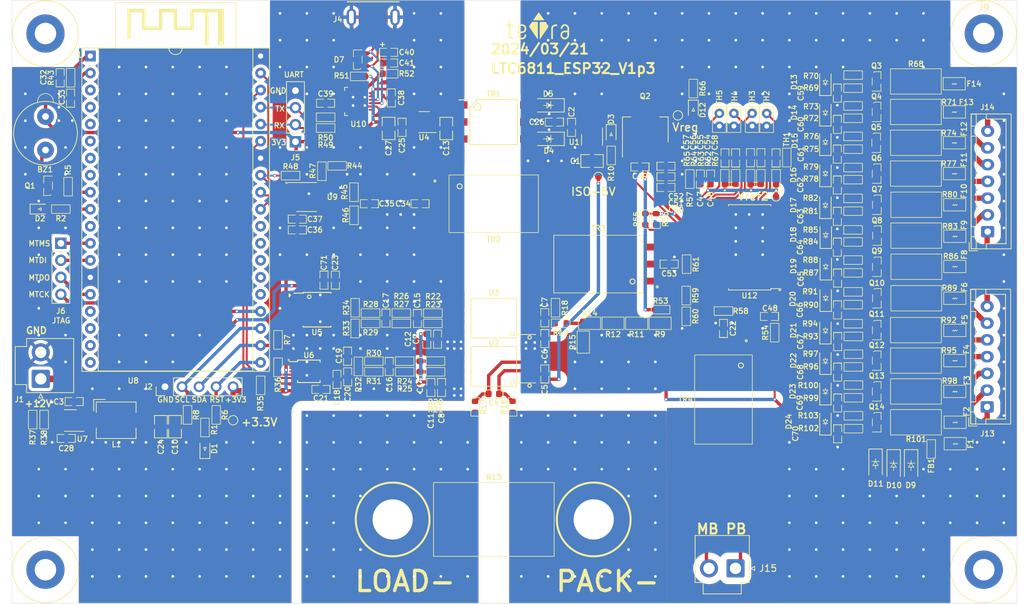
<source format=kicad_pcb>
(kicad_pcb (version 20221018) (generator pcbnew)
  (layers (0 "F.Cu" signal) (31 "B.Cu" signal) (34 "B.Paste" user) (35 "F.Paste" user) (36 "B.SilkS" user "B.Silkscreen") (37 "F.SilkS" user "F.Silkscreen") (38 "B.Mask" user) (39 "F.Mask" user) (44 "Edge.Cuts" user))
  (net 0 "")
  (net 1 "+3V3")
  (net 2 "/PowerMonitor/ISO+5V")
  (net 3 "Net-(D4-K)")
  (net 4 "GND")
  (net 5 "Net-(U2-VINP)")
  (net 6 "Net-(U2-VINN)")
  (net 7 "Net-(U3-VINP)")
  (net 8 "Net-(U3-VINN)")
  (net 9 "Net-(C14-Pad1)")
  (net 10 "Net-(C14-Pad2)")
  (net 11 "Net-(C15-Pad1)")
  (net 12 "Net-(C15-Pad2)")
  (net 13 "Net-(C16-Pad1)")
  (net 14 "Net-(C16-Pad2)")
  (net 15 "Net-(C17-Pad1)")
  (net 16 "Net-(C17-Pad2)")
  (net 17 "/LTC6811/Vref2")
  (net 18 "Net-(U6-Vin+)")
  (net 19 "Net-(U6-Vin-)")
  (net 20 "/LTC6811/Vreg")
  (net 21 "/LTC6811/T2")
  (net 22 "/LTC6811/T3")
  (net 23 "/LTC6811/T4")
  (net 24 "/LTC6811/T5")
  (net 25 "/LTC6811/T1")
  (net 26 "/LTC6811/cell1/C")
  (net 27 "/LTC6811/cell2/C")
  (net 28 "/USB/Vusb")
  (net 29 "/LTC6811/cell3/C")
  (net 32 "/LTC6811/cell4/C")
  (net 34 "Net-(C34-Pad1)")
  (net 35 "Net-(C35-Pad2)")
  (net 36 "/LTC6811/cell5/C")
  (net 37 "/LTC6811/cell6/C")
  (net 38 "/LTC6811/cell7/C")
  (net 39 "/LTC6811/cell8/C")
  (net 40 "/LTC6811/cell10/CM")
  (net 41 "/LTC6811/cell10/C")
  (net 42 "/LTC6811/cell11/C")
  (net 43 "/LTC6811/cell12/C")
  (net 44 "Net-(U10-VPP)")
  (net 45 "Net-(U12-Vref1)")
  (net 46 "Net-(U12-V+)")
  (net 47 "Net-(C49-Pad1)")
  (net 48 "Net-(C53-Pad1)")
  (net 49 "Net-(D3-A)")
  (net 50 "Net-(D12-K)")
  (net 52 "/PowerMonitor/VBAT_SENSE")
  (net 53 "/MCU/Boot")
  (net 54 "/MCU/NRST")
  (net 55 "Net-(Q10-G)")
  (net 56 "Net-(Q10-D)")
  (net 57 "Net-(R11-Pad1)")
  (net 58 "Net-(R11-Pad2)")
  (net 59 "Net-(R12-Pad2)")
  (net 60 "Net-(R14-Pad2)")
  (net 61 "Net-(D1-A)")
  (net 62 "Net-(U7-CB)")
  (net 63 "Net-(U2-VOUTN)")
  (net 64 "/BAT+")
  (net 65 "Net-(U2-VOUTP)")
  (net 66 "/LTC6811/cell12/C+")
  (net 67 "/LTC6811/cell11/C+")
  (net 68 "/LTC6811/cell10/C+")
  (net 69 "/LTC6811/cell10/C-")
  (net 70 "/LTC6811/cell8/C+")
  (net 71 "/LTC6811/cell7/C+")
  (net 72 "/LTC6811/cell6/C+")
  (net 73 "/LTC6811/cell5/C+")
  (net 74 "/LTC6811/cell4/C+")
  (net 75 "/LTC6811/cell3/C+")
  (net 76 "/LTC6811/cell2/C+")
  (net 77 "/LTC6811/cell1/C+")
  (net 78 "/USB/D-")
  (net 79 "/USB/D+")
  (net 80 "Net-(U3-VOUTN)")
  (net 81 "Net-(U3-VOUTP)")
  (net 82 "/MCU/MTMS")
  (net 83 "/MCU/MTDI")
  (net 84 "/MCU/MTCK")
  (net 85 "/MCU/MTDO")
  (net 86 "Net-(U9-ICMP)")
  (net 87 "/MCU/IP")
  (net 88 "/MCU/IM")
  (net 89 "/MCU/LED0")
  (net 90 "/MCU/BUZZER")
  (net 91 "Net-(U9-IBIAS)")
  (net 92 "Net-(U10-TXD)")
  (net 93 "Net-(U10-RXD)")
  (net 94 "Net-(U10-~{RST})")
  (net 95 "Net-(U12-ISOMD)")
  (net 96 "Net-(U12-WDT)")
  (net 97 "Net-(U12-DTEN)")
  (net 98 "Net-(U12-IBIAS)")
  (net 99 "Net-(U12-ICMP)")
  (net 100 "Net-(Q3-D)")
  (net 101 "Net-(Q3-G)")
  (net 102 "/MCU/MISO")
  (net 103 "Net-(Q4-D)")
  (net 104 "/MCU/OLED_SDA")
  (net 105 "/MCU/OLED_RST")
  (net 106 "Net-(Q4-G)")
  (net 107 "Net-(Q5-D)")
  (net 108 "/MCU/OLED_SCL")
  (net 109 "Net-(Q5-G)")
  (net 110 "Net-(Q6-D)")
  (net 111 "Net-(Q6-G)")
  (net 112 "/LTC6811/IPA")
  (net 113 "/LTC6811/IMA")
  (net 114 "Net-(Q11-D)")
  (net 115 "/LTC6811/cell1/S")
  (net 116 "Net-(Q11-G)")
  (net 117 "Net-(Q12-D)")
  (net 118 "/LTC6811/cell2/S")
  (net 119 "Net-(Q12-G)")
  (net 120 "Net-(Q13-D)")
  (net 121 "/LTC6811/cell3/S")
  (net 122 "Net-(Q13-G)")
  (net 123 "Net-(Q14-D)")
  (net 124 "/LTC6811/cell4/S")
  (net 125 "Net-(Q14-G)")
  (net 126 "Net-(Q7-D)")
  (net 127 "/LTC6811/cell5/S")
  (net 128 "Net-(Q7-G)")
  (net 129 "Net-(Q8-D)")
  (net 130 "/LTC6811/cell6/S")
  (net 131 "Net-(Q8-G)")
  (net 132 "Net-(Q9-D)")
  (net 133 "/LTC6811/cell7/S")
  (net 134 "Net-(Q9-G)")
  (net 135 "/LTC6811/cell8/S")
  (net 137 "/LTC6811/cell9/S")
  (net 138 "/LTC6811/cell10/S")
  (net 139 "/LTC6811/cell11/S")
  (net 142 "/LTC6811/cell12/S")
  (net 145 "/MCU/RX_USB")
  (net 147 "/MCU/TX_USB")
  (net 153 "/MCU/5V")
  (net 158 "/MCU/SS")
  (net 159 "/MCU/SCK")
  (net 160 "/MCU/MOSI")
  (net 161 "Net-(BZ1-+)")
  (net 162 "/MCU/SCL")
  (net 163 "/MCU/SDA")
  (net 164 "/LTC6811/C12")
  (net 165 "/LTC6811/C11")
  (net 166 "/LTC6811/C10")
  (net 167 "/LTC6811/C9")
  (net 168 "/LTC6811/C8")
  (net 169 "/LTC6811/C7")
  (net 170 "/LTC6811/C1_G")
  (net 171 "/LTC6811/C6")
  (net 172 "/LTC6811/C5")
  (net 173 "Net-(U4-D2)")
  (net 174 "Net-(U4-D1)")
  (net 175 "/LTC6811/C4")
  (net 176 "/LTC6811/C3")
  (net 177 "/LTC6811/C2")
  (net 178 "/LTC6811/C1")
  (net 179 "Net-(U5B--)")
  (net 180 "Net-(D4-A)")
  (net 181 "Net-(D5-A)")
  (net 182 "/MA")
  (net 183 "/LTC6811/DRIVE")
  (net 185 "/PA")
  (net 205 "Net-(U5B-+)")
  (net 208 "GND_PACK")
  (net 210 "Net-(C22-Pad1)")
  (net 211 "Net-(J15-Pin_2)")
  (net 212 "Net-(J15-Pin_1)")
  (net 213 "/LTC6811/IPB")
  (net 214 "/LTC6811/IMB")
  (net 216 "+12V")
  (net 217 "Net-(U7-SW)")
  (net 218 "Net-(U7-FB)")
  (net 219 "/PowerMonitor/BAT-")
  (net 220 "Net-(D2-A)")
  (footprint "Capacitor_SMD:C_0603_1608Metric" (layer "F.Cu") (at 161.16 89.91)
    (fp_text reference "C53")
    (fp_text value "100pF/100V")
  )
  (footprint "Resistor_SMD:R_0603_1608Metric" (layer "F.Cu") (at 132.2 111.2 90)
    (fp_text reference "R17")
    (fp_text value "1K")
  )
  (footprint "Resistor_SMD:R_0603_1608Metric" (layer "F.Cu") (at 188.65 114.45)
    (fp_text reference "R102")
    (fp_text value "100R")
  )
  (footprint "Resistor_SMD:R_2512_6332Metric" (layer "F.Cu") (at 197.975 104.3 180)
    (fp_text reference "R95")
    (fp_text value "36R 1W 2512")
  )
  (footprint "Resistor_SMD:R_0603_1608Metric" (layer "F.Cu") (at 109.35 76.05 90)
    (fp_text reference "R47")
    (fp_text value "1.2K")
  )
  (footprint "LED_SMD:LED_0603_1608Metric" (layer "F.Cu") (at 152.5 70.57 -90)
    (fp_text reference "D3")
    (fp_text value "LED Red")
  )
  (footprint "Package_TO_SOT_SMD:SOT-23" (layer "F.Cu") (at 192.15 95)
    (fp_text reference "Q10")
    (fp_text value "TSM2323")
  )
  (footprint "Capacitor_SMD:C_0603_1608Metric" (layer "F.Cu") (at 186.3 101.475 -90)
    (fp_text reference "C67")
    (fp_text value "100nF/100V")
  )
  (footprint "Package_TO_SOT_SMD:SOT-223" (layer "F.Cu") (at 157.6 69.85 90)
    (fp_text reference "Q2")
    (fp_text value "NSV1C201MZ4")
  )
  (footprint "Resistor_SMD:R_0805_2012Metric" (layer "F.Cu") (at 148.35 101.5475 -90)
    (fp_text reference "R15")
    (fp_text value "1KΩ ±0.1% 250mW")
  )
  (footprint "Resistor_SMD:R_0603_1608Metric" (layer "F.Cu") (at 89.3 112.4 -90)
    (fp_text reference "R8")
    (fp_text value "4.7K")
  )
  (footprint "Resistor_SMD:R_0603_1608Metric" (layer "F.Cu") (at 188.6 70.85)
    (fp_text reference "R76")
    (fp_text value "3.3K")
  )
  (footprint "Connector_USB:Micro_USB_B-2013499-1" (layer "F.Cu") (at 117 53.3981 180)
    (fp_text reference "J4")
    (fp_text value "USB")
  )
  (footprint "Package_TO_SOT_SMD:SOT-23" (layer "F.Cu") (at 192.1125 76.4)
    (fp_text reference "Q6")
    (fp_text value "TSM2323")
  )
  (footprint "Resistor_SMD:R_0805_2012Metric" (layer "F.Cu") (at 149.275 98.735 180)
    (fp_text reference "R14")
    (fp_text value "470KΩ ±0.1% 250mW")
  )
  (footprint "Resistor_SMD:R_0603_1608Metric" (layer "F.Cu") (at 102.8 101.215 -90)
    (fp_text reference "R7")
    (fp_text value "4.7K")
  )
  (footprint "Resistor_SMD:R_PSR500HTQFB0L10_Metric_Pad5.2x8.75mm_HandSolder" (layer "F.Cu") (at 135 128 180)
    (fp_text reference "R13")
    (fp_text value "0.1MR  1% 15W ")
  )
  (footprint "Resistor_SMD:R_0603_1608Metric" (layer "F.Cu") (at 188.65 107.95)
    (fp_text reference "R100")
    (fp_text value "3.3K")
  )
  (footprint "MountingHole:MountingHole_3.2mm_M3_ISO7380_Pad" (layer "F.Cu") (at 208.1 55.5)
    (fp_text reference "J9")
    (fp_text value "Hole /NC")
  )
  (footprint "Connector_JST:JST_XH_B7B-XH-A_1x07_P2.50mm_Vertical_BAT_6S" (layer "F.Cu") (at 208.675 85.0625 90)
    (fp_text reference "J14")
    (fp_text value "B7B-XH-A")
  )
  (footprint "Resistor_SMD:R_0603_1608Metric" (layer "F.Cu") (at 188.65 105.25)
    (fp_text reference "R96")
    (fp_text value "100R")
  )
  (footprint "Fuse:Fuse_0805_2012Metric" (layer "F.Cu") (at 203.775 95 180)
    (fp_text reference "F6")
    (fp_text value "MPZ2012S102ATD25")
  )
  (footprint "Fuse:Fuse_0805_2012Metric" (layer "F.Cu") (at 203.775 108.9 180)
    (fp_text reference "F3")
    (fp_text value "MPZ2012S102ATD25")
  )
  (footprint "TestPoint:TestPoint_Pad_D1.0mm" (layer "F.Cu") (at 162.46 67.71 180)
    (fp_text reference "TP3" hide)
    (fp_text value "TestPoint" hide)
  )
  (footprint "Capacitor_SMD:C_0603_1608Metric" (layer "F.Cu") (at 113.18 103.65 -90)
    (fp_text reference "C19")
    (fp_text value "100nF/100V")
  )
  (footprint "Capacitor_SMD:C_0603_1608Metric" (layer "F.Cu") (at 119.395 105.175 -90)
    (fp_text reference "C16")
    (fp_text value "220pF/50V")
  )
  (footprint "Capacitor_SMD:C_0603_1608Metric" (layer "F.Cu") (at 125 101.11 -90)
    (fp_text reference "C12")
    (fp_text value "2.2uF/25V")
  )
  (footprint "Resistor_SMD:R_0603_1608Metric" (layer "F.Cu") (at 188.65 109.85)
    (fp_text reference "R99")
    (fp_text value "100R")
  )
  (footprint "Capacitor_SMD:C_0805_2012Metric" (layer "F.Cu") (at 127.9 69.67 -90)
    (fp_text reference "C13")
    (fp_text value "10uF/16V")
  )
  (footprint "TestPoint:TestPoint_Pad_D1.0mm" (layer "F.Cu") (at 177.1 79.8)
    (fp_text reference "TP4" hide)
    (fp_text value "TestPoint" hide)
  )
  (footprint "Diode_SMD:D_SOD-323_HandSoldering" (layer "F.Cu") (at 184.475 81.1 90)
    (fp_text reference "D17")
    (fp_text value "PDZ7.5B")
  )
  (footprint "Diode_SMD:D_SOD-323_HandSoldering" (layer "F.Cu") (at 184.4625 62.75 90)
    (fp_text reference "D13")
    (fp_text value "PDZ7.5B")
  )
  (footprint "Resistor_SMD:R_0603_1608Metric" (layer "F.Cu") (at 188.6 61.7)
    (fp_text reference "R70")
    (fp_text value "3.3K")
  )
  (footprint "Capacitor_SMD:C_0603_1608Metric" (layer "F.Cu") (at 186.25 78.1 -90)
    (fp_text reference "C62")
    (fp_text value "100nF/100V")
  )
  (footprint "Resistor_SMD:R_0603_1608Metric" (layer "F.Cu") (at 173.2875 77.18 -90)
    (fp_text reference "R63")
    (fp_text value "100K")
  )
  (footprint "Resistor_SMD:R_0603_1608Metric" (layer "F.Cu") (at 121.2 98.76 180)
    (fp_text reference "R27")
    (fp_text value "1K")
  )
  (footprint "Resistor_SMD:R_2512_6332Metric" (layer "F.Cu") (at 197.975 99.75 180)
    (fp_text reference "R92")
    (fp_text value "36R 1W 2512")
  )
  (footprint "Package_TO_SOT_SMD:SOT-23" (layer "F.Cu") (at 192.1 67.2)
    (fp_text reference "Q4")
    (fp_text value "TSM2323")
  )
  (footprint "MountingHole:MountingHole_3.2mm_M3_ISO7380_Pad" (layer "F.Cu") (at 68.1 135.5 90)
    (fp_text reference "J12" hide)
    (fp_text value "Hole /NC")
  )
  (footprint "Capacitor_SMD:C_0603_1608Metric" (layer "F.Cu") (at 123.6 98.01 -90)
    (fp_text reference "C15")
    (fp_text value "2.2nF/16V")
  )
  (footprint "Capacitor_SMD:C_0603_1608Metric" (layer "F.Cu") (at 186.25 73.5 -90)
    (fp_text reference "C61")
    (fp_text value "100nF/100V")
  )
  (footprint "PCM_4ms_Package_SOIC:SOIC-8_3.9x4.9mm_Pitch1.27mm" (layer "F.Cu") (at 108.62 96.705)
    (fp_text reference "U5")
    (fp_text value "OPA2197IDR" hide)
  )
  (footprint "Resistor_SMD:R_0603_1608Metric" (layer "F.Cu") (at 163.76 89.91 90)
    (fp_text reference "R61")
    (fp_text value "100R")
  )
  (footprint "Resistor_SMD:R_0603_1608Metric" (layer "F.Cu") (at 163.7 97.7 -90)
    (fp_text reference "R60")
    (fp_text value "806R")
  )
  (footprint "Resistor_SMD:R_0603_1608Metric" (layer "F.Cu") (at 114.13 79.175 90)
    (fp_text reference "R45")
    (fp_text value "51R")
  )
  (footprint "Resistor_THT:R_Axial_DIN0204_L3.6mm_D1.6mm_P1.90mm_Vertical" (layer "F.Cu") (at 175.71 67.435 -90)
    (fp_text reference "TH2")
    (fp_text value "100K NTC")
  )
  (footprint "Capacitor_SMD:C_0603_1608Metric" (layer "F.Cu") (at 142.6 97.91 90)
    (fp_text reference "C7")
    (fp_text value "330pF/100V")
  )
  (footprint "Diode_SMD:D_SOD-323_HandSoldering" (layer "F.Cu") (at 184.51 94.9575 90)
    (fp_text reference "D20")
    (fp_text value "PDZ7.5B")
  )
  (footprint "Diode_SMD:D_SOD-323_HandSoldering" (layer "F.Cu") (at 184.475 99.8 90)
    (fp_text reference "D21")
    (fp_text value "PDZ7.5B")
  )
  (footprint "Resistor_SMD:R_0603_1608Metric" (layer "F.Cu") (at 121.2 97.21 180)
    (fp_text reference "R26")
    (fp_text value "1K")
  )
  (footprint "Resistor_SMD:R_0603_1608Metric" (layer "F.Cu") (at 125.9 97.21)
    (fp_text reference "R22")
    (fp_text value "100R")
  )
  (footprint "Resistor_SMD:R_0603_1608Metric" (layer "F.Cu") (at 171.07 77.17 -90)
    (fp_text reference "R64")
    (fp_text value "100K")
  )
  (footprint "Capacitor_SMD:C_0603_1608Metric" (layer "F.Cu") (at 71.85 65.15 90)
    (fp_text reference "C33")
    (fp_text value "100nF/100V")
  )
  (footprint "Capacitor_SMD:C_0603_1608Metric" (layer "F.Cu") (at 121.3 69.495 -90)
    (fp_text reference "C25")
    (fp_text value "100nF/100V")
  )
  (footprint "Resistor_SMD:R_0603_1608Metric" (layer "F.Cu") (at 126.295 105.975)
    (fp_text reference "R21")
    (fp_text value "100R")
  )
  (footprint "Capacitor_SMD:C_0603_1608Metric" (layer "F.Cu") (at 135 109.275 180)
    (fp_text reference "C4")
    (fp_text value "330pF/100V")
  )
  (footprint "Battery:Battery_6mm×10mm_Cell_half_2" (layer "F.Cu") (at 149.9 128 180)
    (fp_text reference "BAT1" hide)
    (fp_text value "BAT-")
  )
  (footprint "Capacitor_SMD:C_0603_1608Metric" (layer "F.Cu") (at 169.49 74.05 90)
    (fp_text reference "C57")
    (fp_text value "100nF/100V")
  )
  (footprint "Transformer_SMD:HM2108NL" (layer "F.Cu") (at 169.26 110.11 180)
    (fp_text reference "TR4")
    (fp_text value "HM2108NL")
  )
  (footprint "Resistor_SMD:R_0603_1608Metric" (layer "F.Cu") (at 109.9 68 180)
    (fp_text reference "R50")
    (fp_text value "0")
  )
  (footprint "Resistor_SMD:R_0603_1608Metric" (layer "F.Cu") (at 176.9 100.125 90)
    (fp_text reference "R54")
    (fp_text value "100R")
  )
  (footprint "Capacitor_SMD:C_0805_2012Metric" (layer "F.Cu") (at 119.3 69.67 -90)
    (fp_text reference "C27")
    (fp_text value "10uF/16V")
  )
  (footprint "Capacitor_SMD:C_0603_1608Metric" (layer "F.Cu") (at 160.675 78.47)
    (fp_text reference "C50")
    (fp_text value "1uF/25V")
  )
  (footprint "Capacitor_SMD:C_0603_1608Metric" (layer "F.Cu") (at 186.29 91.985 -90)
    (fp_text reference "C65")
    (fp_text value "100nF/100V")
  )
  (footprint "Transformer_SMD:HM2108NL" (layer "F.Cu") (at 150.6 89.9 90)
    (fp_text reference "TR3")
    (fp_text value "HM2108NL")
  )
  (footprint "Fuse:Fuse_0805_2012Metric" (layer "F.Cu") (at 203.8375 116.7 180)
    (fp_text reference "F1")
    (fp_text value "MPZ2012S102ATD25")
  )
  (footprint "Capacitor_SMD:C_0603_1608Metric" (layer "F.Cu") (at 160.675 75.3)
    (fp_text reference "C52")
    (fp_text value "1uF/25V")
  )
  (footprint "Resistor_SMD:R_0805_2012Metric" (layer "F.Cu") (at 152.7875 98.735 180)
    (fp_text reference "R12")
    (fp_text value "470KΩ ±0.1% 250mW")
  )
  (footprint "Resistor_SMD:R_0603_1608Metric" (layer "F.Cu") (at 115 61.9 180)
    (fp_text reference "R51")
    (fp_text value "10K")
  )
  (footprint "Resistor_SMD:R_0603_1608Metric" (layer "F.Cu") (at 188.6 95.95)
    (fp_text reference "R90")
    (fp_text value "100R")
  )
  (footprint "Package_SO:MSOP-16_3x4mm_P0.5mm" (layer "F.Cu") (at 107.05 79.9)
    (fp_text reference "U9")
    (fp_text value "LTC6820")
  )
  (footprint "Resistor_SMD:R_0603_1608Metric" (layer "F.Cu") (at 188.6 98.8)
    (fp_text reference "R94")
    (fp_text value "3.3K")
  )
  (footprint "Diode_SMD:D_SOD-123" (layer "F.Cu") (at 143.15 66.22 180)
    (fp_text reference "D5")
    (fp_text value "MBR0520")
  )
  (footprint "Resistor_SMD:R_2512_6332Metric" (layer "F.Cu") (at 197.975 71.8 180)
    (fp_text reference "R74")
    (fp_text value "36R 1W 2512")
  )
  (footprint "Diode_SMD:D_SOD-323_HandSoldering" (layer "F.Cu") (at 184.525 85.55 90)
    (fp_text reference "D18")
    (fp_text value "PDZ7.5B")
  )
  (footprint "Resistor_SMD:R_0603_1608Metric" (layer "F.Cu") (at 188.6 77.3)
    (fp_text reference "R78")
    (fp_text value "100R")
  )
  (footprint "Capacitor_SMD:C_0603_1608Metric" (layer "F.Cu") (at 186.3 110.615 -90)
    (fp_text reference "C69")
    (fp_text value "100nF/100V")
  )
  (footprint "Capacitor_SMD:C_0603_1608Metric" (layer "F.Cu") (at 165.805 77.211053 90)
    (fp_text reference "C47")
    (fp_text value "1uF/25V")
  )
  (footprint "Resistor_SMD:R_0603_1608Metric" (layer "F.Cu") (at 157.6 83.2 90)
    (fp_text reference "R55")
    (fp_text value "0")
  )
  (footprint "Resistor_SMD:R_0603_1608Metric" (layer "F.Cu") (at 188.6 89.3)
    (fp_text reference "R88")
    (fp_text value "3.3K")
  )
  (footprint "Fuse:Fuse_0805_2012Metric" (layer "F.Cu") (at 203.775 99.8 180)
    (fp_text reference "F5")
    (fp_text value "MPZ2012S102ATD25")
  )
  (footprint "Diode_SMD:D_SOD-323_HandSoldering" (layer "F.Cu") (at 184.4625 67.3 90)
    (fp_text reference "D14")
    (fp_text value "PDZ7.5B")
  )
  (footprint "Connector_JST:JST_VH_B2P-VH-B_1x02_P3.96mm_Vertical" (layer "F.Cu") (at 171.0575 135.3 180)
    (fp_text reference "J15")
    (fp_text value "PB MB")
  )
  (footprint "Resistor_SMD:R_2512_6332Metric" (layer "F.Cu") (at 198.025 81.05 180)
    (fp_text reference "R80")
    (fp_text value "36R 1W 2512")
  )
  (footprint "Resistor_SMD:R_0603_1608Metric" (layer "F.Cu") (at 188.6 86.6)
    (fp_text reference "R84")
    (fp_text value "100R")
  )
  (footprint "Diode_SMD:D_SOD-123" (layer "F.Cu") (at 197.25 119.95 -90)
    (fp_text reference "D9")
    (fp_text value "1N4148W")
  )
  (footprint "Resistor_SMD:R_0603_1608Metric" (layer "F.Cu") (at 117.095 104.375)
    (fp_text reference "R30")
    (fp_text value "3.3K")
  )
  (footprint "Capacitor_SMD:C_0603_1608Metric" (layer "F.Cu") (at 146.6 69.495 -90)
    (fp_text reference "C2")
    (fp_text value "100nF/100V")
  )
  (footprint "Resistor_SMD:R_0603_1608Metric" (layer "F.Cu") (at 70.4 81.7)
    (fp_text reference "R2")
    (fp_text value "470R")
  )
  (footprint "Package_TO_SOT_SMD:SOT-23" (layer "F.Cu") (at 192.15 81.05)
    (fp_text reference "Q7")
    (fp_text value "TSM2323")
  )
  (footprint "Resistor_SMD:R_0603_1608Metric" (layer "F.Cu") (at 188.6 80.1)
    (fp_text reference "R82")
    (fp_text value "3.3K")
  )
  (footprint "Resistor_SMD:R_0603_1608Metric" (layer "F.Cu") (at 100.2 108 90)
    (fp_text reference "R35")
    (fp_text value "4.7K")
  )
  (footprint "Resistor_SMD:R_0603_1608Metric" (layer "F.Cu") (at 188.6 84.8)
    (fp_text reference "R85")
    (fp_text value "3.3K")
  )
  (footprint "Package_DFN_QFN:HVQFN-24-1EP_4x4mm_P0.5mm_EP2.6x2.6mm" (layer "F.Cu") (at 114.85 65.6375 180)
    (fp_text reference "U10")
    (fp_text value "CP2104")
  )
  (footprint "Resistor_SMD:R_0603_1608Metric" (layer "F.Cu") (at 116.6 97.21 180)
    (fp_text reference "R28")
    (fp_text value "5.6K")
  )
  (footprint "Package_TO_SOT_SMD:SOT-23" (layer "F.Cu") (at 114.7 59.4 180)
    (fp_text reference "D7")
    (fp_text value "ESD24VS2U")
  )
  (footprint "Package_TO_SOT_SMD:SOT-23" (layer "F.Cu") (at 192.175 85.65)
    (fp_text reference "Q8")
    (fp_text value "TSM2323")
  )
  (footprint "Resistor_SMD:R_0603_1608Metric" (layer "F.Cu") (at 163.7 94.6 -90)
    (fp_text reference "R59")
    (fp_text value "1.2K")
  )
  (footprint "Resistor_SMD:R_0603_1608Metric" (layer "F.Cu") (at 104.67 76.7 180)
    (fp_text reference "R48")
    (fp_text value "2K")
  )
  (footprint "Resistor_SMD:R_0603_1608Metric" (layer "F.Cu") (at 71.48 78.35 -90)
    (fp_text reference "R5")
    (fp_text value "1.5K")
  )
  (footprint "Resistor_SMD:R_0603_1608Metric" (layer "F.Cu") (at 188.6 75.5)
    (fp_text reference "R79")
    (fp_text value "3.3K")
  )
  (footprint "Fuse:Fuse_0805_2012Metric" (layer "F.Cu") (at 203.725 76.4 180)
    (fp_text reference "F11")
    (fp_text value "MPZ2012S102ATD25")
  )
  (footprint "Resistor_SMD:R_0603_1608Metric" (layer "F.Cu") (at 159.2 83.2 90)
    (fp_text reference "R56")
    (fp_text value "1M")
  )
  (footprint "Resistor_SMD:R_0603_1608Metric" (layer "F.Cu") (at 159.875 96.7 180)
    (fp_text reference "R53")
    (fp_text value "100R")
  )
  (footprint "MountingHole:MountingHole_3.2mm_M3_ISO7380_Pad" (layer "F.Cu") (at 208.1 135.5)
    (fp_text reference "J10" hide)
    (fp_text value "Hole /NC")
  )
  (footprint "Package_SO:SSO-8_6.8x5.9mm_P1.27mm_Clearance8mm" (layer "F.Cu") (at 135 97.965 180)
    (fp_text reference "U3")
    (fp_text value "AMC1301")
  )
  (footprint "Capacitor_SMD:C_0603_1608Metric" (layer "F.Cu") (at 173.29 74.03 90)
    (fp_text reference "C55")
    (fp_text value "100nF/100V")
  )
  (footprint "Package_TO_SOT_SMD:SOT-23" (layer "F.Cu") (at 192.05 71.8)
    (fp_text reference "Q5")
    (fp_text value "TSM2323")
  )
  (footprint "Resistor_SMD:R_2512_6332Metric" (layer "F.Cu") (at 197.9625 62.65 180)
    (fp_text reference "R68")
    (fp_text value "36R 1W 2512")
  )
  (footprint "Connector_PinHeader_2.54mm:PinHeader_1x04_P2.54mm_Vertical" (layer "F.Cu") (at 70.4 86.8)
    (fp_text reference "J6")
    (fp_text value "JTAG /NC" hide)
  )
  (footprint "Capacitor_SMD:C_0805_2012Metric" (layer "F.Cu") (at 85.32 114.16 -90)
    (fp_text reference "C24")
    (fp_text value "10uF/16V")
  )
  (footprint "Package_TO_SOT_SMD:SOT-23" (layer "F.Cu") (at 192.15 90.3)
    (fp_text reference "Q9")
    (fp_text value "TSM2323")
  )
  (footprint "Package_TO_SOT_SMD:SOT-23-5" (layer "F.Cu") (at 124.6 68.72 180)
    (fp_text reference "U4")
    (fp_text value "SN6501DBV")
  )
  (footprint "Resistor_SMD:R_0603_1608Metric" (layer "F.Cu") (at 121.695 105.975 180)
    (fp_text reference "R25")
    (fp_text value "1K")
  )
  (footprint "Resistor_THT:R_Axial_DIN0204_L3.6mm_D1.6mm_P1.90mm_Vertical" (layer "F.Cu") (at 170.8175 67.425 -90)
    (fp_text reference "TH4")
    (fp_text value "100K NTC")
  )
  (footprint "Capacitor_SMD:C_0603_1608Metric" (layer "F.Cu") (at 119.3 58.3)
    (fp_text reference "C40")
    (fp_text value "100nF/100V")
  )
  (footprint "Package_TO_SOT_SMD:SOT-23-5" (layer "F.Cu") (at 149.65 71.37 -90)
    (fp_text reference "U1")
    (fp_text value "TPS76350")
  )
  (footprint "Resistor_SMD:R_0603_1608Metric" (layer "F.Cu") (at 144.975 98.735 180)
    (fp_text reference "R19")
    (fp_text value "10R")
  )
  (footprint "Connector_PinHeader_2.54mm:PinHeader_1x04_P2.54mm_Vertical" (layer "F.Cu") (at 105.4 71.64 180)
    (fp_text reference "J5")
    (fp_text value "UART /NC")
  )
  (footprint "Capacitor_SMD:C_0603_1608Metric" (layer "F.Cu") (at 111.6 107.1 90)
    (fp_text reference "C18")
    (fp_text value "100nF/100V")
  )
  (footprint "Fuse:Fuse_0805_2012Metric" (layer "F.Cu") (at 203.69 63 180)
    (fp_text reference "F14")
    (fp_text value "MPZ2012S102ATD25")
  )
  (footprint "RF_Module:ESP32-DevKitc V4_DIP-38_27.9mm×48.2mm" (layer "F.Cu") (at 73.53 105.85)
    (fp_text reference "U8")
    (fp_text value "ESP32-DevKitC V4" hide)
  )
  (footprint "Capacitor_SMD:C_0603_1608Metric" (layer "F.Cu") (at 109.9 65.9 180)
    (fp_text reference "C39")
    (fp_text value "4.7uF/16V")
  )
  (footprint "Diode_SMD:D_SOD-323_HandSoldering" (layer "F.Cu") (at 184.475 104.35 90)
    (fp_text reference "D22")
    (fp_text value "PDZ7.5B")
  )
  (footprint "Diode_SMD:D_SOD-323_HandSoldering" (layer "F.Cu") (at 184.475 113.4 90)
    (fp_text reference "D24")
    (fp_text value "PDZ7.5B")
  )
  (footprint "Resistor_SMD:R_0603_1608Metric" (layer "F.Cu") (at 188.6 91.2125)
    (fp_text reference "R87")
    (fp_text value "100R")
  )
  (footprint "Connector_JST:JST_VH_B2P-VH-B_1x02_P3.96mm_Vertical" (layer "F.Cu") (at 67.4 107.0275 90)
    (fp_text reference "J1")
    (fp_text value "PB MB")
  )
  (footprint "Capacitor_SMD:C_0603_1608Metric" (layer "F.Cu") (at 118.9 97.96 -90)
    (fp_text reference "C17")
    (fp_text value "220pF/50V")
  )
  (footprint "Capacitor_SMD:C_0603_1608Metric" (layer "F.Cu") (at 70.3 62.1 90)
    (fp_text reference "C32")
    (fp_text value "100nF/100V")
  )
  (footprint "Resistor_SMD:R_0603_1608Metric" (layer "F.Cu") (at 71.85 62.1 -90)
    (fp_text reference "R43")
    (fp_text value "10K")
  )
  (footprint "Resistor_SMD:R_0603_1608Metric" (layer "F.Cu") (at 144.2 96.41 90)
    (fp_text reference "R18")
    (fp_text value "1K")
  )
  (footprint "Diode_SMD:D_SOD-323_HandSoldering" (layer "F.Cu") (at 184.475 76.35 90)
    (fp_text reference "D16")
    (fp_text value "PDZ7.5B")
  )
  (footprint "Diode_SMD:D_SOD-323_HandSoldering" (layer "F.Cu") (at 184.4625 71.6875 90)
    (fp_text reference "D15")
    (fp_text value "PDZ7.5B")
  )
  (footprint "TestPoint:TestPoint_Pad_D1.0mm" (layer "F.Cu") (at 150.6 76.9)
    (fp_text reference "TP1" hide)
    (fp_text value "TestPoint" hide)
  )
  (footprint "Capacitor_SMD:C_0603_1608Metric" (layer "F.Cu") (at 186.28 96.725 -90)
    (fp_text reference "C66")
    (fp_text value "100nF/100V")
  )
  (footprint "Resistor_SMD:R_0603_1608Metric" (layer "F.Cu") (at 67.9 113.1 -90)
    (fp_text reference "R38")
    (fp_text value "22.1K")
  )
  (footprint "Fuse:Fuse_0805_2012Metric" (layer "F.Cu") (at 203.775 90.2625 180)
    (fp_text reference "F8")
    (fp_text value "MPZ2012S102ATD25")
  )
  (footprint "Capacitor_SMD:C_0603_1608Metric" (layer "F.Cu") (at 186.3 115.225 -90)
    (fp_text reference "C70")
    (fp_text value "100nF/100V")
  )
  (footprint "Resistor_SMD:R_2512_6332Metric" (layer "F.Cu") (at 197.975 76.4 180)
    (fp_text reference "R77")
    (fp_text value "36R 1W 2512")
  )
  (footprint "Package_TO_SOT_SMD:SOT-23" (layer "F.Cu") (at 192.125 104.3)
    (fp_text reference "Q12")
    (fp_text value "TSM2323")
  )
  (footprint "Fuse:Fuse_0805_2012Metric" (layer "F.Cu") (at 203.7125 67.2 180)
    (fp_text reference "F13")
    (fp_text value "MPZ2012S102ATD25")
  )
  (footprint "Resistor_SMD:R_0603_1608Metric" (layer "F.Cu") (at 174.84 77.18 -90)
    (fp_text reference "R62")
    (fp_text value "100K")
  )
  (footprint "Symbol:teTra-LOGO" (layer "F.Cu") (at 141.7 54.4)
    (fp_text reference "LOGO1" hide)
    (fp_text value "teTra /NC" hide)
  )
  (footprint "Resistor_SMD:R_0603_1608Metric" (layer "F.Cu") (at 109.9 69.6 180)
    (fp_text reference "R49")
    (fp_text value "0")
  )
  (footprint "MountingHole:MountingHole_3.2mm_M3_ISO7380_Pad" (layer "F.Cu") (at 68.1 55.5 90)
    (fp_text reference "J11" hide)
    (fp_text value "Hole /NC")
  )
  (footprint "Resistor_SMD:R_0603_1608Metric" (layer "F.Cu") (at 121.695 104.375 180)
    (fp_text reference "R24")
    (fp_text value "1K")
  )
  (footprint "Resistor_SMD:R_2512_6332Metric" (layer "F.Cu") (at 198.025 85.65 180)
    (fp_text reference "R83")
    (fp_text value "36R 1W 2512")
  )
  (footprint "Capacitor_SMD:C_0603_1608Metric" (layer "F.Cu") (at 186.29 106.025 -90)
    (fp_text reference "C68")
    (fp_text value "100nF/100V")
  )
  (footprint "Transformer_SMD:HM2108NL" (layer "F.Cu") (at 134.98 80.9 -90)
    (fp_text reference "TR2")
    (fp_text value "HM2108NL")
  )
  (footprint "Connector_Wuerth:WURTH-760390015" (layer "F.Cu") (at 135 68.7)
    (fp_text reference "TR1")
    (fp_text value "Transformer")
  )
  (footprint "Resistor_SMD:R_0603_1608Metric" (layer "F.Cu") (at 178.71 74.005 90)
    (fp_text reference "TH1")
    (fp_text value "100K NTC")
  )
  (footprint "Connector_JST:JST_XH_B7B-XH-A_1x07_P2.50mm_Vertical_BAT_6S" (layer "F.Cu") (at 208.6 111.2125 90)
    (fp_text reference "J13")
    (fp_text value "B7B-XH-A")
  )
  (footprint "Resistor_SMD:R_0603_1608Metric" (layer "F.Cu") (at 188.65 100.7)
    (fp_text reference "R93")
    (fp_text value "100R")
  )
  (footprint "Package_TO_SOT_SMD:SOT-23" (layer "F.Cu") (at 192.1 62.65)
    (fp_text reference "Q3")
    (fp_text value "TSM2323")
  )
  (footprint "Resistor_THT:R_Axial_DIN0204_L3.6mm_D1.6mm_P1.90mm_Vertical" (layer "F.Cu") (at 168.65 67.425 -90)
    (fp_text reference "TH5")
    (fp_text value "100K NTC")
  )
  (footprint "Resistor_SMD:R_0603_1608Metric" (layer "F.Cu") (at 125.9 98.76)
    (fp_text reference "R23")
    (fp_text value "100R")
  )
  (footprint "Capacitor_SMD:C_0603_1608Metric" (layer "F.Cu") (at 144.025 68.72 180)
    (fp_text reference "C26")
    (fp_text value "4.7uF/16V")
  )
  (footprint "Resistor_SMD:R_0603_1608Metric" (layer "F.Cu") (at 188.6 68.15)
    (fp_text reference "R72")
    (fp_text value "100R")
  )
  (footprint "Capacitor_SMD:C_0603_1608Metric" (layer "F.Cu") (at 142.6 101.01 -90)
    (fp_text reference "C6")
    (fp_text value "100nF/100V")
  )
  (footprint "Capacitor_SMD:C_0805_2012Metric" (layer "F.Cu") (at 87.43 114.16 -90)
    (fp_text reference "C10")
    (fp_text value "10uF/16V")
  )
  (footprint "Package_TO_SOT_SMD:SOT-23" (layer "F.Cu") (at 68.49 78.22 180)
    (fp_text reference "Q1")
    (fp_text value "BSS138")
  )
  (footprint "Capacitor_SMD:C_0603_1608Metric" (layer "F.Cu") (at 123.995 105.175 -90)
    (fp_text reference "C14")
    (fp_text value "2.2nF/16V")
  )
  (footprint "Diode_SMD:D_SOD-123F" (layer "F.Cu") (at 191.95 119.7 -90)
    (fp_text reference "D11")
    (fp_text value "BZT52H-C62")
  )
  (footprint "Capacitor_SMD:C_0603_1608Metric" (layer "F.Cu") (at 124 80.9 180)
    (fp_text reference "C34")
    (fp_text value "10nF/100V")
  )
  (footprint "Capacitor_SMD:C_0603_1608Metric" (layer "F.Cu") (at 142.6 106.3 90)
    (fp_text reference "C5")
    (fp_text value "100nF/100V")
  )
  (footprint "Capacitor_SMD:C_0603_1608Metric" (layer "F.Cu") (at 116.43 80.9 180)
    (fp_text reference "C35")
    (fp_text value "10nF/100V")
  )
  (footprint "Resistor_SMD:R_0603_1608Metric" (layer "F.Cu") (at 102.8 105.3 -90)
    (fp_text reference "R36")
    (fp_text value "4.7K")
  )
  (footprint "Resistor_SMD:R_2512_6332Metric" (layer "F.Cu") (at 197.975 113.5 180)
    (fp_text reference "R101")
    (fp_text value "36R 1W 2512")
  )
  (footprint "LED_SMD:LED_0603_1608Metric" (layer "F.Cu") (at 91.89 117.435 90)
    (fp_text reference "D1")
    (fp_text value "LED Red")
  )
  (footprint "LED_SMD:LED_0603_1608Metric" (layer "F.Cu") (at 67.3 81.7)
    (fp_text reference "D2")
    (fp_text value "LED Red")
  )
  (footprint "Resistor_SMD:R_0603_1608Metric" (layer "F.Cu") (at 188.6 82)
    (fp_text reference "R81")
    (fp_text value "100R")
  )
  (footprint "Capacitor_SMD:C_0603_1608Metric" (layer "F.Cu") (at 119.3 59.9)
    (fp_text reference "C41")
    (fp_text value "2.2uF/25V")
  )
  (footprint "Resistor_SMD:R_0603_1608Metric" (layer "F.Cu") (at 93.58 112.4 -90)
    (fp_text reference "R6")
    (fp_text value "4.7K")
  )
  (footprint "Capacitor_SMD:C_0603_1608Metric" (layer "F.Cu") (at 186.25 69.05 -90)
    (fp_text reference "C60")
    (fp_text value "100nF/100V")
  )
  (footprint "Resistor_SMD:R_0603_1608Metric" (layer "F.Cu") (at 188.6 94.05)
    (fp_text reference "R91")
    (fp_text value "3.3K")
  )
  (footprint "Resistor_SMD:R_0603_1608Metric" (layer "F.Cu") (at 177.11 77.18 90)
    (fp_text reference "R67")
    (fp_text value "100K")
  )
  (footprint "Resistor_SMD:R_0603_1608Metric" (layer "F.Cu") (at 164.245 77.211053 90)
    (fp_text reference "R57")
    (fp_text value "0")
  )
  (footprint "Connector_PinHeader_2.54mm:PinHeader_1x05_P2.54mm_Vertical" (layer "F.Cu") (at 85.94 108.2 90)
    (fp_text reference "J2")
    (fp_text value "OLED /NC")
  )
  (footprint "Resistor_SMD:R_0603_1608Metric" (layer "F.Cu") (at 91.9 114.275 90)
    (fp_text reference "R1")
    (fp_text value "470R")
  )
  (footprint "Capacitor_SMD:C_0603_1608Metric" (layer "F.Cu") (at 177.1 74.058553 90)
    (fp_text reference "C58")
    (fp_text value "100nF/100V")
  )
  (footprint "Buzzer_Beeper:Beeper_AI-1027-TWT-5V" (layer "F.Cu") (at 68.11 70.394173)
    (fp_text reference "BZ1")
    (fp_text value "AI-1027-TWT-5V")
  )
  (footprint "Capacitor_SMD:C_0805_2012Metric" (layer "F.Cu") (at 149.65 74.52 180)
    (fp_text reference "C1")
    (fp_text value "10uF/16V")
  )
  (footprint "Resistor_SMD:R_0805_2012Metric" (layer "F.Cu") (at 159.8125 98.735 180)
    (fp_text reference "R9")
    (fp_text value "470KΩ ±0.1% 250mW")
  )
  (footprint "Fuse:Fuse_0805_2012Metric" (layer "F.Cu") (at 203.7125 71.8 180)
    (fp_text reference "F12")
    (fp_text value "MPZ2012S102ATD25")
  )
  (footprint "Inductor_SMD:L_Bourns_SRP5030T" (layer "F.Cu") (at 78.65 113.2)
    (fp_text reference "L1")
    (fp_text value "3.3uH")
  )
  (footprint "Resistor_SMD:R_0603_1608Metric" (layer "F.Cu") (at 119.3 61.5)
    (fp_text reference "R52")
    (fp_text value "10K")
  )
  (footprint "Resistor_SMD:R_0603_1608Metric" (layer "F.Cu") (at 114.3 96.41 90)
    (fp_text reference "R34")
    (fp_text value "33K")
  )
  (footprint "Resistor_SMD:R_0603_1608Metric" (layer "F.Cu") (at 114.795 105.175 -90)
    (fp_text reference "R32")
    (fp_text value "1K")
  )
  (footprint "Diode_SMD:D_SOD-123" (layer "F.Cu") (at 143.15 71.22 180)
    (fp_text reference "D4")
    (fp_text value "MBR0520")
  )
  (footprint "Capacitor_SMD:C_0603_1608Metric" (layer "F.Cu") (at 119.7 65.1 -90)
    (fp_text reference "C38")
    (fp_text value "2.2uF/25V")
  )
  (footprint "Package_TO_SOT_SMD:SOT-23" (layer "F.Cu") (at 192.125 108.9)
    (fp_text reference "Q13")
    (fp_text value "TSM2323")
  )
  (footprint "Fuse:Fuse_0805_2012Metric" (layer "F.Cu") (at 203.775 104.3 180)
    (fp_text reference "F4")
    (fp_text value "MPZ2012S102ATD25")
  )
  (footprint "Diode_SMD:D_SOD-323_HandSoldering" (layer "F.Cu") (at 184.525 90.2625 90)
    (fp_text reference "D19")
    (fp_text value "PDZ7.5B")
  )
  (footprint "Resistor_SMD:R_0603_1608Metric" (layer "F.Cu") (at 188.6 66.3)
    (fp_text reference "R73")
    (fp_text value "3.3K")
  )
  (footprint "Diode_SMD:D_SOD-323_HandSoldering" (layer "F.Cu") (at 184.475 108.9 90)
    (fp_text reference "D23")
    (fp_text value "PDZ7.5B")
  )
  (footprint "Capacitor_SMD:C_0603_1608Metric" (layer "F.Cu") (at 109.655 92.3 -90)
    (fp_text reference "C71")
    (fp_text value "1uF/25V")
  )
  (footprint "Fuse:Fuse_0805_2012Metric" (layer "F.Cu") (at 203.775 85.75 180)
    (fp_text reference "F9")
    (fp_text value "MPZ2012S102ATD25")
  )
  (footprint "Resistor_SMD:R_0603_1608Metric" (layer "F.Cu") (at 114.3 99.51 -90)
    (fp_text reference "R33")
    (fp_text value "33K")
  )
  (footprint "Capacitor_SMD:C_0603_1608Metric" (layer "F.Cu") (at 113.2 106.725 90)
    (fp_text reference "C20")
    (fp_text value "100nF/100V")
  )
  (footprint "Resistor_SMD:R_0805_2012Metric" (layer "F.Cu") (at 156.3125 98.735 180)
    (fp_text reference "R11")
    (fp_text value "470KΩ ±0.1% 250mW")
  )
  (footprint "Package_SO:TSSOP-48_6.1x12.5mm_P0.5mm" (layer "F.Cu") (at 173.165 87.403553 180)
    (fp_text reference "U12")
    (fp_text value "LTC6811HG-1")
  )
  (footprint "Capacitor_SMD:C_0603_1608Metric" (layer "F.Cu") (at 171.0725 74.058553 90)
    (fp_text reference "C56")
    (fp_text value "100nF/100V")
  )
  (footprint "Capacitor_SMD:C_0603_1608Metric" (layer "F.Cu") (at 186.25 64.4 -90)
    (fp_text reference "C59")
    (fp_text value "100nF/100V")
  )
  (footprint "Resistor_SMD:R_0603_1608Metric" (layer "F.Cu") (at 169.26 96.91)
    (fp_text reference "R58")
    (fp_text value "100K")
  )
  (footprint "Package_SO:SSO-8_6.8x5.9mm_P1.27mm_Clearance8mm" (layer "F.Cu") (at 135 105.175 180)
    (fp_text reference "U2")
    (fp_text value "AMC1301 or AMC1302")
  )
  (footprint "Resistor_SMD:R_0603_1608Metric" (layer "F.Cu") (at 116.6 98.76 180)
    (fp_text reference "R29")
    (fp_text value "5.6K")
  )
  (footprint "Resistor_SMD:R_0603_1608Metric" (layer "F.Cu") (at 114.13 82.625 90)
    (fp_text reference "R46")
    (fp_text value "51R")
  )
  (footprint "Battery:Battery_6mm×10mm_Cell_half_2" (layer "F.Cu") (at 119.9 128)
    (fp_text reference "BAT-1" hide)
    (fp_text value "BAT-")
  )
  (footprint "Diode_SMD:D_SOD-123" (layer "F.Cu") (at 194.65 119.95 -90)
    (fp_text reference "D10")
    (fp_text value "1N4148W")
  )
  (footprint "LED_SMD:LED_0603_1608Metric" (layer "F.Cu") (at 164.76 66.9225 -90)
    (fp_text reference "D12")
    (fp_text value "LED Red")
  )
  (footprint "Capacitor_SMD:C_0603_1608Metric" (layer "F.Cu") (at 71.2 115.91 180)
    (fp_text reference "C28")
    (fp_text value "100nF/100V")
  )
  (footprint "Capacitor_SMD:C_0603_1608Metric" (layer "F.Cu") (at 156.8 75.4 180)
    (fp_text reference "C49")
    (fp_text value "100nF/100V")
  )
  (footprint "Capacitor_SMD:C_0603_1608Metric" (layer "F.Cu") (at 160.675 76.87)
    (fp_text reference "C51")
    (fp_text value "1uF/25V")
  )
  (footprint "Resistor_SMD:R_0603_1608Metric" (layer "F.Cu") (at 169.47 77.17 -90)
    (fp_text reference "R65")
    (fp_text value "100K")
  )
  (footprint "Capacitor_SMD:C_0603_1608Metric" (layer "F.Cu") (at 169.26 99.5 90)
    (fp_text reference "C22")
    (fp_text value "100pF/100V")
  )
  (footprint "Resistor_SMD:R_0603_1608Metric" (layer "F.Cu") (at 164.76 63.71 90)
    (fp_text reference "R66")
    (fp_text value "1.2K")
  )
  (footprint "Resistor_SMD:R_0603_1608Metric" (layer "F.Cu") (at 200.25 117.5 90)
    (fp_text reference "FB1")
    (fp_text value "BLM18PG330SN1D")
  )
  (footprint "Package_TO_SOT_SMD:SOT-23-6_Handsoldering" (layer "F.Cu") (at 71.8 113.24 180)
    (fp_text reference "U7")
    (fp_text value "LMR51420XDDCR")
  )
  (footprint "Capacitor_SMD:C_0603_1608Metric" (layer "F.Cu") (at 174.84 74.03 90)
    (fp_text reference "C54")
    (fp_text value "100nF/100V")
  )
  (footprint "Capacitor_SMD:C_0603_1608Metric" (layer "F.Cu") (at 186.25 82.775 -90)
    (fp_text reference "C63")
    (fp_text value "100nF/100V")
  )
  (footprint "Resistor_THT:R_Axial_DIN0204_L3.6mm_D1.6mm_P1.90mm_Vertical" (layer "F.Cu") (at 173.54 67.416447 -90)
    (fp_text reference "TH3")
    (fp_text value "100K NTC")
  )
  (footprint "Capacitor_SMD:C_0603_1608Metric" (layer "F.Cu") (at 186.25 87.375 -90)
    (fp_text reference "C64")
    (fp_text value "100nF/100V")
  )
  (footprint "Resistor_SMD:R_0603_1608Metric" (layer "F.Cu") (at 152.5 73.695 -90)
    (fp_text reference "R10")
    (fp_text value "470R")
  )
  (footprint "Resistor_SMD:R_0603_1608Metric" (layer "F.Cu") (at 137.8 111.2 90)
    (fp_text reference "R16")
    (fp_text value "1K")
  )
  (footprint "Fuse:Fuse_0805_2012Metric" (layer "F.Cu") (at 203.7625 81.05 180)
    (fp_text reference "F10")
    (fp_text value "MPZ2012S102ATD25")
  )
  (footprint "Resistor_SMD:R_0603_1608Metric" (layer "F.Cu") (at 188.6 72.75)
    (fp_text reference "R75")
    (fp_text value "100R")
  )
  (footprint "Capacitor_SMD:C_0603_1608Metric" (layer "F.Cu") (at 111.355 92.3 90)
    (fp_text reference "C23")
    (fp_text value "100nF/100V")
  )
  (footprint "Resistor_SMD:R_0603_1608Metric" (layer "F.Cu") (at 111.625 75.25)
    (fp_text reference "R44")
    (fp_text value "806R")
  )
  (footprint "Capacitor_SMD:C_0603_1608Metric" (layer "F.Cu") (at 127.2 108.3 -90)
    (fp_text reference "C8")
    (fp_text value "100nF/100V")
  )
  (footprint "Capacitor_SMD:C_0603_1608Metric" (layer "F.Cu") (at 176.125 97.71 180)
    (fp_text reference "C48")
    (fp_text value "100nF/100V")
  )
  (footprint "PCM_4ms_Package_SSOP:MSOP-10_3x3mm_P0.5mm" (layer "F.Cu") (at 107.4 105.9)
    (fp_text reference "U6")
    (fp_text value "ISL28022")
  )
  (footprint "Resistor_SMD:R_0603_1608Metric" (layer "F.Cu") (at 126.295 104.375)
    (fp_text reference "R20")
    (fp_text value "100R")
  )
  (footprint "Capacitor_SMD:C_0603_1608Metric" (layer "F.Cu") (at 72.385 110.42 180)
    (fp_text reference "C3")
    (fp_text value "2.2uF/25V")
  )
  (footprint "Capacitor_SMD:C_0603_1608Metric" (layer "F.Cu") (at 125.6 108.3 -90)
    (fp_text reference "C11")
    (fp_text value "2.2uF/25V")
  )
  (footprint "Package_TO_SOT_SMD:SOT-23" (layer "F.Cu") (at 192.125 99.75)
    (fp_text reference "Q11")
    (fp_text value "TSM2323")
  )
  (footprint "Resistor_SMD:R_0603_1608Metric" (layer "F.Cu") (at 188.6 63.65)
    (fp_text reference "R69")
    (fp_text value "100R")
  )
  (footprint "TestPoint:TestPoint_Pad_D1.0mm" (layer "F.Cu") (at 96.1 113.2)
    (fp_text reference "TP2" hide)
    (fp_text value "TestPoint")
  )
  (footprint "Package_TO_SOT_SMD:SOT-23" (layer "F.Cu") (at 192.125 113.5)
    (fp_text reference "Q14")
    (fp_text value "TSM2323")
  )
  (footprint "Resistor_SMD:R_0603_1608Metric" (layer "F.Cu") (at 188.65 103.35)
    (fp_text reference "R97")
    (fp_text value "3.3K")
  )
  (footprint "Resistor_SMD:R_2512_6332Metric" (layer "F.Cu") (at 198.025 95 180)
    (fp_text reference "R89")
    (fp_text value "36R 1W 2512")
  )
  (footprint "Resistor_SMD:R_0603_1608Metric" (layer "F.Cu") (at 117.095 105.975)
    (fp_text reference "R31")
    (fp_text value "3.3K")
  )
  (footprint "Resistor_SMD:R_0603_1608Metric" (layer "F.Cu") (at 188.65 112.5375)
    (fp_text reference "R103")
    (fp_text value "3.3K")
  )
  (footprint "Resistor_SMD:R_2512_6332Metric" (layer "F.Cu") (at 198.0375 90.3 180)
    (fp_text reference "R86")
    (fp_text value "36R 1W 2512")
  )
  (footprint "Capacitor_SMD:C_0603_1608Metric" (layer "F.Cu") (at 105.675 83.2)
    (fp_text reference "C37")
    (fp_text value "100nF/100V")
  )
  (footprint "Resistor_SMD:R_2512_6332Metric" (layer "F.Cu") (at 197.975 108.9 180)
    (fp_text reference "R98")
    (fp_text value "36R 1W 2512")
  )
  (footprint "Resistor_SMD:R_2512_6332Metric" (layer "F.Cu") (at 197.9625 67.2 180)
    (fp_text reference "R71")
    (fp_text value "36R 1W 2512")
  )
  (footprint "Capacitor_SMD:C_0603_1608Metric" (layer "F.Cu") (at 109.2 108.6 180)
    (fp_text reference "C21")
    (fp_text value "100nF/100V")
  )
  (footprint "Fuse:Fuse_0805_2012Metric" (layer "F.Cu") (at 203.825 113.5 180)
    (fp_text reference "F2")
    (fp_text value "MPZ2012S102ATD25")
  )
  (footprint "Resistor_SMD:R_0603_1608Metric" (layer "F.Cu") (at 66.2 113.1 -90)
    (fp_text reference "R37")
    (fp_text value "100K")
  )
  (footprint "Capacitor_SMD:C_0603_1608Metric" (layer "F.Cu") (at 167.33 77.225 90)
    (fp_text reference "C46")
    (fp_text value "1uF/25V")
  )
  (footprint "Capacitor_SMD:C_0603_1608Metric" (layer "F.Cu") (at 105.675 84.8 180)
    (fp_text reference "C36")
    (fp_text value "1uF/25V")
  )
  (footprint "Capacitor_SMD:C_0603_1608Metric" (layer "F.Cu") (at 126.6 101.11 -90)
    (fp_text reference "C9")
    (fp_text value "100nF/100V")
  )
  (gr_circle (center 208.07 55.53) (end 212.97 55.53) (stroke (width 0.12)) (fill none) (layer "F.SilkS"))
  (gr_circle (center 208.05 135.5) (end 212.95 135.5) (stroke (width 0.12)) (fill none) (layer "F.SilkS"))
  (gr_circle (center 68.09 55.52) (end 72.99 55.52) (stroke (width 0.12)) (fill none) (layer "F.SilkS"))
  (gr_circle (center 68.1 135.5) (end 73 135.5) (stroke (width 0.12)) (fill none) (layer "F.SilkS"))
  (gr_rect locked (start 63.1 50.55) (end 213.05 140.5) (stroke (width 0.05)) (fill none) (layer "Edge.Cuts"))
  (gr_text "GND" (at 101.5 64.5) (layer "F.SilkS") (effects (font (size 0.8 0.8) (thickness 0.15) bold) (justify left bottom)))
  (gr_text "JTAG" (at 69 98.8) (layer "F.SilkS") (effects (font (size 0.8 0.8) (thickness 0.15) bold) (justify left bottom)))
  (gr_text "TX" (at 102.3 67.2) (layer "F.SilkS") (effects (font (size 0.8 0.8) (thickness 0.15) bold) (justify left bottom)))
  (gr_text "Vref2" (at 171.25 80.5) (layer "F.SilkS") (effects (font (size 1.2 1.2) (thickness 0.2) bold) (justify left bottom)))
  (gr_text "MTDI" (at 65.5 89.8) (layer "F.SilkS") (effects (font (size 0.8 0.8) (thickness 0.15) bold) (justify left bottom)))
  (gr_text "2024/03/21" (at 134.4 58.7) (layer "F.SilkS") (effects (font (size 1.5 1.5) (thickness 0.3) bold) (justify left bottom)))
  (gr_text "GND" (at 65.1 100.4) (layer "F.SilkS") (effects (font (size 1 1) (thickness 0.2) bold) (justify left bottom)))
  (gr_text "MTMS" (at 65.5 87.3) (layer "F.SilkS") (effects (font (size 0.8 0.8) (thickness 0.15) bold) (justify left bottom)))
  (gr_text "+3.3V" (at 97.2 114.2) (layer "F.SilkS") (effects (font (size 1.2 1.2) (thickness 0.2) bold) (justify left bottom)))
  (gr_text "Vreg" (at 161.5 70.2) (layer "F.SilkS") (effects (font (size 1.2 1.2) (thickness 0.2) bold) (justify left bottom)))
  (gr_text "MTCK" (at 65.5 94.9) (layer "F.SilkS") (effects (font (size 0.8 0.8) (thickness 0.15) bold) (justify left bottom)))
  (gr_text "LTC6811_ESP32_V1p3" (at 134.4 61.6) (layer "F.SilkS") (effects (font (size 1.5 1.5) (thickness 0.3) bold) (justify left bottom)))
  (gr_text "GND" (at 84.7 110.6) (layer "F.SilkS") (effects (font (size 0.8 0.8) (thickness 0.15) bold) (justify left bottom)))
  (gr_text "MTDO" (at 65.5 92.4) (layer "F.SilkS") (effects (font (size 0.8 0.8) (thickness 0.15) bold) (justify left bottom)))
  (gr_text "SDA" (at 89.8 110.6) (layer "F.SilkS") (effects (font (size 0.8 0.8) (thickness 0.15) bold) (justify left bottom)))
  (gr_text "+3V3" (at 94.8 110.6) (layer "F.SilkS") (effects (font (size 0.8 0.8) (thickness 0.15) bold) (justify left bottom)))
  (gr_text "SCL" (at 87.3 110.6) (layer "F.SilkS") (effects (font (size 0.8 0.8) (thickness 0.15) bold) (justify left bottom)))
  (gr_text "RST" (at 92.5 110.6) (layer "F.SilkS") (effects (font (size 0.8 0.8) (thickness 0.15) bold) (justify left bottom)))
  (gr_text "RX" (at 102.1 69.7) (layer "F.SilkS") (effects (font (size 0.8 0.8) (thickness 0.15) bold) (justify left bottom)))
  (gr_text "+12V" (at 64.9 111.3) (layer "F.SilkS") (effects (font (size 1 1) (thickness 0.2) bold) (justify left bottom)))
  (gr_text "ISO+5V" (at 146.4 79.8) (layer "F.SilkS") (effects (font (size 1.2 1.2) (thickness 0.2) bold) (justify left bottom)))
  (gr_text "LOAD-" (at 114 139) (layer "F.SilkS") (effects (font (size 3 3) (thickness 0.5) bold) (justify left bottom)))
  (gr_text "3V3" (at 101.7 72.2) (layer "F.SilkS") (effects (font (size 0.8 0.8) (thickness 0.15) bold) (justify left bottom)))
  (gr_text "MB PB" (at 165.1 130.3) (layer "F.SilkS") (effects (font (size 1.5 1.5) (thickness 0.3) bold) (justify left bottom)))
  (gr_text "PACK-" (at 144 139) (layer "F.SilkS") (effects (font (size 3 3) (thickness 0.5) bold) (justify left bottom)))
  (gr_text "UART" (at 103.6 62.1) (layer "F.SilkS") (effects (font (size 0.8 0.8) (thickness 0.15) bold) (justify left bottom)))
  (segment (start 96.1 113.2) (end 96.1 108.2) (width 0.8) (layer "F.Cu") (net 1))
  (segment (start 119.7 64.325) (end 119.175 63.8) (width 0.4) (layer "F.Cu") (net 1))
  (segment (start 90.1 118.1) (end 89 119.2) (width 0.5) (layer "F.Cu") (net 1))
  (segment (start 106.15 78.55) (end 106.15 80.226041) (width 0.3) (layer "F.Cu") (net 1))
  (segment (start 105.726041 80.65) (end 104.9 80.65) (width 0.3) (layer "F.Cu") (net 1))
  (segment (start 108.425 107.275) (end 108.425 108.6) (width 0.3) (layer "F.Cu") (net 1))
  (segment (start 124.100006 100.335) (end 124.1 100.335006) (width 0.5) (layer "F.Cu") (net 1))
  (segment (start 68.1 119.2) (end 66.2 117.3) (width 0.5) (layer "F.Cu") (net 1))
  (segment (start 129.6525 107.08) (end 128.72 107.08) (width 0.5) (layer "F.Cu") (net 1))
  (segment (start 115.825 61.9) (end 116.599992 61.9) (width 0.3) (layer "F.Cu") (net 1))
  (segment (start 108.125 81.401041) (end 108.125 80.375) (width 0.3) (layer "F.Cu") (net 1))
  (segment (start 105.75 78.15) (end 106.15 78.55) (width 0.3) (layer "F.Cu") (net 1))
  (segment (start 124.1 107.5) (end 122.07 109.53) (width 0.5) (layer "F.Cu") (net 1))
  (segment (start 71.85 61.275) (end 71.85 61.26) (width 0.5) (layer "F.Cu") (net 1))
  (segment (start 106.15 80.226041) (end 105.726041 80.65) (width 0.3) (layer "F.Cu") (net 1))
  (segment (start 117 64.175) (end 117 63.8) (width 0.4) (layer "F.Cu") (net 1))
  (segment (start 127.065 99.87) (end 126.6 100.335) (width 0.5) (layer "F.Cu") (net 1))
  (segment (start 68.11 68.51) (end 69.87 70.27) (width 0.5) (layer "F.Cu") (net 1))
  (segment (start 109.6 106.9) (end 108.8 106.9) (width 0.3) (layer "F.Cu") (net 1))
  (segment (start 128.3 107.5) (end 124.1 107.5) (width 0.5) (layer "F.Cu") (net 1))
  (segment (start 108.125 81.401041) (end 108.125 81.475) (width 0.3) (layer "F.Cu") (net 1))
  (segment (start 129.6525 99.87) (end 127.065 99.87) (width 0.5) (layer "F.Cu") (net 1))
  (segment (start 103.975 104.475) (end 104 104.5) (width 0.3) (layer "F.Cu") (net 1))
  (segment (start 81.26 113.2) (end 96.1 113.2) (width 0.8) (layer "F.Cu") (net 1))
  (segment (start 71.85 61.275) (end 69.425 61.275) (width 0.5) (layer "F.Cu") (net 1))
  (segment (start 104.9 80.76) (end 104.9 81.65) (width 0.5) (layer "F.Cu") (net 1))
  (segment (start 108.6 108.8) (end 104.000018 108.8) (width 0.5) (layer "F.Cu") (net 1))
  (segment (start 108.373959 81.65) (end 108.125 81.401041) (width 0.3) (layer "F.Cu") (net 1))
  (segment (start 102.8 104.475) (end 103.975 104.475) (width 0.3) (layer "F.Cu") (net 1))
  (segment (start 105.5 77.9) (end 105.5 71.64) (width 0.5) (layer "F.Cu") (net 1))
  (segment (start 108.125 81.475) (end 107.95 81.65) (width 0.3) (layer "F.Cu") (net 1))
  (segment (start 105.5 71.64) (end 114.06 71.64) (width 0.5) (layer "F.Cu") (net 1))
  (segment (start 109.33 109.53) (end 108.6 108.8) (width 0.5) (layer "F.Cu") (net 1))
  (segment (start 119.175 63.8) (end 117 63.8) (width 0.4) (layer "F.Cu") (net 1))
  (segment (start 104.9 84.8) (end 104 85.7) (width 0.5) (layer "F.Cu") (net 1))
  (segment (start 71.85 61.26) (end 74.25 58.86) (width 0.5) (layer "F.Cu") (net 1))
  (segment (start 126.6 100.335) (end 124.100006 100.335) (width 0.5) (layer "F.Cu") (net 1))
  (segment (start 104.9 78.15) (end 105.75 78.15) (width 0.3) (layer "F.Cu") (net 1))
  (segment (start 66.2 117.3) (end 66.2 113.925) (width 0.5) (layer "F.Cu") (net 1))
  (segment (start 109.2 81.65) (end 108.373959 81.65) (width 0.3) (layer "F.Cu") (net 1))
  (segment (start 116.7875 64.3875) (end 116.7875 64.8) (width 0.4) (layer "F.Cu") (net 1))
  (segment (start 122.07 109.53) (end 109.33 109.53) (width 0.5) (layer "F.Cu") (net 1))
  (segment (start 114.06 71.64) (end 117 68.7) (width 0.5) (layer "F.Cu") (net 1))
  (segment (start 116.599992 61.9) (end 116.6 61.899992) (width 0.3) (layer "F.Cu") (net 1))
  (segment (start 74.25 58.86) (end 74.8 58.86) (width 0.5) (layer "F.Cu") (net 1))
  (segment (start 69.87 70.27) (end 96.830002 70.27) (width 0.5) (layer "F.Cu") (net 1))
  (segment (start 105.45 81.75) (end 109.2 81.75) (width 0.5) (layer "F.Cu") (net 1))
  (segment (start 105.75 78.15) (end 105.5 77.9) (width 0.3) (layer "F.Cu") (net 1))
  (segment (start 116.7875 64.3875) (end 117 64.175) (width 0.4) (layer "F.Cu") (net 1))
  (segment (start 104 85.7) (end 104 104.5) (width 0.5) (layer "F.Cu") (net 1))
  (segment (start 104.9 84.8) (end 104.9 81.65) (width 0.5) (layer "F.Cu") (net 1))
  (segment (start 69.425 61.275) (end 68.11 62.59) (width 0.5) (layer "F.Cu") (net 1))
  (segment (start 68.11 62.59) (end 68.11 67.884173) (width 0.5) (layer "F.Cu") (net 1))
  (segment (start 108.8 106.9) (end 108.425 107.275) (width 0.3) (layer "F.Cu") (net 1))
  (segment (start 96.7 108.8) (end 104.000018 108.8) (width 0.8) (layer "F.Cu") (net 1))
  (segment (start 107.95 81.65) (end 109.2 81.65) (width 0.3) (layer "F.Cu") (net 1))
  (segment (start 117 68.7) (end 130.42 68.7) (width 0.5) (layer "F.Cu") (net 1))
  (segment (start 89 119.2) (end 68.1 119.2) (width 0.5) (layer "F.Cu") (net 1))
  (segment (start 96.1 108.2) (end 96.7 108.8) (width 0.8) (layer "F.Cu") (net 1))
  (segment (start 104 104.5) (end 104 105.7) (width 0.5) (layer "F.Cu") (net 1))
  (segment (start 81.11 113.35) (end 81.26 113.2) (width 0.8) (layer "F.Cu") (net 1))
  (segment (start 128.72 107.08) (end 128.3 107.5) (width 0.5) (layer "F.Cu") (net 1))
  (segment (start 90.1 113.23) (end 90.1 118.1) (width 0.5) (layer "F.Cu") (net 1))
  (segment (start 68.11 67.884173) (end 68.11 68.51) (width 0.5) (layer "F.Cu") (net 1))
  (via (at 104 105.7) (size 0.5) (drill 0.3) (layers "F.Cu" "B.Cu") (net 1))
  (via (at 124.1 100.335006) (size 0.5) (drill 0.3) (layers "F.Cu" "B.Cu") (net 1))
  (via (at 96.830002 70.27) (size 0.5) (drill 0.3) (layers "F.Cu" "B.Cu") (net 1))
  (via (at 116.6 61.899992) (size 0.5) (drill 0.3) (layers "F.Cu" "B.Cu") (net 1))
  (via (at 117 68.7) (size 0.5) (drill 0.3) (layers "F.Cu" "B.Cu") (net 1))
  (via (at 124.1 107.5) (size 0.5) (drill 0.3) (layers "F.Cu" "B.Cu") (net 1))
  (via (at 104.000018 108.8) (size 0.5) (drill 0.3) (layers "F.Cu" "B.Cu") (net 1))
  (via (at 117 63.8) (size 0.5) (drill 0.3) (layers "F.Cu" "B.Cu") (net 1))
  (segment (start 117 63.8) (end 117 68.7) (width 0.5) (layer "B.Cu") (net 1))
  (segment (start 117 62.299992) (end 116.6 61.899992) (width 0.3) (layer "B.Cu") (net 1))
  (segment (start 105.4 71.64) (end 104.03 70.27) (width 0.5) (layer "B.Cu") (net 1))
  (segment (start 104 105.7) (end 104 108.799982) (width 0.5) (layer "B.Cu") (net 1))
  (segment (start 104 108.799982) (end 104.000018 108.8) (width 0.5) (layer "B.Cu") (net 1))
  (segment (start 104.03 70.27) (end 96.830002 70.27) (width 0.5) (layer "B.Cu") (net 1))
  (segment (start 117 63.8) (end 117 62.299992) (width 0.3) (layer "B.Cu") (net 1))
  (segment (start 124.1 100.335006) (end 124.1 107.5) (width 0.5) (layer "B.Cu") (net 1))
  (segment (start 150.6 77.899976) (end 150.599988 77.899988) (width 0.5) (layer "F.Cu") (net 2))
  (segment (start 150.6 72.5075) (end 150.6 77.899976) (width 0.5) (layer "F.Cu") (net 2))
  (segment (start 152.5 74.52) (end 150.4 74.52) (width 0.5) (layer "F.Cu") (net 2))
  (segment (start 140.3475 107.08) (end 144.700002 107.08) (width 0.5) (layer "F.Cu") (net 2))
  (segment (start 144.3 100.21) (end 144.7 100.21) (width 0.5) (layer "F.Cu") (net 2))
  (segment (start 142.625 100.21) (end 144.3 100.21) (width 0.5) (layer "F.Cu") (net 2))
  (segment (start 140.3475 99.87) (end 142.235 99.87) (width 0.5) (layer "F.Cu") (net 2))
  (segment (start 142.235 99.87) (end 142.6 100.235) (width 0.5) (layer "F.Cu") (net 2))
  (via (at 144.7 100.21) (size 0.5) (drill 0.3) (layers "F.Cu" "B.Cu") (net 2))
  (via (at 150.599988 77.899988) (size 0.5) (drill 0.3) (layers "F.Cu" "B.Cu") (net 2))
  (via (at 144.700002 107.08) (size 0.5) (drill 0.3) (layers "F.Cu" "B.Cu") (net 2))
  (segment (start 150.6 77.9) (end 150.599988 77.899988) (width 0.5) (layer "B.Cu") (net 2))
  (segment (start 150.6 94.31) (end 150.6 77.9) (width 0.5) (layer "B.Cu") (net 2))
  (segment (start 144.7 100.21) (end 144.7 107.079998) (width 0.5) (layer "B.Cu") (net 2))
  (segment (start 144.7 107.079998) (end 144.700002 107.08) (width 0.5) (layer "B.Cu") (net 2))
  (segment (start 144.7 100.21) (end 150.6 94.31) (width 0.5) (layer "B.Cu") (net 2))
  (segment (start 148.7 70.2325) (end 148.7 69.45934) (width 0.8) (layer "F.Cu") (net 3))
  (segment (start 149.86066 68.72) (end 149.66066 68.72) (width 0.8) (layer "F.Cu") (net 3))
  (segment (start 146.6 68.72) (end 149.66066 68.72) (width 0.8) (layer "F.Cu") (net 3))
  (segment (start 150.6 70.2325) (end 150.6 69.45934) (width 0.8) (layer "F.Cu") (net 3))
  (segment (start 144.8 66.22) (end 144.8 71.22) (width 0.8) (layer "F.Cu") (net 3))
  (segment (start 149.43934 68.72) (end 149.66066 68.72) (width 0.8) (layer "F.Cu") (net 3))
  (segment (start 144.8 68.72) (end 146.6 68.72) (width 0.8) (layer "F.Cu") (net 3))
  (segment (start 149.580761 68.72) (end 149.66066 68.72) (width 0.6) (layer "F.Cu") (net 3))
  (segment (start 150.6 69.45934) (end 149.86066 68.72) (width 0.8) (layer "F.Cu") (net 3))
  (segment (start 149.719239 68.72) (end 149.66066 68.72) (width 0.6) (layer "F.Cu") (net 3))
  (segment (start 148.7 69.45934) (end 149.43934 68.72) (width 0.8) (layer "F.Cu") (net 3))
  (segment (start 117.4875 66.3875) (end 118.2 67.1) (width 0.3) (layer "F.Cu") (net 4))
  (segment (start 116.7875 66.3875) (end 115.8875 66.3875) (width 0.3) (layer "F.Cu") (net 4))
  (segment (start 115.8875 66.3875) (end 115.75 66.25) (width 0.3) (layer "F.Cu") (net 4))
  (segment (start 109.6 106.4) (end 110.5 106.4) (width 0.3) (layer "F.Cu") (net 4))
  (segment (start 107.2 106.4) (end 107.1 106.5) (width 0.3) (layer "F.Cu") (net 4))
  (segment (start 110.5 106.4) (end 110.65 106.55) (width 0.3) (layer "F.Cu") (net 4))
  (segment (start 109.6 106.4) (end 107.2 106.4) (width 0.3) (layer "F.Cu") (net 4))
  (segment (start 110.65 106.55) (end 110.65 106.925) (width 0.3) (layer "F.Cu") (net 4))
  (segment (start 107.41 79.4) (end 110.69 79.4) (width 0.8) (layer "F.Cu") (net 4))
  (segment (start 107.4 79.4) (end 107.41 79.4) (width 0.8) (layer "F.Cu") (net 4))
  (segment (start 110.69 79.4) (end 110.85 79.4) (width 0.8) (layer "F.Cu") (net 4))
  (segment (start 115.6125 66.3875) (end 115.6 66.3875) (width 0.3) (layer "F.Cu") (net 4))
  (segment (start 116.7875 66.3875) (end 117.4875 66.3875) (width 0.3) (layer "F.Cu") (net 4))
  (segment (start 110.65 106.925) (end 111.6 107.875) (width 0.3) (layer "F.Cu") (net 4))
  (segment (start 107.1 106.5) (end 107.1 106.4) (width 0.3) (layer "F.Cu") (net 4))
  (segment (start 110.6 79.65) (end 111.1 79.15) (width 0.3) (layer "F.Cu") (net 4))
  (segment (start 110.85 79.4) (end 111.25 79) (width 0.8) (layer "F.Cu") (net 4))
  (segment (start 115.75 66.25) (end 115.6125 66.3875) (width 0.3) (layer "F.Cu") (net 4))
  (segment (start 115.6 66.3875) (end 114.85 65.6375) (width 0.3) (layer "F.Cu") (net 4))
  (via (at 91.1 128.5) (size 0.8) (drill 0.4) (layers "F.Cu" "B.Cu") (net 4))
  (via (at 83.1 128.5) (size 0.8) (drill 0.4) (layers "F.Cu" "B.Cu") (net 4))
  (via (at 71.1 72.5) (size 0.8) (drill 0.4) (layers "F.Cu" "B.Cu") (net 4))
  (via (at 95.1 136.5) (size 0.8) (drill 0.4) (layers "F.Cu" "B.Cu") (net 4))
  (via (at 71.1 104.5) (size 0.8) (drill 0.4) (layers "F.Cu" "B.Cu") (net 4))
  (via (at 87.1 88.5) (size 0.8) (drill 0.4) (layers "F.Cu" "B.Cu") (net 4))
  (via (at 71.1 124.5) (size 0.8) (drill 0.4) (layers "F.Cu" "B.Cu") (net 4))
  (via (at 79.1 72.5) (size 0.8) (drill 0.4) (layers "F.Cu" "B.Cu") (net 4))
  (via (at 91.1 60.5) (size 0.8) (drill 0.4) (layers "F.Cu" "B.Cu") (net 4))
  (via (at 105.1 100.5) (size 0.8) (drill 0.4) (layers "F.Cu" "B.Cu") (net 4))
  (via (at 95.1 68.5) (size 0.8) (drill 0.4) (layers "F.Cu" "B.Cu") (net 4))
  (via (at 70.1 68.5) (size 0.8) (drill 0.4) (layers "F.Cu" "B.Cu") (net 4))
  (via (at 65.1 76.5) (size 0.8) (drill 0.4) (layers "F.Cu" "B.Cu") (net 4))
  (via (at 103.1 52.5) (size 0.8) (drill 0.4) (layers "F.Cu" "B.Cu") (net 4))
  (via (at 127.1 56.5) (size 0.8) (drill 0.4) (layers "F.Cu" "B.Cu") (net 4))
  (via (at 111.1 84.5) (size 0.8) (drill 0.4) (layers "F.Cu" "B.Cu") (net 4))
  (via (at 79.1 76.5) (size 0.8) (drill 0.4) (layers "F.Cu" "B.Cu") (net 4))
  (via (at 67.1 96.5) (size 0.8) (drill 0.4) (layers "F.Cu" "B.Cu") (net 4))
  (via (at 109.1 102.5) (size 0.8) (drill 0.4) (layers "F.Cu" "B.Cu") (net 4))
  (via (at 119.1 80.5) (size 0.8) (drill 0.4) (layers "F.Cu" "B.Cu") (net 4))
  (via (at 87.1 84.5) (size 0.8) (drill 0.4) (layers "F.Cu" "B.Cu") (net 4))
  (via (at 75.1 124.5) (size 0.8) (drill 0.4) (layers "F.Cu" "B.Cu") (net 4))
  (via (at 65.1 68.5) (size 0.8) (drill 0.4) (layers "F.Cu" "B.Cu") (net 4))
  (via (at 111.1 72.5) (size 0.8) (drill 0.4) (layers "F.Cu" "B.Cu") (net 4))
  (via (at 70.1 64.5) (size 0.8) (drill 0.4) (layers "F.Cu" "B.Cu") (net 4))
  (via (at 79.1 80.5) (size 0.8) (drill 0.4) (layers "F.Cu" "B.Cu") (net 4))
  (via (at 107.1 88.5) (size 0.8) (drill 0.4) (layers "F.Cu" "B.Cu") (net 4))
  (via (at 121.1 82.5) (size 0.8) (drill 0.4) (layers "F.Cu" "B.Cu") (net 4))
  (via (at 103.1 128.5) (size 0.8) (drill 0.4) (layers "F.Cu" "B.Cu") (net 4))
  (via (at 123.1 52.5) (size 0.8) (drill 0.4) (layers "F.Cu" "B.Cu") (net 4))
  (via (at 91.1 68.5) (size 0.8) (drill 0.4) (layers "F.Cu" "B.Cu") (net 4))
  (via (at 95.1 92.5) (size 0.8) (drill 0.4) (layers "F.Cu" "B.Cu") (net 4))
  (via (at 68.1 115.5) (size 0.8) (drill 0.4) (layers "F.Cu" "B.Cu") (net 4))
  (via (at 87.1 60.5) (size 0.8) (drill 0.4) (layers "F.Cu" "B.Cu") (net 4))
  (via (at 67.1 88.5) (size 0.8) (drill 0.4) (layers "F.Cu" "B.Cu") (net 4))
  (via (at 83.1 80.5) (size 0.8) (drill 0.4) (layers "F.Cu" "B.Cu") (net 4))
  (via (at 95.1 76.5) (size 0.8) (drill 0.4) (layers "F.Cu" "B.Cu") (net 4))
  (via (at 107.1 76.5) (size 0.8) (drill 0.4) (layers "F.Cu" "B.Cu") (net 4))
  (via (at 95.1 60.5) (size 0.8) (drill 0.4) (layers "F.Cu" "B.Cu") (net 4))
  (via (at 95.1 120.5) (size 0.8) (drill 0.4) (layers "F.Cu" "B.Cu") (net 4))
  (via (at 91.1 64.5) (size 0.8) (drill 0.4) (layers "F.Cu" "B.Cu") (net 4))
  (via (at 99.1 128.5) (size 0.8) (drill 0.4) (layers "F.Cu" "B.Cu") (net 4))
  (via (at 117.1 108.5) (size 0.8) (drill 0.4) (layers "F.Cu" "B.Cu") (net 4))
  (via (at 103.1 56.5) (size 0.8) (drill 0.4) (layers "F.Cu" "B.Cu") (net 4))
  (via (at 123.1 60.5) (size 0.8) (drill 0.4) (layers "F.Cu" "B.Cu") (net 4))
  (via (at 129.1 109.5) (size 0.8) (drill 0.4) (layers "F.Cu" "B.Cu") (net 4))
  (via (at 71.1 120.5) (size 0.8) (drill 0.4) (layers "F.Cu" "B.Cu") (net 4))
  (via (at 87.1 128.5) (size 0.8) (drill 0.4) (layers "F.Cu" "B.Cu") (net 4))
  (via (at 99.1 124.5) (size 0.8) (drill 0.4) (layers "F.Cu" "B.Cu") (net 4))
  (via (at 127.1 64.5) (size 0.8) (drill 0.4) (layers "F.Cu" "B.Cu") (net 4))
  (via (at 75.1 108.5) (size 0.8) (drill 0.4) (layers "F.Cu" "B.Cu") (net 4))
  (via (at 127.1 72.5) (size 0.8) (drill 0.4) (layers "F.Cu" "B.Cu") (net 4))
  (via (at 79.1 100.5) (size 0.8) (drill 0.4) (layers "F.Cu" "B.Cu") (net 4))
  (via (at 119.1 102.5) (size 0.8) (drill 0.4) (layers "F.Cu" "B.Cu") (net 4))
  (via (at 119.1 108.5) (size 0.8) (drill 0.4) (layers "F.Cu" "B.Cu") (net 4))
  (via (at 67.1 120.5) (size 0.8) (drill 0.4) (layers "F.Cu" "B.Cu") (net 4))
  (via (at 67.1 84.5) (size 0.8) (drill 0.4) (layers "F.Cu" "B.Cu") (net 4))
  (via (at 83.1 72.5) (size 0.8) (drill 0.4) (layers "F.Cu" "B.Cu") (net 4))
  (via (at 103.1 88.5) (size 0.8) (drill 0.4) (layers "F.Cu" "B.Cu") (net 4))
  (via (at 91.1 72.5) (size 0.8) (drill 0.4) (layers "F.Cu" "B.Cu") (net 4))
  (via (at 109.1 98.5) (size 0.8) (drill 0.4) (layers "F.Cu" "B.Cu") (net 4))
  (via (at 91.1 120.5) (size 0.8) (drill 0.4) (layers "F.Cu" "B.Cu") (net 4))
  (via (at 87.1 72.5) (size 0.8) (drill 0.4) (layers "F.Cu" "B.Cu") (net 4))
  (via (at 95.1 64.5) (size 0.8) (drill 0.4) (layers "F.Cu" "B.Cu") (net 4))
  (via (at 72.1 68.5) (size 0.8) (drill 0.4) (layers "F.Cu" "B.Cu") (net 4))
  (via (at 119.1 76.5) (size 0.8) (drill 0.4) (layers "F.Cu" "B.Cu") (net 4))
  (via (at 91.1 76.5) (size 0.8) (drill 0.4) (layers "F.Cu" "B.Cu") (net 4))
  (via (at 111.1 52.5) (size 0.8) (drill 0.4) (layers "F.Cu" "B.Cu") (net 4))
  (via (at 69.1 110.5) (size 0.8) (drill 0.4) (layers "F.Cu" "B.Cu") (net 4))
  (via (at 95.1 72.5) (size 0.8) (drill 0.4) (layers "F.Cu" "B.Cu") (net 4))
  (via (at 71.1 100.5) (size 0.8) (drill 0.4) (layers "F.Cu" "B.Cu") (net 4))
  (via (at 91.1 88.5) (size 0.8) (drill 0.4) (layers "F.Cu" "B.Cu") (net 4))
  (via (at 79.1 104.5) (size 0.8) (drill 0.4) (layers "F.Cu" "B.Cu") (net 4))
  (via (at 81.1 116.5) (size 0.8) (drill 0.4) (layers "F.Cu" "B.Cu") (net 4))
  (via (at 107.1 52.5) (size 0.8) (drill 0.4) (layers "F.Cu" "B.Cu") (net 4))
  (via (at 119.1 100.5) (size 0.8) (drill 0.4) (layers "F.Cu" "B.Cu") (net 4))
  (via (at 109.1 100.5) (size 0.8) (drill 0.4) (layers "F.Cu" "B.Cu") (net 4))
  (via (at 75.1 120.5) (size 0.8) (drill 0.4) (layers "F.Cu" "B.Cu") (net 4))
  (via (at 79.1 132.5) (size 0.8) (drill 0.4) (layers "F.Cu" "B.Cu") (net 4))
  (via (at 112.1 78.5) (size 0.8) (drill 0.4) (layers "F.Cu" "B.Cu") (net 4))
  (via (at 79.1 64.5) (size 0.8) (drill 0.4) (layers "F.Cu" "B.Cu") (net 4))
  (via (at 111.1 60.5) (size 0.8) (drill 0.4) (layers "F.Cu" "B.Cu") (net 4))
  (via (at 121.1 108.5) (size 0.8) (drill 0.4) (layers "F.Cu" "B.Cu") (net 4))
  (via (at 103.1 60.5) (size 0.8) (drill 0.4) (layers "F.Cu" "B.Cu") (net 4))
  (via (at 107.1 56.5) (size 0.8) (drill 0.4) (layers "F.Cu" "B.Cu") (net 4))
  (via (at 77.1 116.5) (size 0.8) (drill 0.4) (layers "F.Cu" "B.Cu") (net 4))
  (via (at 91.1 132.5) (size 0.8) (drill 0.4) (layers "F.Cu" "B.Cu") (net 4))
  (via (at 79.1 108.5) (size 0.8) (drill 0.4) (layers "F.Cu" "B.Cu") (net 4))
  (via (at 115.1 84.5) (size 0.8) (drill 0.4) (layers "F.Cu" "B.Cu") (net 4))
  (via (at 103.1 116.5) (size 0.8) (drill 0.4) (layers "F.Cu" "B.Cu") (net 4))
  (via (at 111.1 64.5) (size 0.8) (drill 0.4) (layers "F.Cu" "B.Cu") (net 4))
  (via (at 111.1 56.5) (size 0.8) (drill 0.4) (layers "F.Cu" "B.Cu") (net 4))
  (via (at 124 109.1) (size 0.8) (drill 0.4) (layers "F.Cu" "B.Cu") (net 4))
  (via (at 87.1 136.5) (size 0.8) (drill 0.4) (layers "F.Cu" "B.Cu") (net 4))
  (via (at 83.1 116.5) (size 0.8) (drill 0.4) (layers "F.Cu" "B.Cu") (net 4))
  (via (at 67.1 80.5) (size 0.8) (drill 0.4) (layers "F.Cu" "B.Cu") (net 4))
  (via (at 95.1 88.5) (size 0.8) (drill 0.4) (layers "F.Cu" "B.Cu") (net 4))
  (via (at 130.1 108.5) (size 0.8) (drill 0.4) (layers "F.Cu" "B.Cu") (net 4))
  (via (at 95.1 84.5) (size 0.8) (drill 0.4) (layers "F.Cu" "B.Cu") (net 4))
  (via (at 130.1 109.5) (size 0.8) (drill 0.4) (layers "F.Cu" "B.Cu") (net 4))
  (via (at 79.1 60.5) (size 0.8) (drill 0.4) (layers "F.Cu" "B.Cu") (net 4))
  (via (at 85.1 116.5) (size 0.8) (drill 0.4) (layers "F.Cu" "B.Cu") (net 4))
  (via (at 111.1 102.5) (size 0.8) (drill 0.4) (layers "F.Cu" "B.Cu") (net 4))
  (via (at 107.1 104.5) (size 0.8) (drill 0.4) (layers "F.Cu" "B.Cu") (net 4))
  (via (at 79.1 124.5) (size 0.8) (drill 0.4) (layers "F.Cu" "B.Cu") (net 4))
  (via (at 83.1 88.5) (size 0.8) (drill 0.4) (layers "F.Cu" "B.Cu") (net 4))
  (via (at 107.1 100.5) (size 0.8) (drill 0.4) (layers "F.Cu" "B.Cu") (net 4))
  (via (at 103.1 72.5) (size 0.8) (drill 0.4) (layers "F.Cu" "B.Cu") (net 4))
  (via (at 87.1 100.5) (size 0.8) (drill 0.4) (layers "F.Cu" "B.Cu") (net 4))
  (via (at 87.1 124.5) (size 0.8) (drill 0.4) (layers "F.Cu" "B.Cu") (net 4))
  (via (at 83.1 76.5) (size 0.8) (drill 0.4) (layers "F.Cu" "B.Cu") (net 4))
  (via (at 83.1 104.5) (size 0.8) (drill 0.4) (layers "F.Cu" "B.Cu") (net 4))
  (via (at 123.1 72.5) (size 0.8) (drill 0.4) (layers "F.Cu" "B.Cu") (net 4))
  (via (at 75.1 136.5) (size 0.8) (drill 0.4) (layers "F.Cu" "B.Cu") (net 4))
  (via (at 123.1 84.5) (size 0.8) (drill 0.4) (layers "F.Cu" "B.Cu") (net 4))
  (via (at 87.1 68.5) (size 0.8) (drill 0.4) (layers "F.Cu" "B.Cu") (net 4))
  (via (at 123.1 100.5) (size 0.8) (drill 0.4) (layers "F.Cu" "B.Cu") (net 4))
  (via (at 123.1 76.5) (size 0.8) (drill 0.4) (layers "F.Cu" "B.Cu") (net 4))
  (via (at 95.1 128.5) (size 0.8) (drill 0.4) (layers "F.Cu" "B.Cu") (net 4))
  (via (at 79.1 68.5) (size 0.8) (drill 0.4) (layers "F.Cu" "B.Cu") (net 4))
  (via (at 65.1 72.5) (size 0.8) (drill 0.4) (layers "F.Cu" "B.Cu") (net 4))
  (via (at 79.1 92.5) (size 0.8) (drill 0.4) (layers "F.Cu" "B.Cu") (net 4))
  (via (at 123.1 56.5) (size 0.8) (drill 0.4) (layers "F.Cu" "B.Cu") (net 4))
  (via (at 107.1 106.5) (size 0.8) (drill 0.4) (layers "F.Cu" "B.Cu") (net 4))
  (via (at 87.1 92.5) (size 0.8) (drill 0.4) (layers "F.Cu" "B.Cu") (net 4))
  (via (at 115.1 88.5) (size 0.8) (drill 0.4) (layers "F.Cu" "B.Cu") (net 4))
  (via (at 87.1 104.5) (size 0.8) (drill 0.4) (layers "F.Cu" "B.Cu") (net 4))
  (via (at 83.1 136.5) (size 0.8) (drill 0.4) (layers "F.Cu" "B.Cu") (net 4))
  (via (at 115.1 76.5) (size 0.8) (drill 0.4) (layers "F.Cu" "B.Cu") (net 4))
  (via (at 79.1 120.5) (size 0.8) (drill 0.4) (layers "F.Cu" "B.Cu") (net 4))
  (via (at 87.1 76.5) (size 0.8) (drill 0.4) (layers "F.Cu" "B.Cu") (net 4))
  (via (at 103.1 96.5) (size 0.8) (drill 0.4) (layers "F.Cu" "B.Cu") (net 4))
  (via (at 65.1 64.5) (size 0.8) (drill 0.4) (layers "F.Cu" "B.Cu") (net 4))
  (via (at 123.1 102.5) (size 0.8) (drill 0.4) (layers "F.Cu" "B.Cu") (net 4))
  (via (at 111.1 88.5) (size 0.8) (drill 0.4) (layers "F.Cu" "B.Cu") (net 4))
  (via (at 99.1 132.5) (size 0.8) (drill 0.4) (layers "F.Cu" "B.Cu") (net 4))
  (via (at 115.75 66.25) (size 0.8) (drill 0.4) (layers "F.Cu" "B.Cu") (net 4))
  (via (at 79.1 88.5) (size 0.8) (drill 0.4) (layers "F.Cu" "B.Cu") (net 4))
  (via (at 103.1 84.5) (size 0.8) (drill 0.4) (layers "F.Cu" "B.Cu") (net 4))
  (via (at 127.1 52.5) (size 0.8) (drill 0.4) (layers "F.Cu" "B.Cu") (net 4))
  (via (at 91.1 92.5) (size 0.8) (drill 0.4) (layers "F.Cu" "B.Cu") (net 4))
  (via (at 115.75 65) (size 0.8) (drill 0.4) (layers "F.Cu" "B.Cu") (net 4))
  (via (at 129.1 108.5) (size 0.8) (drill 0.4) (layers "F.Cu" "B.Cu") (net 4))
  (via (at 83.1 64.5) (size 0.8) (drill 0.4) (layers "F.Cu" "B.Cu") (net 4))
  (via (at 121.1 80.5) (size 0.8) (drill 0.4) (layers "F.Cu" "B.Cu") (net 4))
  (via (at 75.1 116.5) (size 0.8) (drill 0.4) (layers "F.Cu" "B.Cu") (net 4))
  (via (at 119.1 84.5) (size 0.8) (drill 0.4) (layers "F.Cu" "B.Cu") (net 4))
  (via (at 99.1 136.5) (size 0.8) (drill 0.4) (layers "F.Cu" "B.Cu") (net 4))
  (via (at 103.1 120.5) (size 0.8) (drill 0.4) (layers "F.Cu" "B.Cu") (net 4))
  (via (at 129.1 102.5) (size 0.8) (drill 0.4) (layers "F.Cu" "B.Cu") (net 4))
  (via (at 91.1 80.5) (size 0.8) (drill 0.4) (layers "F.Cu" "B.Cu") (net 4))
  (via (at 107.1 72.5) (size 0.8) (drill 0.4) (layers "F.Cu" "B.Cu") (net 4))
  (via (at 103.1 124.5) (size 0.8) (drill 0.4) (layers "F.Cu" "B.Cu") (net 4))
  (via (at 91.1 136.5) (size 0.8) (drill 0.4) (layers "F.Cu" "B.Cu") (net 4))
  (via (at 83.1 84.5) (size 0.8) (drill 0.4) (layers "F.Cu" "B.Cu") (net 4))
  (via (at 87.1 64.5) (size 0.8) (drill 0.4) (layers "F.Cu" "B.Cu") (net 4))
  (via (at 89.1 116.5) (size 0.8) (drill 0.4) (layers "F.Cu" "B.Cu") (net 4))
  (via (at 79.1 136.5) (size 0.8) (drill 0.4) (layers "F.Cu" "B.Cu") (net 4))
  (via (at 103.1 64.5) (size 0.8) (drill 0.4) (layers "F.Cu" "B.Cu") (net 4))
  (via (at 91.1 124.5) (size 0.8) (drill 0.4) (layers "F.Cu" "B.Cu") (net 4))
  (via (at 87.1 80.5) (size 0.8) (drill 0.4) (layers "F.Cu" "B.Cu") (net 4))
  (via (at 113.1 76.5) (size 0.8) (drill 0.4) (layers "F.Cu" "B.Cu") (net 4))
  (via (at 95.1 116.5) (size 0.8) (drill 0.4) (layers "F.Cu" "B.Cu") (net 4))
  (via (at 127.1 92.5) (size 0.8) (drill 0.4) (layers "F.Cu" "B.Cu") (net 4))
  (via (at 128.1 102.5) (size 0.8) (drill 0.4) (layers "F.Cu" "B.Cu") (net 4))
  (via (at 71.1 84.5) (size 0.8) (drill 0.4) (layers "F.Cu" "B.Cu") (net 4))
  (via (at 119.1 88.5) (size 0.8) (drill 0.4) (layers "F.Cu" "B.Cu") (net 4))
  (via (at 75.1 128.5) (size 0.8) (drill 0.4) (layers "F.Cu" "B.Cu") (net 4))
  (via (at 67.1 100.5) (size 0.8) (drill 0.4) (layers "F.Cu" "B.Cu") (net 4))
  (via (at 123.1 92.5) (size 0.8) (drill 0.4) (layers "F.Cu" "B.Cu") (net 4))
  (via (at 69.1 116.5) (size 0.8) (drill 0.4) (layers "F.Cu" "B.Cu") (net 4))
  (via (at 123.1 64.5) (size 0.8) (drill 0.4) (layers "F.Cu" "B.Cu") (net 4))
  (via (at 67.1 124.5) (size 0.8) (drill 0.4) (layers "F.Cu" "B.Cu") (net 4))
  (via (at 119.1 72.5) (size 0.8) (drill 0.4) (layers "F.Cu" "B.Cu") (net 4))
  (via (at 83.1 60.5) (size 0.8) (drill 0.4) (layers "F.Cu" "B.Cu") (net 4))
  (via (at 107.1 60.5) (size 0.8) (drill 0.4) (layers "F.Cu" "B.Cu") (net 4))
  (via (at 91.1 100.5) (size 0.8) (drill 0.4) (layers "F.Cu" "B.Cu") (net 4))
  (via (at 103.1 136.5) (size 0.8) (drill 0.4) (layers "F.Cu" "B.Cu") (net 4))
  (via (at 130.1 101.5) (size 0.8) (drill 0.4) (layers "F.Cu" "B.Cu") (net 4))
  (via (at 127.1 95.5) (size 0.8) (drill 0.4) (layers "F.Cu" "B.Cu") (net 4))
  (via (at 123.1 88.5) (size 0.8) (drill 0.4) (layers "F.Cu" "B.Cu") (net 4))
  (via (at 127.1 60.5) (size 0.8) (drill 0.4) (layers "F.Cu" "B.Cu") (net 4))
  (via (at 114 66.25) (size 0.8) (drill 0.4) (layers "F.Cu" "B.Cu") (net 4))
  (via (at 129.1 101.5) (size 0.8) (drill 0.4) (layers "F.Cu" "B.Cu") (net 4))
  (via (at 79.1 128.5) (size 0.8) (drill 0.4) (layers "F.Cu" "B.Cu") (net 4))
  (via (at 83.1 100.5) (size 0.8) (drill 0.4) (layers "F.Cu" "B.Cu") (net 4))
  (via (at 109.1 94.5) (size 0.8) (drill 0.4) (layers "F.Cu" "B.Cu") (net 4))
  (via (at 83.1 92.5) (size 0.8) (drill 0.4) (layers "F.Cu" "B.Cu") (net 4))
  (via (at 79.1 116.5) (size 0.8) (drill 0.4) (layers "F.Cu" "B.Cu") (net 4))
  (via (at 87.1 116.5) (size 0.8) (drill 0.4) (layers "F.Cu" "B.Cu") (net 4))
  (via (at 110.69 79.4) (size 0.8) (drill 0.4) (layers "F.Cu" "B.Cu") (net 4))
  (via (at 115.1 72.5) (size 0.8) (drill 0.4) (layers "F.Cu" "B.Cu") (net 4))
  (via (at 67.1 110.5) (size 0.8) (drill 0.4) (layers "F.Cu" "B.Cu") (net 4))
  (via (at 95.1 80.5) (size 0.8) (drill 0.4) (layers "F.Cu" "B.Cu") (net 4))
  (via (at 119.1 95.5) (size 0.8) (drill 0.4) (layers "F.Cu" "B.Cu") (net 4))
  (via (at 107.41 79.4) (size 0.8) (drill 0.4) (layers "F.Cu" "B.Cu") (net 4))
  (via (at 123.1 95.5) (size 0.8) (drill 0.4) (layers "F.Cu" "B.Cu") (net 4))
  (via (at 75.1 132.5) (size 0.8) (drill 0.4) (layers "F.Cu" "B.Cu") (net 4))
  (via (at 83.1 68.5) (size 0.8) (drill 0.4) (layers "F.Cu" "B.Cu") (net 4))
  (via (at 87.1 120.5) (size 0.8) (drill 0.4) (layers "F.Cu" "B.Cu") (net 4))
  (via (at 107.1 64.5) (size 0.8) (drill 0.4) (layers "F.Cu" "B.Cu") (net 4))
  (via (at 105.1 102.5) (size 0.8) (drill 0.4) (layers "F.Cu" "B.Cu") (net 4))
  (via (at 119.1 82.5) (size 0.8) (drill 0.4) (layers "F.Cu" "B.Cu") (net 4))
  (via (at 91.1 84.5) (size 0.8) (drill 0.4) (layers "F.Cu" "B.Cu") (net 4))
  (via (at 83.1 132.5) (size 0.8) (drill 0.4) (layers "F.Cu" "B.Cu") (net 4))
  (via (at 115.1 102.5) (size 0.8) (drill 0.4) (layers "F.Cu" "B.Cu") (net 4))
  (via (at 70.1 66.5) (size 0.8) (drill 0.4) (layers "F.Cu" "B.Cu") (net 4))
  (via (at 99.1 120.5) (size 0.8) (drill 0.4) (layers "F.Cu" "B.Cu") (net 4))
  (via (at 114 65) (size 0.8) (drill 0.4) (layers "F.Cu" "B.Cu") (net 4))
  (via (at 67.1 128.5) (size 0.8) (drill 0.4) (layers "F.Cu" "B.Cu") (net 4))
  (via (at 79.1 84.5) (size 0.8) (drill 0.4) (layers "F.Cu" "B.Cu") (net 4))
  (via (at 71.1 76.5) (size 0.8) (drill 0.4) (layers "F.Cu" "B.Cu") (net 4))
  (via (at 67.1 92.5) (size 0.8) (drill 0.4) (layers "F.Cu" "B.Cu") (net 4))
  (via (at 95.1 132.5) (size 0.8) (drill 0.4) (layers "F.Cu" "B.Cu") (net 4))
  (via (at 83.1 120.5) (size 0.8) (drill 0.4) (layers "F.Cu" "B.Cu") (net 4))
  (via (at 83.1 124.5) (size 0.8) (drill 0.4) (layers "F.Cu" "B.Cu") (net 4))
  (via (at 99.1 116.5) (size 0.8) (drill 0.4) (layers "F.Cu" "B.Cu") (net 4))
  (via (at 115.1 108.5) (size 0.8) (drill 0.4) (layers "F.Cu" "B.Cu") (net 4))
  (via (at 130.1 102.5) (size 0.8) (drill 0.4) (layers "F.Cu" "B.Cu") (net 4))
  (via (at 107.1 102.5) (size 0.8) (drill 0.4) (layers "F.Cu" "B.Cu") (net 4))
  (via (at 71.1 128.5) (size 0.8) (drill 0.4) (layers "F.Cu" "B.Cu") (net 4))
  (via (at 119.1 92.5) (size 0.8) (drill 0.4) (layers "F.Cu" "B.Cu") (net 4))
  (via (at 103.1 132.5) (size 0.8) (drill 0.4) (layers "F.Cu" "B.Cu") (net 4))
  (via (at 83.1 108.5) (size 0.8) (drill 0.4) (layers "F.Cu" "B.Cu") (net 4))
  (via (at 95.1 124.5) (size 0.8) (drill 0.4) (layers "F.Cu" "B.Cu") (net 4))
  (via (at 115.1 100.5) (size 0.8) (drill 0.4) (layers "F.Cu" "B.Cu") (net 4))
  (via (at 111.1 100.5) (size 0.8) (drill 0.4) (layers "F.Cu" "B.Cu") (net 4))
  (via (at 128.1 101.5) (size 0.8) (drill 0.4) (layers "F.Cu" "B.Cu") (net 4))
  (via (at 115.1 92.5) (size 0.8) (drill 0.4) (layers "F.Cu" "B.Cu") (net 4))
  (via (at 87.1 132.5) (size 0.8) (drill 0.4) (layers "F.Cu" "B.Cu") (net 4))
  (via (at 123.1 82.5) (size 0.8) (drill 0.4) (layers "F.Cu" "B.Cu") (net 4))
  (segment (start 136.59 105.81) (end 135.775 106.625) (width 0.5) (layer "F.Cu") (net 5))
  (segment (start 136.7 109.275) (end 137.8 110.375) (width 0.5) (layer "F.Cu") (net 5))
  (segment (start 135.775 109.275) (end 136.7 109.275) (width 0.5) (layer "F.Cu") (net 5))
  (segment (start 135.775 106.625) (end 135.775 109.275) (width 0.5) (layer "F.Cu") (net 5))
  (segment (start 140.3475 105.81) (end 136.59 105.81) (width 0.5) (layer "F.Cu") (net 5))
  (segment (start 140.3475 104.54) (end 136.21 104.54) (width 0.5) (layer "F.Cu") (net 6))
  (segment (start 134.225 106.525) (end 134.225 109.275) (width 0.5) (layer "F.Cu") (net 6))
  (segment (start 133.3 109.275) (end 132.2 110.375) (width 0.5) (layer "F.Cu") (net 6))
  (segment (start 134.225 109.275) (end 133.3 109.275) (width 0.5) (layer "F.Cu") (net 6))
  (segment (start 136.21 104.54) (end 134.225 106.525) (width 0.5) (layer "F.Cu") (net 6))
  (segment (start 144.015 98.6) (end 144.15 98.735) (width 0.5) (layer "F.Cu") (net 7))
  (segment (start 140.3475 98.6) (end 144.015 98.6) (width 0.5) (layer "F.Cu") (net 7))
  (segment (start 140.3475 97.33) (end 144.105 97.33) (width 0.5) (layer "F.Cu") (net 8))
  (segment (start 144.105 97.33) (end 144.2 97.235) (width 0.5) (layer "F.Cu") (net 8))
  (segment (start 125.47 104.375) (end 122.52 104.375) (width 0.5) (layer "F.Cu") (net 9))
  (segment (start 125.47 105.975) (end 122.52 105.975) (width 0.5) (layer "F.Cu") (net 10))
  (segment (start 122.025 97.21) (end 125.075 97.21) (width 0.5) (layer "F.Cu") (net 11))
  (segment (start 122.025 98.76) (end 125.075 98.76) (width 0.5) (layer "F.Cu") (net 12))
  (segment (start 120.87 104.375) (end 117.92 104.375) (width 0.5) (layer "F.Cu") (net 13))
  (segment (start 120.87 105.975) (end 117.92 105.975) (width 0.5) (layer "F.Cu") (net 14))
  (segment (start 117.425 97.21) (end 120.375 97.21) (width 0.5) (layer "F.Cu") (net 15))
  (segment (start 117.425 98.76) (end 120.375 98.76) (width 0.5) (layer "F.Cu") (net 16))
  (segment (start 169.47 77.995) (end 169.47 78.9) (width 0.5) (layer "F.Cu") (net 17))
  (segment (start 165.865 83.818805) (end 165.865 80.005) (width 0.3) (layer "F.Cu") (net 17))
  (segment (start 173.1 78.005) (end 173.36 78.265) (width 0.5) (layer "F.Cu") (net 17))
  (segment (start 166.96 78.91) (end 166.96 78.37) (width 0.3) (layer "F.Cu") (net 17))
  (segment (start 177.11 79.79) (end 177.11 78.005) (width 0.5) (layer "F.Cu") (net 17))
  (segment (start 174.84 78.005) (end 173.36 78.005) (width 0.5) (layer "F.Cu") (net 17))
  (segment (start 173.36 78.265) (end 173.36 78.91) (width 0.5) (layer "F.Cu") (net 17))
  (segment (start 168.199748 86.153553) (end 165.865 83.818805) (width 0.3) (layer "F.Cu") (net 17))
  (segment (start 169.4525 86.153553) (end 168.199748 86.153553) (width 0.3) (layer "F.Cu") (net 17))
  (segment (start 166.96 78.37) (end 167.33 78) (width 0.3) (layer "F.Cu") (net 17))
  (segment (start 169.47 78.9) (end 169.46 78.91) (width 0.5) (layer "F.Cu") (net 17))
  (segment (start 173.36 78.005) (end 173.36 78.91) (width 0.5) (layer "F.Cu") (net 17))
  (segment (start 165.865 80.005) (end 166.96 78.91) (width 0.3) (layer "F.Cu") (net 17))
  (segment (start 169.47 77.995) (end 171.07 77.995) (width 0.5) (layer "F.Cu") (net 17))
  (via (at 173.36 78.91) (size 0.5) (drill 0.3) (layers "F.Cu" "B.Cu") (net 17))
  (via (at 169.46 78.91) (size 0.5) (drill 0.3) (layers "F.Cu" "B.Cu") (net 17))
  (via (at 177.110004 78.91) (size 0.5) (drill 0.3) (layers "F.Cu" "B.Cu") (net 17))
  (via (at 166.96 78.91) (size 0.5) (drill 0.3) (layers "F.Cu" "B.Cu") (net 17))
  (segment (start 173.36 78.91) (end 170.27 78.91) (width 0.5) (layer "B.Cu") (net 17))
  (segment (start 173.36 78.91) (end 177.110004 78.91) (width 0.5) (layer "B.Cu") (net 17))
  (segment (start 169.46 78.91) (end 166.96 78.91) (width 0.5) (layer "B.Cu") (net 17))
  (segment (start 170.27 78.91) (end 169.46 78.91) (width 0.5) (layer "B.Cu") (net 17))
  (segment (start 109.6 104.9) (end 112.705 104.9) (width 0.3) (layer "F.Cu") (net 18))
  (segment (start 113.23 104.375) (end 113.18 104.425) (width 0.3) (layer "F.Cu") (net 18))
  (segment (start 112.705 104.9) (end 113.18 104.425) (width 0.3) (layer "F.Cu") (net 18))
  (segment (start 116.27 104.375) (end 113.23 104.375) (width 0.5) (layer "F.Cu") (net 18))
  (segment (start 112.65 105.4) (end 113.2 105.95) (width 0.3) (layer "F.Cu") (net 19))
  (segment (start 109.6 105.4) (end 112.65 105.4) (width 0.3) (layer "F.Cu") (net 19))
  (segment (start 113.225 105.975) (end 116.27 105.975) (width 0.5) (layer "F.Cu") (net 19))
  (segment (start 159.9 73) (end 159.9 80.35) (width 0.5) (layer "F.Cu") (net 20))
  (segment (start 159.9 80.35) (end 161.945 82.395) (width 0.5) (layer "F.Cu") (net 20))
  (segment (start 159.2 82.375) (end 159.875 82.375) (width 0.5) (layer "F.Cu") (net 20))
  (segment (start 162.46 67.71) (end 162.46 70.43) (width 0.5) (layer "F.Cu") (net 20))
  (segment (start 167.1 87.55) (end 161.945 82.395) (width 0.5) (layer "F.Cu") (net 20))
  (segment (start 162.46 67.71) (end 164.76 67.71) (width 0.5) (layer "F.Cu") (net 20))
  (segment (start 157.6 82.375) (end 159.2 82.375) (width 0.3) (layer "F.Cu") (net 20))
  (segment (start 162.46 70.43) (end 159.9 72.99) (width 0.5) (layer "F.Cu") (net 20))
  (segment (start 169.4525 87.653553) (end 167.083553 87.653553) (width 0.3) (layer "F.Cu") (net 20))
  (via (at 161.945 82.395) (size 0.5) (drill 0.3) (layers "F.Cu" "B.Cu") (net 20))
  (via (at 159.9 82.4) (size 0.5) (drill 0.3) (layers "F.Cu" "B.Cu") (net 20))
  (segment (start 159.905 82.395) (end 161.945 82.395) (width 0.5) (layer "B.Cu") (net 20))
  (segment (start 176.88 70.34) (end 176.88 68.605) (width 0.3) (layer "F.Cu") (net 21))
  (segment (start 175.71 77.225) (end 175.71 78.48) (width 0.3) (layer "F.Cu") (net 21))
  (segment (start 174.84 76.355) (end 175.71 77.225) (width 0.3) (layer "F.Cu") (net 21))
  (segment (start 176.88 68.605) (end 175.71 67.435) (width 0.3) (layer "F.Cu") (net 21))
  (segment (start 167.865 82.6117) (end 168.406853 83.153553) (width 0.3) (layer "F.Cu") (net 21))
  (segment (start 173.66 80.53) (end 168.51 80.53) (width 0.3) (layer "F.Cu") (net 21))
  (segment (start 175.71 78.48) (end 173.66 80.53) (width 0.3) (layer "F.Cu") (net 21))
  (segment (start 168.406853 83.153553) (end 169.4525 83.153553) (width 0.3) (layer "F.Cu") (net 21))
  (segment (start 174.84 74.805) (end 175.7025 73.9425) (width 0.3) (layer "F.Cu") (net 21))
  (segment (start 175.7025 71.5175) (end 176.88 70.34) (width 0.3) (layer "F.Cu") (net 21))
  (segment (start 167.865 81.175) (end 167.865 82.6117) (width 0.3) (layer "F.Cu") (net 21))
  (segment (start 175.7025 73.9425) (end 175.7025 71.5175) (width 0.3) (layer "F.Cu") (net 21))
  (segment (start 168.51 80.53) (end 167.865 81.175) (width 0.3) (layer "F.Cu") (net 21))
  (segment (start 174.84 76.355) (end 174.84 74.805) (width 0.3) (layer "F.Cu") (net 21))
  (segment (start 173.2875 74.8075) (end 173.29 74.805) (width 0.3) (layer "F.Cu") (net 22))
  (segment (start 172.465 68.491447) (end 173.54 67.416447) (width 0.3) (layer "F.Cu") (net 22))
  (segment (start 171.07 80.03) (end 172.4625 78.6375) (width 0.3) (layer "F.Cu") (net 22))
  (segment (start 173.2875 76.355) (end 173.2875 74.8075) (width 0.3) (layer "F.Cu") (net 22))
  (segment (start 168.100786 83.653553) (end 167.365 82.917767) (width 0.3) (layer "F.Cu") (net 22))
  (segment (start 172.4625 78.6375) (end 172.4625 77.18) (width 0.3) (layer "F.Cu") (net 22))
  (segment (start 173.29 74.805) (end 172.465 73.98) (width 0.3) (layer "F.Cu") (net 22))
  (segment (start 169.4525 83.653553) (end 168.100786 83.653553) (width 0.3) (layer "F.Cu") (net 22))
  (segment (start 167.365 82.917767) (end 167.365 80.967893) (width 0.3) (layer "F.Cu") (net 22))
  (segment (start 172.465 73.98) (end 172.465 68.491447) (width 0.3) (layer "F.Cu") (net 22))
  (segment (start 167.365 80.967893) (end 168.302893 80.03) (width 0.3) (layer "F.Cu") (net 22))
  (segment (start 172.4625 77.18) (end 173.2875 76.355) (width 0.3) (layer "F.Cu") (net 22))
  (segment (start 168.302893 80.03) (end 171.07 80.03) (width 0.3) (layer "F.Cu") (net 22))
  (segment (start 171.0725 74.833553) (end 171.8975 74.008553) (width 0.3) (layer "F.Cu") (net 23))
  (segment (start 171.9625 77.2575) (end 171.06 76.355) (width 0.3) (layer "F.Cu") (net 23))
  (segment (start 171.9625 78.430394) (end 171.9625 77.2575) (width 0.3) (layer "F.Cu") (net 23))
  (segment (start 168.095787 79.53) (end 170.862894 79.53) (width 0.3) (layer "F.Cu") (net 23))
  (segment (start 169.4525 85.153553) (end 168.613958 85.153553) (width 0.3) (layer "F.Cu") (net 23))
  (segment (start 171.8975 74.008553) (end 171.8975 68.505) (width 0.3) (layer "F.Cu") (net 23))
  (segment (start 166.865 80.760787) (end 168.095787 79.53) (width 0.3) (layer "F.Cu") (net 23))
  (segment (start 171.8975 68.505) (end 170.8175 67.425) (width 0.3) (layer "F.Cu") (net 23))
  (segment (start 171.06 76.355) (end 171.06 74.846053) (width 0.3) (layer "F.Cu") (net 23))
  (segment (start 170.862894 79.53) (end 171.9625 78.430394) (width 0.3) (layer "F.Cu") (net 23))
  (segment (start 168.613958 85.153553) (end 166.865 83.404595) (width 0.3) (layer "F.Cu") (net 23))
  (segment (start 171.06 74.846053) (end 171.0725 74.833553) (width 0.3) (layer "F.Cu") (net 23))
  (segment (start 166.865 83.404595) (end 166.865 80.760787) (width 0.3) (layer "F.Cu") (net 23))
  (segment (start 167.59 68.485) (end 168.65 67.425) (width 0.3) (layer "F.Cu") (net 24))
  (segment (start 167.59 72.67) (end 167.59 68.485) (width 0.3) (layer "F.Cu") (net 24))
  (segment (start 169.49 74.57) (end 167.59 72.67) (width 0.3) (layer "F.Cu") (net 24))
  (segment (start 168.645 77.17) (end 169.47 76.345) (width 0.3) (layer "F.Cu") (net 24))
  (segment (start 168.406851 85.653553) (end 166.365 83.611702) (width 0.3) (layer "F.Cu") (net 24))
  (segment (start 169.47 76.345) (end 169.47 74.845) (width 0.3) (layer "F.Cu") (net 24))
  (segment (start 169.47 74.845) (end 169.49 74.825) (width 0.3) (layer "F.Cu") (net 24))
  (segment (start 168.645 78.273681) (end 168.645 77.17) (width 0.3) (layer "F.Cu") (net 24))
  (segment (start 166.365 80.553681) (end 168.645 78.273681) (width 0.3) (layer "F.Cu") (net 24))
  (segment (start 169.49 74.825) (end 169.49 74.57) (width 0.3) (layer "F.Cu") (net 24))
  (segment (start 166.365 83.611702) (end 166.365 80.553681) (width 0.3) (layer "F.Cu") (net 24))
  (segment (start 169.4525 85.653553) (end 168.406851 85.653553) (width 0.3) (layer "F.Cu") (net 24))
  (segment (start 177.11 76.355) (end 176.21 77.255) (width 0.3) (layer "F.Cu") (net 25))
  (segment (start 177.1 74.833553) (end 178.706447 74.833553) (width 0.3) (layer "F.Cu") (net 25))
  (segment (start 177.11 76.355) (end 177.11 74.843553) (width 0.3) (layer "F.Cu") (net 25))
  (segment (start 168.365 81.402512) (end 168.365 82.404594) (width 0.3) (layer "F.Cu") (net 25))
  (segment (start 176.21 77.255) (end 176.21 78.687106) (width 0.3) (layer "F.Cu") (net 25))
  (segment (start 176.21 78.687106) (end 173.816053 81.081053) (width 0.3) (layer "F.Cu") (net 25))
  (segment (start 168.613959 82.653553) (end 169.4525 82.653553) (width 0.3) (layer "F.Cu") (net 25))
  (segment (start 168.365 82.404594) (end 168.613959 82.653553) (width 0.3) (layer "F.Cu") (net 25))
  (segment (start 173.816053 81.081053) (end 168.686459 81.081053) (width 0.3) (layer "F.Cu") (net 25))
  (segment (start 178.706447 74.833553) (end 178.71 74.83) (width 0.3) (layer "F.Cu") (net 25))
  (segment (start 168.686459 81.081053) (end 168.365 81.402512) (width 0.3) (layer "F.Cu") (net 25))
  (segment (start 178.053554 81.653553) (end 181 78.707107) (width 0.3) (layer "F.Cu") (net 26))
  (segment (start 184.4625 66.05) (end 184.4625 63.8) (width 0.8) (layer "F.Cu") (net 26))
  (segment (start 182.6 67.482106) (end 184.332106 65.75) (width 0.3) (layer "F.Cu") (net 26))
  (segment (start 182.6 67.5) (end 182.6 67.482106) (width 0.3) (layer "F.Cu") (net 26))
  (segment (start 181 78.707107) (end 181 69.1) (width 0.3) (layer "F.Cu") (net 26))
  (segment (start 176.8775 81.653553) (end 178.053554 81.653553) (width 0.3) (layer "F.Cu") (net 26))
  (segment (start 187.775 63.65) (end 184.6125 63.65) (width 0.8) (layer "F.Cu") (net 26))
  (segment (start 184.6125 63.65) (end 184.4625 63.8) (width 0.8) (layer "F.Cu") (net 26))
  (segment (start 181 69.1) (end 182.6 67.5) (width 0.3) (layer "F.Cu") (net 26))
  (segment (start 182 73.1) (end 184.4625 70.6375) (width 0.3) (layer "F.Cu") (net 27))
  (segment (start 184.4625 68.35) (end 184.4625 70.437498) (width 0.8) (layer "F.Cu") (net 27))
  (segment (start 187.775 68.2) (end 184.6125 68.2) (width 0.8) (layer "F.Cu") (net 27))
  (segment (start 184.4625 70.6275) (end 184.4625 70.437498) (width 0.3) (layer "F.Cu") (net 27))
  (segment (start 182 79.121319) (end 182 73.1) (width 0.3) (layer "F.Cu") (net 27))
  (segment (start 178.467766 82.653553) (end 182 79.121319) (width 0.3) (layer "F.Cu") (net 27))
  (segment (start 184.6125 68.2) (end 184.4625 68.35) (width 0.8) (layer "F.Cu") (net 27))
  (segment (start 176.8775 82.653553) (end 178.467766 82.653553) (width 0.3) (layer "F.Cu") (net 27))
  (segment (start 116 63.7) (end 118.303199 61.396801) (width 0.5) (layer "F.Cu") (net 28))
  (segment (start 118.303199 61.396801) (end 118.303199 55.8) (width 0.5) (layer "F.Cu") (net 28))
  (segment (start 115.7 63.7) (end 116 63.7) (width 0.5) (layer "F.Cu") (net 28))
  (segment (start 184.475 72.725) (end 184.475 75.099998) (width 0.8) (layer "F.Cu") (net 29))
  (segment (start 183.078679 76.696321) (end 183.078679 79.5) (width 0.3) (layer "F.Cu") (net 29))
  (segment (start 183.078679 79.5) (end 178.925129 83.653553) (width 0.3) (layer "F.Cu") (net 29))
  (segment (start 184.475 75.3) (end 183.078679 76.696321) (width 0.3) (layer "F.Cu") (net 29))
  (segment (start 178.925129 83.653553) (end 176.8775 83.653553) (width 0.3) (layer "F.Cu") (net 29))
  (segment (start 187.725 72.7) (end 184.5 72.7) (width 0.8) (layer "F.Cu") (net 29))
  (segment (start 184.5 72.7) (end 184.475 72.725) (width 0.8) (layer "F.Cu") (net 29))
  (segment (start 187.775 77.3) (end 184.575 77.3) (width 0.8) (layer "F.Cu") (net 32))
  (segment (start 184.475 80.05) (end 184.135788 80.05) (width 0.3) (layer "F.Cu") (net 32))
  (segment (start 184.135788 80.05) (end 179.532235 84.653553) (width 0.3) (layer "F.Cu") (net 32))
  (segment (start 179.532235 84.653553) (end 176.8775 84.653553) (width 0.3) (layer "F.Cu") (net 32))
  (segment (start 184.475 77.4) (end 184.475 79.85) (width 0.8) (layer "F.Cu") (net 32))
  (segment (start 184.575 77.3) (end 184.475 77.4) (width 0.8) (layer "F.Cu") (net 32))
  (segment (start 127.16 80.9) (end 124.775 80.9) (width 0.5) (layer "F.Cu") (net 34))
  (segment (start 115.655 80.9) (end 114.13 80.9) (width 0.3) (layer "F.Cu") (net 35))
  (segment (start 114.13 80.9) (end 114.13 81.8) (width 0.3) (layer "F.Cu") (net 35))
  (segment (start 114.13 80) (end 114.13 80.9) (width 0.3) (layer "F.Cu") (net 35))
  (segment (start 184.525 82.192766) (end 184.525 84.299998) (width 0.8) (layer "F.Cu") (net 36))
  (segment (start 187.6875 82) (end 184.717766 82) (width 0.8) (layer "F.Cu") (net 36))
  (segment (start 176.8775 85.653553) (end 179.946447 85.653553) (width 0.3) (layer "F.Cu") (net 36))
  (segment (start 184.525 84.446318) (end 184.525 84.299998) (width 0.3) (layer "F.Cu") (net 36))
  (segment (start 179.946447 85.653553) (end 181.1 84.5) (width 0.3) (layer "F.Cu") (net 36))
  (segment (start 184.717766 82) (end 184.525 82.192766) (width 0.8) (layer "F.Cu") (net 36))
  (segment (start 181.1 84.5) (end 184.525 84.5) (width 0.3) (layer "F.Cu") (net 36))
  (segment (start 176.8775 86.653553) (end 184.471447 86.653553) (width 0.3) (layer "F.Cu") (net 37))
  (segment (start 184.525 89.0125) (end 184.525 86.599998) (width 0.8) (layer "F.Cu") (net 37))
  (segment (start 184.471447 86.653553) (end 184.525 86.6) (width 0.3) (layer "F.Cu") (net 37))
  (segment (start 187.775 86.6) (end 184.525 86.6) (width 0.8) (layer "F.Cu") (net 37))
  (segment (start 176.8775 87.653553) (end 179.853553 87.653553) (width 0.3) (layer "F.Cu") (net 38))
  (segment (start 183.5125 91.3125) (end 184.525 91.3125) (width 0.3) (layer "F.Cu") (net 38))
  (segment (start 184.625 91.2125) (end 184.525 91.3125) (width 0.8) (layer "F.Cu") (net 38))
  (segment (start 187.775 91.2125) (end 184.625 91.2125) (width 0.8) (layer "F.Cu") (net 38))
  (segment (start 184.525 91.3125) (end 184.525 93.6925) (width 0.8) (layer "F.Cu") (net 38))
  (segment (start 179.853553 87.653553) (end 183.5125 91.3125) (width 0.3) (layer "F.Cu") (net 38))
  (segment (start 184.475 98.55) (end 184.475 95.9) (width 0.8) (layer "F.Cu") (net 39))
  (segment (start 187.775 95.95) (end 184.625 95.95) (width 1) (layer "F.Cu") (net 39))
  (segment (start 176.8775 88.653553) (end 179.374872 88.653553) (width 0.3) (layer "F.Cu") (net 39))
  (segment (start 182 91.278681) (end 182 95.2) (width 0.3) (layer "F.Cu") (net 39))
  (segment (start 182.8075 96.0075) (end 184.51 96.0075) (width 0.3) (layer "F.Cu") (net 39))
  (segment (start 179.374872 88.653553) (end 182 91.278681) (width 0.3) (layer "F.Cu") (net 39))
  (segment (start 182 95.2) (end 182.8075 96.0075) (width 0.3) (layer "F.Cu") (net 39))
  (segment (start 182.75 100.85) (end 184.475 100.85) (width 0.3) (layer "F.Cu") (net 40))
  (segment (start 187.8 100.7) (end 184.625 100.7) (width 0.8) (layer "F.Cu") (net 40))
  (segment (start 184.475 100.85) (end 184.475 103.1) (width 0.8) (layer "F.Cu") (net 40))
  (segment (start 184.625 100.7) (end 184.475 100.85) (width 0.8) (layer "F.Cu") (net 40))
  (segment (start 181 91.692892) (end 181 99.1) (width 0.3) (layer "F.Cu") (net 40))
  (segment (start 178.96066 89.653553) (end 181 91.692892) (width 0.3) (layer "F.Cu") (net 40))
  (segment (start 176.8775 89.653553) (end 178.96066 89.653553) (width 0.3) (layer "F.Cu") (net 40))
  (segment (start 181 99.1) (end 182.75 100.85) (width 0.3) (layer "F.Cu") (net 40))
  (segment (start 180 100.925) (end 184.475 105.4) (width 0.3) (layer "F.Cu") (net 41))
  (segment (start 184.625 105.25) (end 184.475 105.4) (width 0.8) (layer "F.Cu") (net 41))
  (segment (start 184.475 105.4) (end 184.475 107.649998) (width 0.8) (layer "F.Cu") (net 41))
  (segment (start 184.475 105.4) (end 186.1 105.4) (width 0.3) (layer "F.Cu") (net 41))
  (segment (start 187.8 105.25) (end 184.625 105.25) (width 0.8) (layer "F.Cu") (net 41))
  (segment (start 178.544468 90.653553) (end 180 92.109085) (width 0.3) (layer "F.Cu") (net 41))
  (segment (start 180 92.109085) (end 180 100.925) (width 0.3) (layer "F.Cu") (net 41))
  (segment (start 176.8775 90.653553) (end 178.544468 90.653553) (width 0.3) (layer "F.Cu") (net 41))
  (segment (start 184.35 109.95) (end 179 104.6) (width 0.3) (layer "F.Cu") (net 42))
  (segment (start 184.475 109.95) (end 184.35 109.95) (width 0.3) (layer "F.Cu") (net 42))
  (segment (start 184.475 109.95) (end 184.475 112.15) (width 0.8) (layer "F.Cu") (net 42))
  (segment (start 187.8 109.85) (end 184.575 109.85) (width 0.8) (layer "F.Cu") (net 42))
  (segment (start 179 104.6) (end 179 92.523298) (width 0.3) (layer "F.Cu") (net 42))
  (segment (start 184.575 109.85) (end 184.475 109.95) (width 0.8) (layer "F.Cu") (net 42))
  (segment (start 178.130255 91.653553) (end 176.8775 91.653553) (width 0.3) (layer "F.Cu") (net 42))
  (segment (start 179 92.523298) (end 178.130255 91.653553) (width 0.3) (layer "F.Cu") (net 42))
  (segment (start 177.716041 92.653553) (end 178 92.937512) (width 0.3) (layer "F.Cu") (net 43))
  (segment (start 176.8775 92.653553) (end 177.716041 92.653553) (width 0.3) (layer "F.Cu") (net 43))
  (segment (start 178 108.3) (end 184.15 114.45) (width 0.3) (layer "F.Cu") (net 43))
  (segment (start 184.15 114.45) (end 184.475 114.45) (width 0.3) (layer "F.Cu") (net 43))
  (segment (start 178 92.937512) (end 178 108.3) (width 0.3) (layer "F.Cu") (net 43))
  (segment (start 187.8 114.45) (end 184.475 114.45) (width 0.8) (layer "F.Cu") (net 43))
  (segment (start 110.6875 65.8875) (end 110.675 65.9) (width 0.3) (layer "F.Cu") (net 44))
  (segment (start 112.9125 65.8875) (end 110.6875 65.8875) (width 0.3) (layer "F.Cu") (net 44))
  (segment (start 165.365003 84.182503) (end 165.365003 78.42605) (width 0.3) (layer "F.Cu") (net 45))
  (segment (start 165.365003 78.42605) (end 165.805 77.986053) (width 0.3) (layer "F.Cu") (net 45))
  (segment (start 169.4525 86.653553) (end 167.836053 86.653553) (width 0.3) (layer "F.Cu") (net 45))
  (segment (start 167.836053 86.653553) (end 165.365003 84.182503) (width 0.3) (layer "F.Cu") (net 45))
  (segment (start 176.89 93.166053) (end 176.89 97.665) (width 0.3) (layer "F.Cu") (net 46))
  (segment (start 176.9 97.71) (end 176.9 99.3) (width 0.3) (layer "F.Cu") (net 46))
  (segment (start 176.89 97.665) (end 176.935 97.71) (width 0.3) (layer "F.Cu") (net 46))
  (segment (start 157.6 73) (end 157.6 66.7) (width 0.5) (layer "F.Cu") (net 47))
  (segment (start 158.100012 96.7) (end 157.600004 96.7) (width 0.5) (layer "F.Cu") (net 47))
  (segment (start 157.6 73) (end 157.6 77.3) (width 0.5) (layer "F.Cu") (net 47))
  (segment (start 159.015 96.7) (end 158.100012 96.7) (width 0.5) (layer "F.Cu") (net 47))
  (segment (start 157.600004 96.7) (end 157.6 96.699996) (width 0.5) (layer "F.Cu") (net 47))
  (via (at 157.6 96.699996) (size 0.5) (drill 0.3) (layers "F.Cu" "B.Cu") (net 47))
  (via (at 157.6 77.3) (size 0.5) (drill 0.3) (layers "F.Cu" "B.Cu") (net 47))
  (segment (start 157.6 77.3) (end 157.6 96.699996) (width 0.5) (layer "B.Cu") (net 47))
  (segment (start 158.42 89.9) (end 160.375 89.9) (width 0.5) (layer "F.Cu") (net 48))
  (segment (start 160.375 89.9) (end 160.385 89.91) (width 0.5) (layer "F.Cu") (net 48))
  (segment (start 152.5 72.87) (end 152.5 71.3575) (width 0.5) (layer "F.Cu") (net 49))
  (segment (start 164.76 66.135) (end 164.76 64.535) (width 0.5) (layer "F.Cu") (net 50))
  (segment (start 114.15 95.735) (end 114.3 95.585) (width 0.5) (layer "F.Cu") (net 52))
  (segment (start 108.6 105.9) (end 111.205 105.9) (width 0.3) (layer "F.Cu") (net 52))
  (segment (start 108.2 105.5) (end 108.6 105.9) (width 0.3) (layer "F.Cu") (net 52))
  (segment (start 108.2 97) (end 108.2 105.5) (width 0.3) (layer "F.Cu") (net 52))
  (segment (start 111.32 95.735) (end 109.465 95.735) (width 0.3) (layer "F.Cu") (net 52))
  (segment (start 111.32 95.735) (end 114.15 95.735) (width 0.5) (layer "F.Cu") (net 52))
  (segment (start 111.205 105.9) (end 111.63 106.325) (width 0.3) (layer "F.Cu") (net 52))
  (segment (start 109.465 95.735) (end 108.2 97) (width 0.3) (layer "F.Cu") (net 52))
  (segment (start 72.445 62.925) (end 73.97 61.4) (width 0.5) (layer "F.Cu") (net 54))
  (segment (start 73.97 61.4) (end 74.8 61.4) (width 0.5) (layer "F.Cu") (net 54))
  (segment (start 71.85 62.925) (end 71.85 64.375) (width 0.5) (layer "F.Cu") (net 54))
  (segment (start 71.85 62.925) (end 72.445 62.925) (width 0.5) (layer "F.Cu") (net 54))
  (segment (start 191.2125 94.05) (end 189.425 94.05) (width 0.8) (layer "F.Cu") (net 55))
  (segment (start 193.0875 95) (end 195.0625 95) (width 1) (layer "F.Cu") (net 56))
  (segment (start 157.225 98.735) (end 158.9 98.735) (width 0.5) (layer "F.Cu") (net 57))
  (segment (start 155.4 98.735) (end 153.7 98.735) (width 0.5) (layer "F.Cu") (net 58))
  (segment (start 150.1875 98.735) (end 151.875 98.735) (width 0.5) (layer "F.Cu") (net 59))
  (segment (start 148.3625 98.4) (end 148.3625 100.4) (width 0.6) (layer "F.Cu") (net 60))
  (segment (start 148.3625 98.735) (end 145.8 98.735) (width 0.5) (layer "F.Cu") (net 60))
  (segment (start 91.89 116.6475) (end 91.89 115.16) (width 0.5) (layer "F.Cu") (net 61))
  (segment (start 70.45 115.885) (end 70.425 115.91) (width 0.3) (layer "F.Cu") (net 62))
  (segment (start 70.45 114.19) (end 70.45 115.885) (width 0.3) (layer "F.Cu") (net 62))
  (segment (start 127.285 104.54) (end 127.12 104.375) (width 0.5) (layer "F.Cu") (net 63))
  (segment (start 129.6525 104.54) (end 127.285 104.54) (width 0.5) (layer "F.Cu") (net 63))
  (segment (start 191.975 118.325) (end 191.95 118.3) (width 0.8) (layer "F.Cu") (net 64))
  (segment (start 160.7 96.735) (end 160.7 110.1) (width 0.5) (layer "F.Cu") (net 64))
  (segment (start 176.9 110.099972) (end 176.899972 110.1) (width 0.3) (layer "F.Cu") (net 64))
  (segment (start 160.7125 98.4125) (end 160.725 98.4) (width 0.8) (layer "F.Cu") (net 64))
  (segment (start 176.9 110.1) (end 176.899972 110.1) (width 0.5) (layer "F.Cu") (net 64))
  (segment (start 176.9 100.95) (end 176.9 110.099972) (width 0.3) (layer "F.Cu") (net 64))
  (segment (start 185.1 118.3) (end 176.9 110.1) (width 0.5) (layer "F.Cu") (net 64))
  (segment (start 191.95 118.3) (end 185.1 118.3) (width 0.5) (layer "F.Cu") (net 64))
  (segment (start 200.25 118.325) (end 191.975 118.325) (width 0.8) (layer "F.Cu") (net 64))
  (via (at 176.899972 110.1) (size 0.5) (drill 0.3) (layers "F.Cu" "B.Cu") (net 64))
  (via (at 160.7 110.1) (size 0.5) (drill 0.3) (layers "F.Cu" "B.Cu") (net 64))
  (segment (start 176.899972 110.1) (end 163.1 110.1) (width 0.5) (layer "B.Cu") (net 64))
  (segment (start 163.1 110.1) (end 160.7 110.1) (width 0.5) (layer "B.Cu") (net 64))
  (segment (start 127.285 105.81) (end 127.12 105.975) (width 0.5) (layer "F.Cu") (net 65))
  (segment (start 129.6525 105.81) (end 127.285 105.81) (width 0.5) (layer "F.Cu") (net 65))
  (segment (start 191.71 114.45) (end 191.1875 114.45) (width 0.8) (layer "F.Cu") (net 66))
  (segment (start 193.96 116.7) (end 191.71 114.45) (width 0.8) (layer "F.Cu") (net 66))
  (segment (start 202.9 116.7) (end 193.96 116.7) (width 0.8) (layer "F.Cu") (net 66))
  (segment (start 191.1875 114.45) (end 189.475 114.45) (width 0.8) (layer "F.Cu") (net 66))
  (segment (start 189.475 109.85) (end 191.1875 109.85) (width 0.8) (layer "F.Cu") (net 67))
  (segment (start 199.45 111.175) (end 193.125 111.175) (width 0.8) (layer "F.Cu") (net 67))
  (segment (start 202.8875 113.5) (end 200.9375 113.5) (width 0.8) (layer "F.Cu") (net 67))
  (segment (start 200.9375 113.5) (end 200.9375 112.6625) (width 0.8) (layer "F.Cu") (net 67))
  (segment (start 200.9375 112.6625) (end 199.45 111.175) (width 0.8) (layer "F.Cu") (net 67))
  (segment (start 193.125 111.175) (end 191.8 109.85) (width 0.8) (layer "F.Cu") (net 67))
  (segment (start 191.8 109.85) (end 191.1875 109.85) (width 0.8) (layer "F.Cu") (net 67))
  (segment (start 193.025 106.575) (end 191.7 105.25) (width 0.8) (layer "F.Cu") (net 68))
  (segment (start 200.9375 108.9) (end 200.9375 108.1125) (width 0.8) (layer "F.Cu") (net 68))
  (segment (start 199.4 106.575) (end 193.025 106.575) (width 0.8) (layer "F.Cu") (net 68))
  (segment (start 200.9375 108.1125) (end 199.4 106.575) (width 0.8) (layer "F.Cu") (net 68))
  (segment (start 191.7 105.25) (end 191.1875 105.25) (width 0.8) (layer "F.Cu") (net 68))
  (segment (start 202.8375 108.9) (end 200.9375 108.9) (width 0.8) (layer "F.Cu") (net 68))
  (segment (start 191.1875 105.25) (end 189.475 105.25) (width 0.8) (layer "F.Cu") (net 68))
  (segment (start 200.9375 104.3) (end 200.9375 103.4625) (width 0.8) (layer "F.Cu") (net 69))
  (segment (start 202.8375 104.3) (end 200.9375 104.3) (width 0.8) (layer "F.Cu") (net 69))
  (segment (start 199.5 102.025) (end 193.125 102.025) (width 0.8) (layer "F.Cu") (net 69))
  (segment (start 193.125 102.025) (end 191.8 100.7) (width 0.8) (layer "F.Cu") (net 69))
  (segment (start 191.1875 100.7) (end 189.475 100.7) (width 0.8) (layer "F.Cu") (net 69))
  (segment (start 200.9375 103.4625) (end 199.5 102.025) (width 0.8) (layer "F.Cu") (net 69))
  (segment (start 191.8 100.7) (end 191.1875 100.7) (width 0.8) (layer "F.Cu") (net 69))
  (segment (start 200.9875 99.8) (end 200.9375 99.75) (width 0.8) (layer "F.Cu") (net 70))
  (segment (start 200.9375 99.75) (end 200.9375 98.9775) (width 0.8) (layer "F.Cu") (net 70))
  (segment (start 202.8375 99.8) (end 200.9875 99.8) (width 0.8) (layer "F.Cu") (net 70))
  (segment (start 199.435 97.475) (end 193.265 97.475) (width 0.8) (layer "F.Cu") (net 70))
  (segment (start 200.9375 99.75) (end 200.9375 98.9575) (width 1) (layer "F.Cu") (net 70))
  (segment (start 191.2125 95.95) (end 189.425 95.95) (width 0.8) (layer "F.Cu") (net 70))
  (segment (start 193.265 97.475) (end 191.74 95.95) (width 0.8) (layer "F.Cu") (net 70))
  (segment (start 191.74 95.95) (end 191.2125 95.95) (width 0.8) (layer "F.Cu") (net 70))
  (segment (start 200.9375 98.9775) (end 199.435 97.475) (width 0.8) (layer "F.Cu") (net 70))
  (segment (start 193.225 92.675) (end 191.7625 91.2125) (width 0.8) (layer "F.Cu") (net 71))
  (segment (start 191.7625 91.2125) (end 191.2375 91.2125) (width 0.8) (layer "F.Cu") (net 71))
  (segment (start 200.9875 95) (end 200.9875 94.1625) (width 0.8) (layer "F.Cu") (net 71))
  (segment (start 200.9875 94.1625) (end 199.5 92.675) (width 0.8) (layer "F.Cu") (net 71))
  (segment (start 199.5 92.675) (end 193.225 92.675) (width 0.8) (layer "F.Cu") (net 71))
  (segment (start 191.2375 91.2125) (end 189.5125 91.2125) (width 0.8) (layer "F.Cu") (net 71))
  (segment (start 202.8375 95) (end 200.9875 95) (width 0.8) (layer "F.Cu") (net 71))
  (segment (start 193.15 87.95) (end 191.8 86.6) (width 0.8) (layer "F.Cu") (net 72))
  (segment (start 201 90.2625) (end 201 89.475) (width 0.8) (layer "F.Cu") (net 72))
  (segment (start 202.8375 90.2625) (end 201 90.2625) (width 0.8) (layer "F.Cu") (net 72))
  (segment (start 191.2375 86.6) (end 189.425 86.6) (width 0.8) (layer "F.Cu") (net 72))
  (segment (start 199.475 87.95) (end 193.15 87.95) (width 0.8) (layer "F.Cu") (net 72))
  (segment (start 201 89.475) (end 199.475 87.95) (width 0.8) (layer "F.Cu") (net 72))
  (segment (start 191.8 86.6) (end 191.2375 86.6) (width 0.8) (layer "F.Cu") (net 72))
  (segment (start 200.9875 85.65) (end 200.9875 84.8125) (width 0.8) (layer "F.Cu") (net 73))
  (segment (start 193.025 83.375) (end 191.65 82) (width 0.8) (layer "F.Cu") (net 73))
  (segment (start 199.55 83.375) (end 193.025 83.375) (width 0.8) (layer "F.Cu") (net 73))
  (segment (start 200.9875 84.8125) (end 199.55 83.375) (width 0.8) (layer "F.Cu") (net 73))
  (segment (start 191.65 82) (end 191.2125 82) (width 0.8) (layer "F.Cu") (net 73))
  (segment (start 201.0875 85.75) (end 200.9875 85.65) (width 0.8) (layer "F.Cu") (net 73))
  (segment (start 191.2125 82) (end 189.475 82) (width 0.8) (layer "F.Cu") (net 73))
  (segment (start 202.8375 85.75) (end 201.0875 85.75) (width 0.8) (layer "F.Cu") (net 73))
  (segment (start 189.4875 77.35) (end 189.4375 77.3) (width 0.8) (layer "F.Cu") (net 74))
  (segment (start 193.1 78.75) (end 199.575 78.75) (width 0.8) (layer "F.Cu") (net 74))
  (segment (start 191.175 77.35) (end 189.4875 77.35) (width 0.8) (layer "F.Cu") (net 74))
  (segment (start 191.7 77.35) (end 193.1 78.75) (width 0.8) (layer "F.Cu") (net 74))
  (segment (start 200.9875 80.1625) (end 200.9875 81.05) (width 0.8) (layer "F.Cu") (net 74))
  (segment (start 202.825 81.05) (end 200.9875 81.05) (width 0.8) (layer "F.Cu") (net 74))
  (segment (start 191.175 77.35) (end 191.7 77.35) (width 0.8) (layer "F.Cu") (net 74))
  (segment (start 199.575 78.75) (end 200.9875 80.1625) (width 0.8) (layer "F.Cu") (net 74))
  (segment (start 199.55 74.075) (end 192.875 74.075) (width 0.8) (layer "F.Cu") (net 75))
  (segment (start 191.1125 72.75) (end 189.425 72.75) (width 0.8) (layer "F.Cu") (net 75))
  (segment (start 202.7875 76.4) (end 200.9375 76.4) (width 0.8) (layer "F.Cu") (net 75))
  (segment (start 192.875 74.075) (end 191.55 72.75) (width 0.8) (layer "F.Cu") (net 75))
  (segment (start 200.9375 75.4625) (end 199.55 74.075) (width 0.8) (layer "F.Cu") (net 75))
  (segment (start 191.55 72.75) (end 191.1125 72.75) (width 0.8) (layer "F.Cu") (net 75))
  (segment (start 200.9375 76.4) (end 200.9375 75.4625) (width 0.8) (layer "F.Cu") (net 75))
  (segment (start 191.1625 68.15) (end 189.475 68.15) (width 0.8) (layer "F.Cu") (net 76))
  (segment (start 199.4 69.475) (end 193.025 69.475) (width 0.8) (layer "F.Cu") (net 76))
  (segment (start 200.9375 71.2625) (end 200.9375 71.8) (width 0.5) (layer "F.Cu") (net 76))
  (segment (start 200.9375 71.8) (end 200.9375 71.0125) (width 0.8) (layer "F.Cu") (net 76))
  (segment (start 189.475 68.15) (end 189.425 68.2) (width 0.8) (layer "F.Cu") (net 76))
  (segment (start 200.9375 71.0125) (end 199.4 69.475) (width 0.8) (layer "F.Cu") (net 76))
  (segment (start 202.775 71.8) (end 200.9375 71.8) (width 0.8) (layer "F.Cu") (net 76))
  (segment (start 193.025 69.475) (end 191.7 68.15) (width 0.8) (layer "F.Cu") (net 76))
  (segment (start 191.7 68.15) (end 191.1625 68.15) (width 0.8) (layer "F.Cu") (net 76))
  (segment (start 199.65 64.925) (end 193.025 64.925) (width 0.8) (layer "F.Cu") (net 77))
  (segment (start 193.025 64.925) (end 191.75 63.65) (width 0.8) (layer "F.Cu") (net 77))
  (segment (start 191.75 63.65) (end 189.425 63.65) (width 0.8) (layer "F.Cu") (net 77))
  (segment (start 200.925 67.2) (end 200.925 66.2) (width 0.8) (layer "F.Cu") (net 77))
  (segment (start 202.775 67.2) (end 200.925 67.2) (width 0.8) (layer "F.Cu") (net 77))
  (segment (start 200.925 66.2) (end 199.65 64.925) (width 0.8) (layer "F.Cu") (net 77))
  (segment (start 117.6 65.3875) (end 117.7 65.2875) (width 0.3) (layer "F.Cu") (net 78))
  (segment (start 116.749994 60.35) (end 116.799994 60.4) (width 0.3) (layer "F.Cu") (net 78))
  (segment (start 116.7875 65.3875) (end 117.6 65.3875) (width 0.3) (layer "F.Cu") (net 78))
  (segment (start 115.6375 60.35) (end 116.749994 60.35) (width 0.3) (layer "F.Cu") (net 78))
  (segment (start 117.649999 59.549995) (end 116.799994 60.4) (width 0.3) (layer "F.Cu") (net 78))
  (segment (start 117.649999 55.8) (end 117.649999 59.549995) (width 0.3) (layer "F.Cu") (net 78))
  (via (at 116.799994 60.4) (size 0.5) (drill 0.3) (layers "F.Cu" "B.Cu") (net 78))
  (via (at 117.7 65.2875) (size 0.5) (drill 0.3) (layers "F.Cu" "B.Cu") (net 78))
  (segment (start 116.799994 60.4) (end 117.7 61.300006) (width 0.3) (layer "B.Cu") (net 78))
  (segment (start 117.7 61.300006) (end 117.7 65.2875) (width 0.3) (layer "B.Cu") (net 78))
  (segment (start 117 57.8) (end 116.6 58.2) (width 0.3) (layer "F.Cu") (net 79))
  (segment (start 116.35 58.45) (end 115.6375 58.45) (width 0.3) (layer "F.Cu") (net 79))
  (segment (start 116.7875 65.8875) (end 118.2875 65.8875) (width 0.3) (layer "F.Cu") (net 79))
  (segment (start 118.2875 65.8875) (end 118.287501 65.887501) (width 0.3) (layer "F.Cu") (net 79))
  (segment (start 116.6 58.2) (end 116.35 58.45) (width 0.3) (layer "F.Cu") (net 79))
  (segment (start 117 55.8) (end 117 57.8) (width 0.3) (layer "F.Cu") (net 79))
  (via (at 118.287501 65.887501) (size 0.5) (drill 0.3) (layers "F.Cu" "B.Cu") (net 79))
  (via (at 116.6 58.2) (size 0.5) (drill 0.3) (layers "F.Cu" "B.Cu") (net 79))
  (segment (start 118.3 59.9) (end 118.3 65.899984) (width 0.3) (layer "B.Cu") (net 79))
  (segment (start 116.6 58.2) (end 118.3 59.9) (width 0.3) (layer "B.Cu") (net 79))
  (segment (start 126.845 97.33) (end 126.725 97.21) (width 0.5) (layer "F.Cu") (net 80))
  (segment (start 129.6525 97.33) (end 126.845 97.33) (width 0.5) (layer "F.Cu") (net 80))
  (segment (start 126.885 98.6) (end 126.725 98.76) (width 0.5) (layer "F.Cu") (net 81))
  (segment (start 129.6525 98.6) (end 126.885 98.6) (width 0.5) (layer "F.Cu") (net 81))
  (segment (start 74.8 86.8) (end 70.4 86.8) (width 0.5) (layer "F.Cu") (net 82))
  (segment (start 74.8 89.34) (end 70.4 89.34) (width 0.5) (layer "F.Cu") (net 83))
  (segment (start 74.8 94.42) (end 72.94 94.42) (width 0.5) (layer "F.Cu") (net 84))
  (segment (start 72.94 94.42) (end 70.4 91.88) (width 0.5) (layer "F.Cu") (net 84))
  (segment (start 77.06 96.96) (end 96.660016 96.96) (width 0.5) (layer "F.Cu") (net 85))
  (segment (start 71.68 95.7) (end 75.8 95.7) (width 0.5) (layer "F.Cu") (net 85))
  (segment (start 70.4 94.42) (end 71.68 95.7) (width 0.5) (layer "F.Cu") (net 85))
  (segment (start 75.8 95.7) (end 77.06 96.96) (width 0.5) (layer "F.Cu") (net 85))
  (via (at 96.660016 96.96) (size 0.5) (drill 0.3) (layers "F.Cu" "B.Cu") (net 85))
  (segment (start 100.2 96.96) (end 96.660016 96.96) (width 0.5) (layer "B.Cu") (net 85))
  (segment (start 110.825 77.875) (end 110.825 75.3) (width 0.3) (layer "F.Cu") (net 86))
  (segment (start 109.2 78.65) (end 110.05 78.65) (width 0.3) (layer "F.Cu") (net 86))
  (segment (start 110.05 78.65) (end 110.825 77.875) (width 0.3) (layer "F.Cu") (net 86))
  (segment (start 110.8 75.25) (end 109.375 75.25) (width 0.3) (layer "F.Cu") (net 86))
  (segment (start 111.55 80.65) (end 113.85 78.35) (width 0.3) (layer "F.Cu") (net 87))
  (segment (start 113.85 78.35) (end 114.13 78.35) (width 0.3) (layer "F.Cu") (net 87))
  (segment (start 109.2 80.65) (end 111.55 80.65) (width 0.3) (layer "F.Cu") (net 87))
  (segment (start 127.16 78.36) (end 114.145 78.36) (width 0.5) (layer "F.Cu") (net 87))
  (segment (start 109.2 81.15) (end 111.55 81.15) (width 0.3) (layer "F.Cu") (net 88))
  (segment (start 111.55 81.15) (end 113.85 83.45) (width 0.3) (layer "F.Cu") (net 88))
  (segment (start 113.85 83.45) (end 114.13 83.45) (width 0.3) (layer "F.Cu") (net 88))
  (segment (start 114.14 83.44) (end 127.16 83.44) (width 0.5) (layer "F.Cu") (net 88))
  (segment (start 74.78 81.7) (end 74.8 81.72) (width 0.5) (layer "F.Cu") (net 89))
  (segment (start 71.225 81.7) (end 74.78 81.7) (width 0.5) (layer "F.Cu") (net 89))
  (segment (start 74.8 79.18) (end 69.4375 79.18) (width 0.5) (layer "F.Cu") (net 90))
  (segment (start 109.2 78.15) (end 109.2 76.8) (width 0.3) (layer "F.Cu") (net 91))
  (segment (start 113.302969 69.6) (end 110.725 69.6) (width 0.3) (layer "F.Cu") (net 92))
  (segment (start 114.6 67.575) (end 114.6 68.302969) (width 0.3) (layer "F.Cu") (net 92))
  (segment (start 114.6 68.302969) (end 113.302969 69.6) (width 0.3) (layer "F.Cu") (net 92))
  (segment (start 114.1 67.575) (end 114.1 68.095863) (width 0.3) (layer "F.Cu") (net 93))
  (segment (start 114.1 68.095863) (end 113.795863 68.4) (width 0.3) (layer "F.Cu") (net 93))
  (segment (start 113.795863 68.4) (end 111.125 68.4) (width 0.3) (layer "F.Cu") (net 93))
  (segment (start 111.125 68.4) (end 110.725 68) (width 0.3) (layer "F.Cu") (net 93))
  (segment (start 115.1 63.7) (end 115.1 62.825) (width 0.3) (layer "F.Cu") (net 94))
  (segment (start 115.1 62.825) (end 114.175 61.9) (width 0.3) (layer "F.Cu") (net 94))
  (segment (start 161.45 84.8) (end 158.3 84.8) (width 0.3) (layer "F.Cu") (net 95))
  (segment (start 169.4525 89.153553) (end 165.803553 89.153553) (width 0.3) (layer "F.Cu") (net 95))
  (segment (start 165.803553 89.153553) (end 161.45 84.8) (width 0.3) (layer "F.Cu") (net 95))
  (segment (start 157.6 84.1) (end 157.6 84.025) (width 0.3) (layer "F.Cu") (net 95))
  (segment (start 158.3 84.8) (end 157.6 84.1) (width 0.3) (layer "F.Cu") (net 95))
  (segment (start 166.303553 88.653553) (end 161.675 84.025) (width 0.3) (layer "F.Cu") (net 96))
  (segment (start 161.675 84.025) (end 159.2 84.025) (width 0.3) (layer "F.Cu") (net 96))
  (segment (start 169.4525 88.653553) (end 166.303553 88.653553) (width 0.3) (layer "F.Cu") (net 96))
  (segment (start 167.628947 87.153553) (end 164.79 84.314606) (width 0.3) (layer "F.Cu") (net 97))
  (segment (start 169.4525 87.153553) (end 167.628947 87.153553) (width 0.3) (layer "F.Cu") (net 97))
  (segment (start 164.79 78.581053) (end 164.245 78.036053) (width 0.3) (layer "F.Cu") (net 97))
  (segment (start 164.79 84.314606) (end 164.79 78.581053) (width 0.3) (layer "F.Cu") (net 97))
  (segment (start 165.821447 91.653553) (end 163.7 93.775) (width 0.3) (layer "F.Cu") (net 98))
  (segment (start 169.4525 91.653553) (end 165.821447 91.653553) (width 0.3) (layer "F.Cu") (net 98))
  (segment (start 166.971447 92.153553) (end 163.7 95.425) (width 0.3) (layer "F.Cu") (net 99))
  (segment (start 169.4525 92.153553) (end 166.971447 92.153553) (width 0.3) (layer "F.Cu") (net 99))
  (segment (start 163.7 96.875) (end 163.7 95.425) (width 0.3) (layer "F.Cu") (net 99))
  (segment (start 195 62.65) (end 192.9 62.65) (width 0.8) (layer "F.Cu") (net 100))
  (segment (start 191.1625 61.7) (end 189.475 61.7) (width 0.8) (layer "F.Cu") (net 101))
  (segment (start 104.9 79.15) (end 102.71 79.15) (width 0.3) (layer "F.Cu") (net 102))
  (segment (start 102.71 79.15) (end 100.2 76.64) (width 0.3) (layer "F.Cu") (net 102))
  (segment (start 102.3 76.7) (end 103.845 76.7) (width 0.3) (layer "F.Cu") (net 102))
  (via (at 102.3 76.7) (size 0.5) (drill 0.3) (layers "F.Cu" "B.Cu") (net 102))
  (segment (start 100.26 76.7) (end 102.3 76.7) (width 0.3) (layer "B.Cu") (net 102))
  (segment (start 195 67.2) (end 192.9 67.2) (width 0.8) (layer "F.Cu") (net 103))
  (segment (start 102.8 102.04) (end 100.2 102.04) (width 0.5) (layer "F.Cu") (net 104))
  (segment (start 100.2 102.04) (end 97.18 102.04) (width 0.5) (layer "B.Cu") (net 104))
  (segment (start 97.18 102.04) (end 91.02 108.2) (width 0.5) (layer "B.Cu") (net 104))
  (segment (start 93.56 111.535) (end 93.56 108.2) (width 0.5) (layer "F.Cu") (net 105))
  (segment (start 97.18 104.58) (end 93.56 108.2) (width 0.5) (layer "B.Cu") (net 105))
  (segment (start 100.2 104.58) (end 97.18 104.58) (width 0.5) (layer "B.Cu") (net 105))
  (segment (start 189.425 66.3) (end 191.1125 66.3) (width 0.8) (layer "F.Cu") (net 106))
  (segment (start 195.0125 71.8) (end 192.85 71.8) (width 0.8) (layer "F.Cu") (net 107))
  (segment (start 89.3 111.575) (end 89.3 109.02) (width 0.5) (layer "F.Cu") (net 108))
  (segment (start 89.3 109.02) (end 88.48 108.2) (width 0.5) (layer "F.Cu") (net 108))
  (segment (start 100.2 99.5) (end 97.18 99.5) (width 0.5) (layer "B.Cu") (net 108))
  (segment (start 97.18 99.5) (end 88.48 108.2) (width 0.5) (layer "B.Cu") (net 108))
  (segment (start 191.1125 70.85) (end 189.425 70.85) (width 0.8) (layer "F.Cu") (net 109))
  (segment (start 195.0125 76.4) (end 192.9125 76.4) (width 0.8) (layer "F.Cu") (net 110))
  (segment (start 189.4875 75.45) (end 189.4375 75.5) (width 0.8) (layer "F.Cu") (net 111))
  (segment (start 191.175 75.45) (end 189.4875 75.45) (width 0.8) (layer "F.Cu") (net 111))
  (segment (start 169.4525 90.153553) (end 164.341447 90.153553) (width 0.3) (layer "F.Cu") (net 112))
  (segment (start 158.42 92.44) (end 162.055 92.44) (width 0.5) (layer "F.Cu") (net 112))
  (segment (start 164.341447 90.153553) (end 163.76 90.735) (width 0.3) (layer "F.Cu") (net 112))
  (segment (start 162.055 92.44) (end 163.76 90.735) (width 0.5) (layer "F.Cu") (net 112))
  (segment (start 158.42 87.36) (end 162.035 87.36) (width 0.5) (layer "F.Cu") (net 113))
  (segment (start 162.035 87.36) (end 163.76 89.085) (width 0.5) (layer "F.Cu") (net 113))
  (segment (start 164.328553 89.653553) (end 163.76 89.085) (width 0.3) (layer "F.Cu") (net 113))
  (segment (start 169.4525 89.653553) (end 164.328553 89.653553) (width 0.3) (layer "F.Cu") (net 113))
  (segment (start 195.0125 99.75) (end 193.0625 99.75) (width 0.8) (layer "F.Cu") (net 114))
  (segment (start 184.125 62.7) (end 186.825 62.7) (width 0.3) (layer "F.Cu") (net 115))
  (segment (start 180.5 66.325) (end 184.125 62.7) (width 0.3) (layer "F.Cu") (net 115))
  (segment (start 174.93 80.97) (end 177.73 80.97) (width 0.3) (layer "F.Cu") (net 115))
  (segment (start 174.246447 81.653553) (end 174.93 80.97) (width 0.3) (layer "F.Cu") (net 115))
  (segment (start 177.73 80.97) (end 180.5 78.2) (width 0.3) (layer "F.Cu") (net 115))
  (segment (start 180.5 78.2) (end 180.5 66.325) (width 0.3) (layer "F.Cu") (net 115))
  (segment (start 186.825 62.7) (end 187.775 61.75) (width 0.3) (layer "F.Cu") (net 115))
  (segment (start 169.4525 81.653553) (end 174.246447 81.653553) (width 0.3) (layer "F.Cu") (net 115))
  (segment (start 191.1875 98.8) (end 189.45 98.8) (width 0.8) (layer "F.Cu") (net 116))
  (segment (start 195.0125 104.3) (end 193.0625 104.3) (width 0.8) (layer "F.Cu") (net 117))
  (segment (start 178.26066 82.153553) (end 181.5 78.914213) (width 0.3) (layer "F.Cu") (net 118))
  (segment (start 176.8775 82.153553) (end 178.26066 82.153553) (width 0.3) (layer "F.Cu") (net 118))
  (segment (start 181.5 69.932106) (end 184.282106 67.15) (width 0.3) (layer "F.Cu") (net 118))
  (segment (start 181.5 78.914213) (end 181.5 69.932106) (width 0.3) (layer "F.Cu") (net 118))
  (segment (start 184.282106 67.15) (end 186.925 67.15) (width 0.3) (layer "F.Cu") (net 118))
  (segment (start 186.925 67.15) (end 187.775 66.3) (width 0.3) (layer "F.Cu") (net 118))
  (segment (start 191.1875 103.35) (end 189.475 103.35) (width 0.8) (layer "F.Cu") (net 119))
  (segment (start 195.0125 108.9) (end 193.0625 108.9) (width 0.8) (layer "F.Cu") (net 120))
  (segment (start 186.825 71.8) (end 187.725 70.9) (width 0.3) (layer "F.Cu") (net 121))
  (segment (start 182.5 79.328426) (end 182.5 73.307106) (width 0.3) (layer "F.Cu") (net 121))
  (segment (start 176.8775 83.153553) (end 178.674873 83.153553) (width 0.3) (layer "F.Cu") (net 121))
  (segment (start 178.674873 83.153553) (end 182.5 79.328426) (width 0.3) (layer "F.Cu") (net 121))
  (segment (start 182.5 73.307106) (end 184.007106 71.8) (width 0.3) (layer "F.Cu") (net 121))
  (segment (start 184.007106 71.8) (end 186.825 71.8) (width 0.3) (layer "F.Cu") (net 121))
  (segment (start 191.1875 107.95) (end 189.475 107.95) (width 0.8) (layer "F.Cu") (net 122))
  (segment (start 195.0125 113.5) (end 193.0625 113.5) (width 0.8) (layer "F.Cu") (net 123))
  (segment (start 176.8775 84.153553) (end 179.132235 84.153553) (width 0.3) (layer "F.Cu") (net 124))
  (segment (start 183.59 76.99) (end 184.28 76.3) (width 0.3) (layer "F.Cu") (net 124))
  (segment (start 184.28 76.3) (end 186.9875 76.3) (width 0.3) (layer "F.Cu") (net 124))
  (segment (start 183.59 79.695788) (end 183.59 76.99) (width 0.3) (layer "F.Cu") (net 124))
  (segment (start 186.9875 76.3) (end 187.7875 75.5) (width 0.3) (layer "F.Cu") (net 124))
  (segment (start 179.132235 84.153553) (end 183.59 79.695788) (width 0.3) (layer "F.Cu") (net 124))
  (segment (start 191.1875 112.55) (end 189.4875 112.55) (width 0.8) (layer "F.Cu") (net 125))
  (segment (start 189.4875 112.55) (end 189.475 112.5375) (width 0.8) (layer "F.Cu") (net 125))
  (segment (start 195.0625 81.05) (end 192.95 81.05) (width 0.8) (layer "F.Cu") (net 126))
  (segment (start 176.8775 85.153553) (end 179.739341 85.153553) (width 0.3) (layer "F.Cu") (net 127))
  (segment (start 179.739341 85.153553) (end 183.892894 81) (width 0.3) (layer "F.Cu") (net 127))
  (segment (start 186.875 81) (end 187.775 80.1) (width 0.3) (layer "F.Cu") (net 127))
  (segment (start 183.892894 81) (end 186.875 81) (width 0.3) (layer "F.Cu") (net 127))
  (segment (start 191.2125 80.1) (end 189.425 80.1) (width 0.8) (layer "F.Cu") (net 128))
  (segment (start 195.0625 85.65) (end 193.1125 85.65) (width 0.8) (layer "F.Cu") (net 129))
  (segment (start 187.2 85.5) (end 187.85 84.85) (width 0.3) (layer "F.Cu") (net 130))
  (segment (start 183.746447 86.153553) (end 184.4 85.5) (width 0.3) (layer "F.Cu") (net 130))
  (segment (start 184.4 85.5) (end 187.2 85.5) (width 0.3) (layer "F.Cu") (net 130))
  (segment (start 176.8775 86.153553) (end 183.746447 86.153553) (width 0.3) (layer "F.Cu") (net 130))
  (segment (start 191.2375 84.7) (end 189.65 84.7) (width 0.8) (layer "F.Cu") (net 131))
  (segment (start 189.65 84.7) (end 189.5 84.85) (width 0.8) (layer "F.Cu") (net 131))
  (segment (start 195.075 90.2625) (end 193.1125 90.2625) (width 0.8) (layer "F.Cu") (net 132))
  (segment (start 176.8775 87.153553) (end 180.253553 87.153553) (width 0.3) (layer "F.Cu") (net 133))
  (segment (start 183.2 90.1) (end 187.1 90.1) (width 0.3) (layer "F.Cu") (net 133))
  (segment (start 180.253553 87.153553) (end 183.2 90.1) (width 0.3) (layer "F.Cu") (net 133))
  (segment (start 187.1 90.1) (end 187.8625 89.3375) (width 0.3) (layer "F.Cu") (net 133))
  (segment (start 187.8625 89.3375) (end 187.8625 89.3125) (width 0.3) (layer "F.Cu") (net 133))
  (segment (start 191.2375 89.3125) (end 189.5125 89.3125) (width 0.5) (layer "F.Cu") (net 134))
  (segment (start 183.6575 94.6575) (end 187.1675 94.6575) (width 0.3) (layer "F.Cu") (net 135))
  (segment (start 179.581978 88.153553) (end 182.5 91.071575) (width 0.3) (layer "F.Cu") (net 135))
  (segment (start 187.1675 94.6575) (end 187.775 94.05) (width 0.3) (layer "F.Cu") (net 135))
  (segment (start 182.5 93.5) (end 183.6575 94.6575) (width 0.3) (layer "F.Cu") (net 135))
  (segment (start 182.5 91.071575) (end 182.5 93.5) (width 0.3) (layer "F.Cu") (net 135))
  (segment (start 176.8775 88.153553) (end 179.581978 88.153553) (width 0.3) (layer "F.Cu") (net 135))
  (segment (start 181.5 91.485787) (end 181.5 98.4) (width 0.3) (layer "F.Cu") (net 137))
  (segment (start 186.91 99.69) (end 187.8 98.8) (width 0.3) (layer "F.Cu") (net 137))
  (segment (start 176.8775 89.153553) (end 179.167766 89.153553) (width 0.3) (layer "F.Cu") (net 137))
  (segment (start 179.167766 89.153553) (end 181.5 91.485787) (width 0.3) (layer "F.Cu") (net 137))
  (segment (start 181.5 98.4) (end 182.79 99.69) (width 0.3) (layer "F.Cu") (net 137))
  (segment (start 182.79 99.69) (end 186.91 99.69) (width 0.3) (layer "F.Cu") (net 137))
  (segment (start 178.075003 90.153554) (end 178.075001 90.153552) (width 0.3) (layer "F.Cu") (net 138))
  (segment (start 187.8 103.35) (end 186.9 104.25) (width 0.3) (layer "F.Cu") (net 138))
  (segment (start 180.5 91.9) (end 178.753554 90.153554) (width 0.3) (layer "F.Cu") (net 138))
  (segment (start 186.9 104.25) (end 184.157106 104.25) (width 0.3) (layer "F.Cu") (net 138))
  (segment (start 178.753554 90.153554) (end 178.075003 90.153554) (width 0.3) (layer "F.Cu") (net 138))
  (segment (start 184.157106 104.25) (end 180.5 100.592894) (width 0.3) (layer "F.Cu") (net 138))
  (segment (start 178.075001 90.153552) (end 176.8775 90.153553) (width 0.3) (layer "F.Cu") (net 138))
  (segment (start 180.5 100.592894) (end 180.5 91.9) (width 0.3) (layer "F.Cu") (net 138))
  (segment (start 184.1 108.8) (end 179.5 104.2) (width 0.3) (layer "F.Cu") (net 139))
  (segment (start 179.5 104.2) (end 179.5 92.316192) (width 0.3) (layer "F.Cu") (net 139))
  (segment (start 178.075 91.153553) (end 178.337361 91.153553) (width 0.3) (layer "F.Cu") (net 139))
  (segment (start 179.5 92.316192) (end 178.337364 91.153554) (width 0.3) (layer "F.Cu") (net 139))
  (segment (start 178.337364 91.153554) (end 178.075 91.153553) (width 0.3) (layer "F.Cu") (net 139))
  (segment (start 187.8 107.95) (end 186.95 108.8) (width 0.3) (layer "F.Cu") (net 139))
  (segment (start 176.8775 91.153553) (end 178.075 91.153553) (width 0.3) (layer "F.Cu") (net 139))
  (segment (start 186.95 108.8) (end 184.1 108.8) (width 0.3) (layer "F.Cu") (net 139))
  (segment (start 176.8775 92.153553) (end 177.923147 92.153553) (width 0.3) (layer "F.Cu") (net 142))
  (segment (start 186.845 113.44) (end 187.7475 112.5375) (width 0.3) (layer "F.Cu") (net 142))
  (segment (start 187.7475 112.5375) (end 187.8 112.5375) (width 0.3) (layer "F.Cu") (net 142))
  (segment (start 184.14 113.44) (end 186.845 113.44) (width 0.3) (layer "F.Cu") (net 142))
  (segment (start 177.923147 92.153553) (end 178.5 92.730406) (width 0.3) (layer "F.Cu") (net 142))
  (segment (start 178.5 92.730406) (end 178.5 107.8) (width 0.3) (layer "F.Cu") (net 142))
  (segment (start 178.5 107.8) (end 184.14 113.44) (width 0.3) (layer "F.Cu") (net 142))
  (segment (start 109.075 69.6) (end 105.9 69.6) (width 0.3) (layer "F.Cu") (net 145))
  (segment (start 105.9 69.6) (end 105.4 69.1) (width 0.3) (layer "F.Cu") (net 145))
  (segment (start 105.36 69.1) (end 100.28 69.1) (width 0.3) (layer "B.Cu") (net 145))
  (segment (start 100.26 69.08) (end 100.2 69.02) (width 0.5) (layer "B.Cu") (net 145))
  (segment (start 100.28 69.1) (end 100.2 69.02) (width 0.3) (layer "B.Cu") (net 145))
  (segment (start 106.84 68) (end 105.4 66.56) (width 0.3) (layer "F.Cu") (net 147))
  (segment (start 109.075 68) (end 106.84 68) (width 0.3) (layer "F.Cu") (net 147))
  (segment (start 100.26 66.54) (end 100.2 66.48) (width 0.5) (layer "B.Cu") (net 147))
  (segment (start 105.36 66.56) (end 100.28 66.56) (width 0.3) (layer "B.Cu") (net 147))
  (segment (start 100.28 66.56) (end 100.2 66.48) (width 0.3) (layer "B.Cu") (net 147))
  (segment (start 104.9 80.15) (end 101.77 80.15) (width 0.3) (layer "F.Cu") (net 158))
  (segment (start 101.77 80.15) (end 100.2 81.72) (width 0.3) (layer "F.Cu") (net 158))
  (segment (start 104.9 79.65) (end 100.67 79.65) (width 0.3) (layer "F.Cu") (net 159))
  (segment (start 100.67 79.65) (end 100.2 79.18) (width 0.3) (layer "F.Cu") (net 159))
  (segment (start 101.35 62.55) (end 100.2 61.4) (width 0.3) (layer "F.Cu") (net 160))
  (segment (start 101.35 77.082894) (end 101.35 62.55) (width 0.3) (layer "F.Cu") (net 160))
  (segment (start 104.9 78.65) (end 102.917106 78.65) (width 0.3) (layer "F.Cu") (net 160))
  (segment (start 102.917106 78.65) (end 101.35 77.082894) (width 0.3) (layer "F.Cu") (net 160))
  (segment (start 67.5625 73.421673) (end 68.1 72.884173) (width 0.5) (layer "F.Cu") (net 161))
  (segment (start 67.5625 78) (end 67.5625 73.421673) (width 0.5) (layer "F.Cu") (net 161))
  (segment (start 97.63 66.51) (end 100.2 63.94) (width 0.3) (layer "F.Cu") (net 162))
  (segment (start 99.3 106.9) (end 97.63 105.23) (width 0.3) (layer "F.Cu") (net 162))
  (segment (start 97.63 105.23) (end 97.63 66.51) (width 0.3) (layer "F.Cu") (net 162))
  (segment (start 105.2 106.9) (end 99.3 106.9) (width 0.3) (layer "F.Cu") (net 162))
  (segment (start 99.7 106.4) (end 105.2 106.4) (width 0.3) (layer "F.Cu") (net 163))
  (segment (start 98.13 104.83) (end 99.7 106.4) (width 0.3) (layer "F.Cu") (net 163))
  (segment (start 98.13 73.63) (end 98.13 104.83) (width 0.3) (layer "F.Cu") (net 163))
  (segment (start 100.2 71.56) (end 98.13 73.63) (width 0.3) (layer "F.Cu") (net 163))
  (segment (start 208.6 112.85) (end 208.6 111.2125) (width 0.8) (layer "F.Cu") (net 164))
  (segment (start 204.775 116.7) (end 204.775 116.675) (width 0.8) (layer "F.Cu") (net 164))
  (segment (start 204.775 116.675) (end 208.6 112.85) (width 0.8) (layer "F.Cu") (net 164))
  (segment (start 204.7625 112.425) (end 204.7625 113.5) (width 0.8) (layer "F.Cu") (net 165))
  (segment (start 208.475 108.7125) (end 204.7625 112.425) (width 0.8) (layer "F.Cu") (net 165))
  (segment (start 208.6 108.7125) (end 208.475 108.7125) (width 0.8) (layer "F.Cu") (net 165))
  (segment (start 207.4 106.2125) (end 204.7125 108.9) (width 0.8) (layer "F.Cu") (net 166))
  (segment (start 208.6 106.2125) (end 207.4 106.2125) (width 0.8) (layer "F.Cu") (net 166))
  (segment (start 208.6 103.7125) (end 205.3 103.7125) (width 0.8) (layer "F.Cu") (net 167))
  (segment (start 205.3 103.7125) (end 204.7125 104.3) (width 0.8) (layer "F.Cu") (net 167))
  (segment (start 206.125 101.2125) (end 204.7125 99.8) (width 0.8) (layer "F.Cu") (net 168))
  (segment (start 208.6 101.2125) (end 206.125 101.2125) (width 0.8) (layer "F.Cu") (net 168))
  (segment (start 208.6 98.7125) (end 208.425 98.7125) (width 0.8) (layer "F.Cu") (net 169))
  (segment (start 208.425 98.7125) (end 204.7125 95) (width 0.8) (layer "F.Cu") (net 169))
  (segment (start 208.675 70.0625) (end 208.675 67.065) (width 0.8) (layer "F.Cu") (net 170))
  (segment (start 204.6275 63.0175) (end 204.6275 63) (width 0.8) (layer "F.Cu") (net 170))
  (segment (start 208.675 67.065) (end 204.6275 63.0175) (width 0.8) (layer "F.Cu") (net 170))
  (segment (start 208.6 90.55) (end 208.3125 90.2625) (width 0.8) (layer "F.Cu") (net 171))
  (segment (start 208.6 85.1375) (end 208.6 96.2125) (width 0.8) (layer "F.Cu") (net 171))
  (segment (start 208.6 96.2125) (end 208.6 90.55) (width 0.8) (layer "F.Cu") (net 171))
  (segment (start 208.3125 90.2625) (end 204.7125 90.2625) (width 0.8) (layer "F.Cu") (net 171))
  (segment (start 208.675 85.0625) (end 208.6 85.1375) (width 0.8) (layer "F.Cu") (net 171))
  (segment (start 204.7125 85.75) (end 207.9 82.5625) (width 0.8) (layer "F.Cu") (net 172))
  (segment (start 207.9 82.5625) (end 208.675 82.5625) (width 0.8) (layer "F.Cu") (net 172))
  (segment (start 125.7375 67.77) (end 128.81 67.77) (width 0.5) (layer "F.Cu") (net 173))
  (segment (start 128.81 67.77) (end 130.42 66.16) (width 0.5) (layer "F.Cu") (net 173))
  (segment (start 128.85 69.67) (end 130.42 71.24) (width 0.5) (layer "F.Cu") (net 174))
  (segment (start 125.7375 69.67) (end 128.85 69.67) (width 0.5) (layer "F.Cu") (net 174))
  (segment (start 208.675 80.0625) (end 205.6875 80.0625) (width 0.8) (layer "F.Cu") (net 175))
  (segment (start 205.6875 80.0625) (end 204.7 81.05) (width 0.8) (layer "F.Cu") (net 175))
  (segment (start 205.825 77.5625) (end 204.6625 76.4) (width 0.8) (layer "F.Cu") (net 176))
  (segment (start 208.675 77.5625) (end 205.825 77.5625) (width 0.8) (layer "F.Cu") (net 176))
  (segment (start 207.9125 75.0625) (end 204.65 71.8) (width 0.8) (layer "F.Cu") (net 177))
  (segment (start 208.675 75.0625) (end 207.9125 75.0625) (width 0.8) (layer "F.Cu") (net 177))
  (segment (start 208.2125 72.5625) (end 204.65 69) (width 0.8) (layer "F.Cu") (net 178))
  (segment (start 208.675 72.5625) (end 208.2125 72.5625) (width 0.8) (layer "F.Cu") (net 178))
  (segment (start 204.65 69) (end 204.65 67.2) (width 0.8) (layer "F.Cu") (net 178))
  (segment (start 111.32 97.34) (end 115.645 97.34) (width 0.5) (layer "F.Cu") (net 179))
  (segment (start 139.46 71.26) (end 141.46 71.26) (width 0.8) (layer "F.Cu") (net 180))
  (segment (start 139.46 66.18) (end 141.46 66.18) (width 0.8) (layer "F.Cu") (net 181))
  (segment (start 142.78 87.36) (end 142.78 83.46) (width 0.5) (layer "F.Cu") (net 182))
  (segment (start 142.78 83.46) (end 142.8 83.44) (width 0.5) (layer "F.Cu") (net 182))
  (segment (start 154.7 73.6) (end 155.3 73) (width 0.3) (layer "F.Cu") (net 183))
  (segment (start 166.68137 88.153553) (end 154.7 76.172183) (width 0.3) (layer "F.Cu") (net 183))
  (segment (start 169.4525 88.153553) (end 166.68137 88.153553) (width 0.3) (layer "F.Cu") (net 183))
  (segment (start 154.7 76.172183) (end 154.7 73.6) (width 0.3) (layer "F.Cu") (net 183))
  (segment (start 154.7 73.55) (end 155.3 72.95) (width 0.3) (layer "F.Cu") (net 183))
  (segment (start 142.78 92.44) (end 143.56 92.44) (width 0.5) (layer "F.Cu") (net 185))
  (segment (start 143.56 92.44) (end 145.6 90.4) (width 0.5) (layer "F.Cu") (net 185))
  (segment (start 143.56 78.36) (end 142.8 78.36) (width 0.5) (layer "F.Cu") (net 185))
  (segment (start 145.6 80.4) (end 143.56 78.36) (width 0.5) (layer "F.Cu") (net 185))
  (segment (start 145.6 90.4) (end 145.6 80.4) (width 0.5) (layer "F.Cu") (net 185))
  (segment (start 111.32 98.61) (end 115.625 98.61) (width 0.5) (layer "F.Cu") (net 205))
  (segment (start 186.3 98.78999) (end 186.300005 98.789995) (width 0.8) (layer "F.Cu") (net 208))
  (segment (start 171.198947 84.401053) (end 171.1 84.5) (width 0.7) (layer "F.Cu") (net 208))
  (segment (start 173.1 82.5) (end 173.44 82.16) (width 0.3) (layer "F.Cu") (net 208))
  (segment (start 143.25 66.2) (end 143.25 64.65) (width 1) (layer "F.Cu") (net 208))
  (segment (start 141.78 68.72) (end 142 68.5) (width 1) (layer "F.Cu") (net 208))
  (segment (start 186.3 102.275) (end 186.3 103.4) (width 0.8) (layer "F.Cu") (net 208))
  (segment (start 171.1 82.5) (end 171.44 82.16) (width 0.3) (layer "F.Cu") (net 208))
  (segment (start 175.15 84.45) (end 175.1 84.5) (width 0.3) (layer "F.Cu") (net 208))
  (segment (start 186.25 74.275) (end 186.25 75.5) (width 0.8) (layer "F.Cu") (net 208))
  (segment (start 172.151053 84.401053) (end 171.198947 84.401053) (width 0.7) (layer "F.Cu") (net 208))
  (segment (start 170.66 82.51) (end 170.66 83.946053) (width 0.3) (layer "F.Cu") (net 208))
  (segment (start 170.303553 82.153553) (end 170.66 82.51) (width 0.3) (layer "F.Cu") (net 208))
  (segment (start 186.3 106.875) (end 186.3 108) (width 0.8) (layer "F.Cu") (net 208))
  (segment (start 186.3 92.825) (end 186.3 93.9) (width 0.8) (layer "F.Cu") (net 208))
  (segment (start 143.25 71.2) (end 143.25 74.35) (width 1) (layer "F.Cu") (net 208))
  (segment (start 141.32 68.72) (end 141.78 68.72) (width 1) (layer "F.Cu") (net 208))
  (segment (start 140.88 68.72) (end 141.1 68.5) (width 1) (layer "F.Cu") (net 208))
  (segment (start 143.25 64.65) (end 143.1 64.5) (width 1) (layer "F.Cu") (net 208))
  (segment (start 143.25 68.72) (end 143.25 69.85) (width 1) (layer "F.Cu") (net 208))
  (segment (start 142.979986 96.060008) (end 142.979989 96.060011) (width 0.6) (layer "F.Cu") (net 208))
  (segment (start 170.66 83.946053) (end 170.165 84.441053) (width 0.3) (layer "F.Cu") (net 208))
  (segment (start 186.3 116) (end 186.3 117.2) (width 0.8) (layer "F.Cu") (net 208))
  (segment (start 149.65 73.57) (end 149.65 70.2325) (width 0.6) (layer "F.Cu") (net 208))
  (segment (start 139.46 68.72) (end 140.88 68.72) (width 1) (layer "F.Cu") (net 208))
  (segment (start 171.0725 73.283553) (end 169.498553 73.283553) (width 0.5) (layer "F.Cu") (net 208))
  (segment (start 171.001053 84.401053) (end 168.915 84.401053) (width 0.7) (layer "F.Cu") (net 208))
  (segment (start 143.25 69.85) (end 143.25 71.2) (width 1) (layer "F.Cu") (net 208))
  (segment (start 186.25 84.65) (end 186.249991 84.650009) (width 0.8) (layer "F.Cu") (net 208))
  (segment (start 170.31 82.16) (end 170.76 82.16) (width 0.3) (layer "F.Cu") (net 208))
  (segment (start 143.25 67.3) (end 143.25 66.2) (width 1) (layer "F.Cu") (net 208))
  (segment (start 173.44 82.16) (end 175.15 82.16) (width 0.3) (layer "F.Cu") (net 208))
  (segment (start 171.44 82.16) (end 172.76 82.16) (width 0.3) (layer "F.Cu") (net 208))
  (segment (start 143.25 74.35) (end 143.1 74.5) (width 1) (layer "F.Cu") (net 208))
  (segment (start 155.925 75.225) (end 155.925 76.400022) (width 0.6) (layer "F.Cu") (net 208))
  (segment (start 170.76 82.16) (end 171.1 82.5) (width 0.3) (layer "F.Cu") (net 208))
  (segment (start 172.76 82.16) (end 173.1 82.5) (width 0.3) (layer "F.Cu") (net 208))
  (segment (start 186.25 83.575) (end 186.25 84.65) (width 0.8) (layer "F.Cu") (net 208))
  (segment (start 144.2 95.585) (end 143.455 95.585) (width 0.6) (layer "F.Cu") (net 208))
  (segment (start 169.4525 82.153553) (end 170.303553 82.153553) (width 0.3) (layer "F.Cu") (net 208))
  (segment (start 175.15 82.55) (end 175.15 84.45) (width 0.3) (layer "F.Cu") (net 208))
  (segment (start 141.1 68.5) (end 141.32 68.72) (width 1) (layer "F.Cu") (net 208))
  (segment (start 175.15 82.45) (end 175.1 82.5) (width 0.3) (layer "F.Cu") (net 208))
  (segment (start 142.22 68.72) (end 143.25 68.72) (width 1) (layer "F.Cu") (net 208))
  (segment (start 186.25 88.15) (end 186.25 89.2) (width 0.8) (layer "F.Cu") (net 208))
  (segment (start 174.84 73.255) (end 173.29 73.255) (width 0.5) (layer "F.Cu") (net 208))
  (segment (start 186.25 78.875) (end 186.25 80) (width 0.8) (layer "F.Cu") (net 208))
  (segment (start 169.498553 73.283553) (end 169.49 73.275) (width 0.5) (layer "F.Cu") (net 208))
  (segment (start 171.1 84.5) (end 171.001053 84.401053) (width 0.7) (layer "F.Cu") (net 208))
  (segment (start 143.455 95.585) (end 142.979989 96.060011) (width 0.6) (layer "F.Cu") (net 208))
  (segment (start 170.599972 98.70003) (end 170.599976 98.700026) (width 0.8) (layer "F.Cu") (net 208))
  (segment (start 161.934985 88.834985) (end 161.934985 90.964967) (width 0.8) (layer "F.Cu") (net 208))
  (segment (start 186.3 97.275) (end 186.3 98.78999) (width 0.8) (layer "F.Cu") (net 208))
  (segment (start 186.25 65.175) (end 186.25 66.2) (width 0.8) (layer "F.Cu") (net 208))
  (segment (start 143.25 68.72) (end 143.25 67.3) (width 1) (layer "F.Cu") (net 208))
  (segment (start 186.3 111.375) (end 186.3 112.5) (width 0.8) (layer "F.Cu") (net 208))
  (segment (start 186.25 69.825) (end 186.25 71) (width 0.8) (layer "F.Cu") (net 208))
  (segment (start 170.303553 82.153553) (end 170.31 82.16) (width 0.3) (layer "F.Cu") (net 208))
  (segment (start 140.3475 96.06) (end 141.999984 96.06) (width 0.6) (layer "F.Cu") (net 208))
  (segment (start 141.999992 96.060008) (end 142.979986 96.060008) (width 0.6) (layer "F.Cu") (net 208))
  (segment (start 168.099998 98.70003) (end 170.599972 98.70003) (width 0.8) (layer "F.Cu") (net 208))
  (segment (start 139.78 128) (end 138.305 126.525) (width 0.3) (layer "F.Cu") (net 208))
  (segment (start 141.999984 96.06) (end 141.999992 96.060008) (width 0.6) (layer "F.Cu") (net 208))
  (segment (start 175.15 82.16) (end 175.15 82.45) (width 0.3) (layer "F.Cu") (net 208))
  (segment (start 148.7 74.52) (end 149.65 73.57) (width 0.6) (layer "F.Cu") (net 208))
  (segment (start 142 68.5) (end 142.22 68.72) (width 1) (layer "F.Cu") (net 208))
  (segment (start 175.1 82.5) (end 175.15 82.55) (width 0.3) (layer "F.Cu") (net 208))
  (via (at 179.1 124.5) (size 0.8) (drill 0.4) (layers "F.Cu" "B.Cu") (net 208))
  (via (at 145.1 74.5) (size 0.8) (drill 0.4) (layers "F.Cu" "B.Cu") (net 208))
  (via (at 142.6 102.7) (size 0.8) (drill 0.4) (layers "F.Cu" "B.Cu") (net 208))
  (via (at 159.1 52.5) (size 0.8) (drill 0.4) (layers "F.Cu" "B.Cu") (net 208))
  (via (at 191.1 132.5) (size 0.8) (drill 0.4) (layers "F.Cu" "B.Cu") (net 208))
  (via (at 211.1 68.5) (size 0.8) (drill 0.4) (layers "F.Cu" "B.Cu") (net 208))
  (via (at 143.1 52.5) (size 0.8) (drill 0.4) (layers "F.Cu" "B.Cu") (net 208))
  (via (at 187.1 124.5) (size 0.8) (drill 0.4) (layers "F.Cu" "B.Cu") (net 208))
  (via (at 179.1 136.5) (size 0.8) (drill 0.4) (layers "F.Cu" "B.Cu") (net 208))
  (via (at 191.1 124.5) (size 0.8) (drill 0.4) (layers "F.Cu" "B.Cu") (net 208))
  (via (at 186.25 66.2) (size 0.8) (drill 0.4) (layers "F.Cu" "B.Cu") (net 208))
  (via (at 143.25 71.2) (size 0.8) (drill 0.4) (layers "F.Cu" "B.Cu") (net 208))
  (via (at 147.1 108.5) (size 0.8) (drill 0.4) (layers "F.Cu" "B.Cu") (net 208))
  (via (at 207.1 120.5) (size 0.8) (drill 0.4) (layers "F.Cu" "B.Cu") (net 208))
  (via (at 187.1 128.5) (size 0.8) (drill 0.4) (layers "F.Cu" "B.Cu") (net 208))
  (via (at 143.1 56.5) (size 0.8) (drill 0.4) (layers "F.Cu" "B.Cu") (net 208))
  (via (at 191.1 136.5) (size 0.8) (drill 0.4) (layers "F.Cu" "B.Cu") (net 208))
  (via (at 171.1 64.5) (size 0.8) (drill 0.4) (layers "F.Cu" "B.Cu") (net 208))
  (via (at 179.1 52.5) (size 0.8) (drill 0.4) (layers "F.Cu" "B.Cu") (net 208))
  (via (at 151.1 60.5) (size 0.8) (drill 0.4) (layers "F.Cu" "B.Cu") (net 208))
  (via (at 141.999992 96.060008) (size 0.5) (drill 0.3) (layers "F.Cu" "B.Cu") (net 208))
  (via (at 187.1 56.5) (size 0.8) (drill 0.4) (layers "F.Cu" "B.Cu") (net 208))
  (via (at 155.1 52.5) (size 0.8) (drill 0.4) (layers "F.Cu" "B.Cu") (net 208))
  (via (at 159.1 136.5) (size 0.8) (drill 0.4) (layers "F.Cu" "B.Cu") (net 208))
  (via (at 151.1 56.5) (size 0.8) (drill 0.4) (layers "F.Cu" "B.Cu") (net 208))
  (via (at 159.1 132.5) (size 0.8) (drill 0.4) (layers "F.Cu" "B.Cu") (net 208))
  (via (at 186.25 71) (size 0.8) (drill 0.4) (layers "F.Cu" "B.Cu") (net 208))
  (via (at 143.25 67.5) (size 0.8) (drill 0.4) (layers "F.Cu" "B.Cu") (net 208))
  (via (at 139.8 102.5) (size 0.8) (drill 0.4) (layers "F.Cu" "B.Cu") (net 208))
  (via (at 155.1 120.5) (size 0.8) (drill 0.4) (layers "F.Cu" "B.Cu") (net 208))
  (via (at 159.1 56.5) (size 0.8) (drill 0.4) (layers "F.Cu" "B.Cu") (net 208))
  (via (at 211.1 76.5) (size 0.8) (drill 0.4) (layers "F.Cu" "B.Cu") (net 208))
  (via (at 179.1 64.5) (size 0.8) (drill 0.4) (layers "F.Cu" "B.Cu") (net 208))
  (via (at 186.249991 84.650009) (size 0.8) (drill 0.4) (layers "F.Cu" "B.Cu") (net 208))
  (via (at 147.1 102.5) (size 0.8) (drill 0.4) (layers "F.Cu" "B.Cu") (net 208))
  (via (at 159.1 124.5) (size 0.8) (drill 0.4) (layers "F.Cu" "B.Cu") (net 208))
  (via (at 195.1 132.5) (size 0.8) (drill 0.4) (layers "F.Cu" "B.Cu") (net 208))
  (via (at 155.1 116.5) (size 0.8) (drill 0.4) (layers "F.Cu" "B.Cu") (net 208))
  (via (at 211.1 120.5) (size 0.8) (drill 0.4) (layers "F.Cu" "B.Cu") (net 208))
  (via (at 163.1 74.5) (size 0.8) (drill 0.4) (layers "F.Cu" "B.Cu") (net 208))
  (via (at 183.1 136.5) (size 0.8) (drill 0.4) (layers "F.Cu" "B.Cu") (net 208))
  (via (at 163.1 64.5) (size 0.8) (drill 0.4) (layers "F.Cu" "B.Cu") (net 208))
  (via (at 159.1 116.5) (size 0.8) (drill 0.4) (layers "F.Cu" "B.Cu") (net 208))
  (via (at 171.1 86.5) (size 0.8) (drill 0.4) (layers "F.Cu" "B.Cu") (net 208))
  (via (at 186.300005 98.789995) (size 0.8) (drill 0.4) (layers "F.Cu" "B.Cu") (net 208))
  (via (at 187.1 132.5) (size 0.8) (drill 0.4) (layers "F.Cu" "B.Cu") (net 208))
  (via (at 179.1 60.5) (size 0.8) (drill 0.4) (layers "F.Cu" "B.Cu") (net 208))
  (via (at 151.1 116.5) (size 0.8) (drill 0.4) (layers "F.Cu" "B.Cu") (net 208))
  (via (at 175.1 84.5) (size 0.8) (drill 0.4) (layers "F.Cu" "B.Cu") (net 208))
  (via (at 163.1 99.5) (size 0.8) (drill 0.4) (layers "F.Cu" "B.Cu") (net 208))
  (via (at 175.1 82.5) (size 0.8) (drill 0.4) (layers "F.Cu" "B.Cu") (net 208))
  (via (at 199.1 124.5) (size 0.8) (drill 0.4) (layers "F.Cu" "B.Cu") (net 208))
  (via (at 211.1 128.5) (size 0.8) (drill 0.4) (layers "F.Cu" "B.Cu") (net 208))
  (via (at 211.1 104.5) (size 0.8) (drill 0.4) (layers "F.Cu" "B.Cu") (net 208))
  (via (at 142 68.5) (size 0.8) (drill 0.4) (layers "F.Cu" "B.Cu") (net 208))
  (via (at 179.1 56.5) (size 0.8) (drill 0.4) (layers "F.Cu" "B.Cu") (net 208))
  (via (at 179.1 132.5) (size 0.8) (drill 0.4) (layers "F.Cu" "B.Cu") (net 208))
  (via (at 179.1 66.5) (size 0.8) (drill 0.4) (layers "F.Cu" "B.Cu") (net 208))
  (via (at 143.1 112.5) (size 0.8) (drill 0.4) (layers "F.Cu" "B.Cu") (net 208))
  (via (at 186.25 75.5) (size 0.8) (drill 0.4) (layers "F.Cu" "B.Cu") (net 208))
  (via (at 191.1 128.5) (size 0.8) (drill 0.4) (layers "F.Cu" "B.Cu") (net 208))
  (via (at 155.925 76.400022) (size 0.5) (drill 0.3) (layers "F.Cu" "B.Cu") (net 208))
  (via (at 187.1 136.5) (size 0.8) (drill 0.4) (layers "F.Cu" "B.Cu") (net 208))
  (via (at 179.1 128.5) (size 0.8) (drill 0.4) (layers "F.Cu" "B.Cu") (net 208))
  (via (at 167.1 52.5) (size 0.8) (drill 0.4) (layers "F.Cu" "B.Cu") (net 208))
  (via (at 151.1 104.5) (size 0.8) (drill 0.4) (layers "F.Cu" "B.Cu") (net 208))
  (via (at 155.1 136.5) (size 0.8) (drill 0.4) (layers "F.Cu" "B.Cu") (net 208))
  (via (at 211.1 80.5) (size 0.8) (drill 0.4) (layers "F.Cu" "B.Cu") (net 208))
  (via (at 141.1 102.5) (size 0.8) (drill 0.4) (layers "F.Cu" "B.Cu") (net 208))
  (via (at 199.1 128.5) (size 0.8) (drill 0.4) (layers "F.Cu" "B.Cu") (net 208))
  (via (at 143.1 136.5) (size 0.8) (drill 0.4) (layers "F.Cu" "B.Cu") (net 208))
  (via (at 183.1 124.5) (size 0.8) (drill 0.4) (layers "F.Cu" "B.Cu") (net 208))
  (via (at 143.1 120.5) (size 0.8) (drill 0.4) (layers "F.Cu" "B.Cu") (net 208))
  (via (at 147.1 112.5) (size 0.8) (drill 0.4) (layers "F.Cu" "B.Cu") (net 208))
  (via (at 179.1 68.5) (size 0.8) (drill 0.4) (layers "F.Cu" "B.Cu") (net 208))
  (via (at 151.1 64.5) (size 0.8) (drill 0.4) (layers "F.Cu" "B.Cu") (net 208))
  (via (at 143.1 74.5) (size 0.8) (drill 0.4) (layers "F.Cu" "B.Cu") (net 208))
  (via (at 142.7 104.5) (size 0.8) (drill 0.4) (layers "F.Cu" "B.Cu") (net 208))
  (via (at 171.1 52.5) (size 0.8) (drill 0.4) (layers "F.Cu" "B.Cu") (net 208))
  (via (at 155.1 56.5) (size 0.8) (drill 0.4) (layers "F.Cu" "B.Cu") (net 208))
  (via (at 159.1 120.5) (size 0.8) (drill 0.4) (layers "F.Cu" "B.Cu") (net 208))
  (via (at 163.1 60.5) (size 0.8) (drill 0.4) (layers "F.Cu" "B.Cu") (net 208))
  (via (at 211.1 112.5) (size 0.8) (drill 0.4) (layers "F.Cu" "B.Cu") (net 208))
  (via (at 159.1 108.5) (size 0.8) (drill 0.4) (layers "F.Cu" "B.Cu") (net 208))
  (via (at 171.1 88.5) (size 0.8) (drill 0.4) (layers "F.Cu" "B.Cu") (net 208))
  (via (at 211.1 84.5) (size 0.8) (drill 0.4) (layers "F.Cu" "B.Cu") (net 208))
  (via (at 163.1 52.5) (size 0.8) (drill 0.4) (layers "F.Cu" "B.Cu") (net 208))
  (via (at 167.1 60.5) (size 0.8) (drill 0.4) (layers "F.Cu" "B.Cu") (net 208))
  (via (at 186.3 112.5) (size 0.8) (drill 0.4) (layers "F.Cu" "B.Cu") (net 208))
  (via (at 161.935009 90.964991) (size 0.8) (drill 0.4) (layers "F.Cu" "B.Cu") (net 208))
  (via (at 151.1 108.5) (size 0.8) (drill 0.4) (layers "F.Cu" "B.Cu") (net 208))
  (via (at 139.1 136.5) (size 0.8) (drill 0.4) (layers "F.Cu" "B.Cu") (net 208))
  (via (at 147.1 136.5) (size 0.8) (drill 0.4) (layers "F.Cu" "B.Cu") (net 208))
  (via (at 167.1 74.5) (size 0.8) (drill 0.4) (layers "F.Cu" "B.Cu") (net 208))
  (via (at 171.1 60.5) (size 0.8) (drill 0.4) (layers "F.Cu" "B.Cu") (net 208))
  (via (at 211.1 88.5) (size 0.8) (drill 0.4) (layers "F.Cu" "B.Cu") (net 208))
  (via (at 147.1 116.5) (size 0.8) (drill 0.4) (layers "F.Cu" "B.Cu") (net 208))
  (via (at 155.1 100.5) (size 0.8) (drill 0.4) (layers "F.Cu" "B.Cu") (net 208))
  (via (at 183.1 56.5) (size 0.8) (drill 0.4) (layers "F.Cu" "B.Cu") (net 208))
  (via (at 187.1 120.5) (size 0.8) (drill 0.4) (layers "F.Cu" "B.Cu") (net 208))
  (via (at 175.1 86.5) (size 0.8) (drill 0.4) (layers "F.Cu" "B.Cu") (net 208))
  (via (at 139.1 120.5) (size 0.8) (drill 0.4) (layers "F.Cu" "B.Cu") (net 208))
  (via (at 191.1 56.5) (size 0.8) (drill 0.4) (layers "F.Cu" "B.Cu") (net 208))
  (via (at 151.1 112.5) (size 0.8) (drill 0.4) (layers "F.Cu" "B.Cu") (net 208))
  (via (at 211.1 64.5) (size 0.8) (drill 0.4) (layers "F.Cu" "B.Cu") (net 208))
  (via (at 163.1 72.5) (size 0.8) (drill 0.4) (layers "F.Cu" "B.Cu") (net 208))
  (via (at 195.1 136.5) (size 0.8) (drill 0.4) (layers "F.Cu" "B.Cu") (net 208))
  (via (at 207.1 116.5) (size 0.8) (drill 0.4) (layers "F.Cu" "B.Cu") (net 208))
  (via (at 168.099998 98.70003) (size 0.8) (drill 0.4) (layers "F.Cu" "B.Cu") (net 208))
  (via (at 155.1 108.5) (size 0.8) (drill 0.4) (layers "F.Cu" "B.Cu") (net 208))
  (via (at 199.1 52.5) (size 0.8) (drill 0.4) (layers "F.Cu" "B.Cu") (net 208))
  (via (at 159.1 112.5) (size 0.8) (drill 0.4) (layers "F.Cu" "B.Cu") (net 208))
  (via (at 163.1 76.5) (size 0.8) (drill 0.4) (layers "F.Cu" "B.Cu") (net 208))
  (via (at 141.1 101.6) (size 0.8) (drill 0.4) (layers "F.Cu" "B.Cu") (net 208))
  (via (at 175.1 56.5) (size 0.8) (drill 0.4) (layers "F.Cu" "B.Cu") (net 208))
  (via (at 175.1 60.5) (size 0.8) (drill 0.4) (layers "F.Cu" "B.Cu") (net 208))
  (via (at 163.1 80.5) (size 0.8) (drill 0.4) (layers "F.Cu" "B.Cu") (net 208))
  (via (at 179.1 120.5) (size 0.8) (drill 0.4) (layers "F.Cu" "B.Cu") (net 208))
  (via (at 179.1 70.5) (size 0.8) (drill 0.4) (layers "F.Cu" "B.Cu") (net 208))
  (via (at 170.599976 98.700026) (size 0.8) (drill 0.4) (layers "F.Cu" "B.Cu") (net 208))
  (via (at 191.1 52.5) (size 0.8) (drill 0.4) (layers "F.Cu" "B.Cu") (net 208))
  (via (at 143.25 69.85) (size 0.8) (drill 0.4) (layers "F.Cu" "B.Cu") (net 208))
  (via (at 195.1 56.5) (size 0.8) (drill 0.4) (layers "F.Cu" "B.Cu") (net 208))
  (via (at 139.1 112.5) (size 0.8) (drill 0.4) (layers "F.Cu" "B.Cu") (net 208))
  (via (at 211.1 124.5) (size 0.8) (drill 0.4) (layers "F.Cu" "B.Cu") (net 208))
  (via (at 159.1 104.5) (size 0.8) (drill 0.4) (layers "F.Cu" "B.Cu") (net 208))
  (via (at 139.1 116.5) (size 0.8) (drill 0.4) (layers "F.Cu" "B.Cu") (net 208))
  (via (at 175.1 88.5) (size 0.8) (drill 0.4) (layers "F.Cu" "B.Cu") (net 208))
  (via (at 159.1 100.5) (size 0.8) (drill 0.4) (layers "F.Cu" "B.Cu") (net 208))
  (via (at 186.3 103.4) (size 0.8) (drill 0.4) (layers "F.Cu" "B.Cu") (net 208))
  (via (at 199.1 132.5) (size 0.8) (drill 0.4) (layers "F.Cu" "B.Cu") (net 208))
  (via (at 143.1 64.5) (size 0.8) (drill 0.4) (layers "F.Cu" "B.Cu") (net 208))
  (via (at 147.1 74.5) (size 0.8) (drill 0.4) (layers "F.Cu" "B.Cu") (net 208))
  (via (at 141.1 68.5) (size 0.8) (drill 0.4) (layers "F.Cu" "B.Cu") (net 208))
  (via (at 203.1 120.5) (size 0.8) (drill 0.4) (layers "F.Cu" "B.Cu") (net 208))
  (via (at 211.1 96.5) (size 0.8) (drill 0.4) (layers "F.Cu" "B.Cu") (net 208))
  (via (at 151.1 100.5) (size 0.8) (drill 0.4) (layers "F.Cu" "B.Cu") (net 208))
  (via (at 159.1 128.5) (size 0.8) (drill 0.4) (layers "F.Cu" "B.Cu") (net 208))
  (via (at 203.1 128.5) (size 0.8) (drill 0.4) (layers "F.Cu" "B.Cu") (net 208))
  (via (at 155.1 132.5) (size 0.8) (drill 0.4) (layers "F.Cu" "B.Cu") (net 208))
  (via (at 211.1 92.5) (size 0.8) (drill 0.4) (layers "F.Cu" "B.Cu") (net 208))
  (via (at 167.1 64.5) (size 0.8) (drill 0.4) (layers "F.Cu" "B.Cu") (net 208))
  (via (at 183.1 52.5) (size 0.8) (drill 0.4) (layers "F.Cu" "B.Cu") (net 208))
  (via (at 199.1 120.5) (size 0.8) (drill 0.4) (layers "F.Cu" "B.Cu") (net 208))
  (via (at 195.1 128.5) (size 0.8) (drill 0.4) (layers "F.Cu" "B.Cu") (net 208))
  (via (at 147.1 60.5) (size 0.8) (drill 0.4) (layers "F.Cu" "B.Cu") (net 208))
  (via (at 140.1 74.5) (size 0.8) (drill 0.4) (layers "F.Cu" "B.Cu") (net 208))
  (via (at 211.1 108.5) (size 0.8) (drill 0.4) (layers "F.Cu" "B.Cu") (net 208))
  (via (at 199.1 60.5) (size 0.8) (drill 0.4) (layers "F.Cu" "B.Cu") (net 208))
  (via (at 211.1 72.5) (size 0.8) (drill 0.4) (layers "F.Cu" "B.Cu") (net 208))
  (via (at 207.1 124.5) (size 0.8) (drill 0.4) (layers "F.Cu" "B.Cu") (net 208))
  (via (at 147.1 52.5) (size 0.8) (drill 0.4) (layers "F.Cu" "B.Cu") (net 208))
  (via (at 211.1 100.5) (size 0.8) (drill 0.4) (layers "F.Cu" "B.Cu") (net 208))
  (via (at 161.934985 88.834985) (size 0.8) (drill 0.4) (layers "F.Cu" "B.Cu") (net 208))
  (via (at 171.1 56.5) (size 0.8) (drill 0.4) (layers "F.Cu" "B.Cu") (net 208))
  (via (at 187.1 52.5) (size 0.8) (drill 0.4) (layers "F.Cu" "B.Cu") (net 208))
  (via (at 173.1 82.5) (size 0.8) (drill 0.4) (layers "F.Cu" "B.Cu") (net 208))
  (via (at 171.1 82.5) (size 0.8) (drill 0.4) (layers "F.Cu" "B.Cu") (net 208))
  (via (at 186.3 117.2) (size 0.8) (drill 0.4) (layers "F.Cu" "B.Cu") (net 208))
  (via (at 143.1 60.5) (size 0.8) (drill 0.4) (layers "F.Cu" "B.Cu") (net 208))
  (via (at 143.1 72.5) (size 0.8) (drill 0.4) (layers "F.Cu" "B.Cu") (net 208))
  (via (at 183.1 120.5) (size 0.8) (drill 0.4) (layers "F.Cu" "B.Cu") (net 208))
  (via (at 186.25 89.2) (size 0.8) (drill 0.4) (layers "F.Cu" "B.Cu") (net 208))
  (via (at 143.25 66.2) (size 0.8) (drill 0.4) (layers "F.Cu" "B.Cu") (net 208))
  (via (at 207.1 128.5) (size 0.8) (drill 0.4) (layers "F.Cu" "B.Cu") (net 208))
  (via (at 211.1 116.5) (size 0.8) (drill 0.4) (layers "F.Cu" "B.Cu") (net 208))
  (via (at 186.3 93.9) (size 0.8) (drill 0.4) (layers "F.Cu" "B.Cu") (net 208))
  (via (at 151.1 136.5) (size 0.8) (drill 0.4) (layers "F.Cu" "B.Cu") (net 208))
  (via (at 163.1 56.5) (size 0.8) (drill 0.4) (layers "F.Cu" "B.Cu") (net 208))
  (via (at 147.1 120.5) (size 0.8) (drill 0.4) (layers "F.Cu" "B.Cu") (net 208))
  (via (at 155.1 124.5) (size 0.8) (drill 0.4) (layers "F.Cu" "B.Cu") (net 208))
  (via (at 139.8 101.6) (size 0.8) (drill 0.4) (layers "F.Cu" "B.Cu") (net 208))
  (via (at 195.1 124.5) (size 0.8) (drill 0.4) (layers "F.Cu" "B.Cu") (net 208))
  (via (at 147.1 56.5) (size 0.8) (drill 0.4) (layers "F.Cu" "B.Cu") (net 208))
  (via (at 183.1 132.5) (size 0.8) (drill 0.4) (layers "F.Cu" "B.Cu") (net 208))
  (via (at 179.1 116.5) (size 0.8) (drill 0.4) (layers "F.Cu" "B.Cu") (net 208))
  (via (at 147.1 104.5) (size 0.8) (drill 0.4) (layers "F.Cu" "B.Cu") (net 208))
  (via (at 167.1 56.5) (size 0.8) (drill 0.4) (layers "F.Cu" "B.Cu") (net 208))
  (via (at 187.1 60.5) (size 0.8) (drill 0.4) (layers "F.Cu" "B.Cu") (net 208))
  (via (at 143.1 116.5) (size 0.8) (drill 0.4) (layers "F.Cu" "B.Cu") (net 208))
  (via (at 151.1 120.5) (size 0.8) (drill 0.4) (layers "F.Cu" "B.Cu") (net 208))
  (via (at 186.3 108) (size 0.8) (drill 0.4) (layers "F.Cu" "B.Cu") (net 208))
  (via (at 155.1 104.5) (size 0.8) (drill 0.4) (layers "F.Cu" "B.Cu") (net 208))
  (via (at 147.1 64.5) (size 0.8) (drill 0.4) (layers "F.Cu" "B.Cu") (net 208))
  (via (at 199.1 136.5) (size 0.8) (drill 0.4) (layers "F.Cu" "B.Cu") (net 208))
  (via (at 142.979989 96.060011) (size 0.5) (drill 0.3) (layers "F.Cu" "B.Cu") (net 208))
  (via (at 165.1 70.5) (size 0.8) (drill 0.4) (layers "F.Cu" "B.Cu") (net 208))
  (via (at 183.1 128.5) (size 0.8) (drill 0.4) (layers "F.Cu" "B.Cu") (net 208))
  (via (at 155.1 112.5) (size 0.8) (drill 0.4) (layers "F.Cu" "B.Cu") (net 208))
  (via (at 203.1 124.5) (size 0.8) (drill 0.4) (layers "F.Cu" "B.Cu") (net 208))
  (via (at 165.1 72.5) (size 0.8) (drill 0.4) (layers "F.Cu" "B.Cu") (net 208))
  (via (at 175.1 99.5) (size 0.8) (drill 0.4) (layers "F.Cu" "B.Cu") (net 208))
  (via (at 175.1 64.5) (size 0.8) (drill 0.4) (layers "F.Cu" "B.Cu") (net 208))
  (via (at 171.1 84.5) (size 0.8) (drill 0.4) (layers "F.Cu" "B.Cu") (net 208))
  (via (at 147.1 72.5) (size 0.8) (drill 0.4) (layers "F.Cu" "B.Cu") (net 208))
  (via (at 165.1 74.5) (size 0.8) (drill 0.4) (layers "F.Cu" "B.Cu") (net 208))
  (via (at 199.1 56.5) (size 0.8) (drill 0.4) (layers "F.Cu" "B.Cu") (net 208))
  (via (at 195.1 52.5) (size 0.8) (drill 0.4) (layers "F.Cu" "B.Cu") (net 208))
  (via (at 186.25 80) (size 0.8) (drill 0.4) (layers "F.Cu" "B.Cu") (net 208))
  (via (at 183.1 60.5) (size 0.8) (drill 0.4) (layers "F.Cu" "B.Cu") (net 208))
  (via (at 151.1 52.5) (size 0.8) (drill 0.4) (layers "F.Cu" "B.Cu") (net 208))
  (via (at 175.1 52.5) (size 0.8) (drill 0.4) (layers "F.Cu" "B.Cu") (net 208))
  (segment (start 169.26 102.29) (end 169.26 100.275) (width 0.5) (layer "F.Cu") (net 210))
  (segment (start 166.72 134.9225) (end 167.0975 135.3) (width 0.5) (layer "F.Cu") (net 211))
  (segment (start 166.72 117.93) (end 166.72 134.9225) (width 0.5) (layer "F.Cu") (net 211))
  (segment (start 171.8 134.5575) (end 171.0575 135.3) (width 0.5) (layer "F.Cu") (net 212))
  (segment (start 171.8 117.93) (end 171.8 134.5575) (width 0.5) (layer "F.Cu") (net 212))
  (segment (start 170.06 96.885) (end 170.085 96.91) (width 0.3) (layer "F.Cu") (net 213))
  (segment (start 169.4525 93.153553) (end 169.803553 93.153553) (width 0.3) (layer "F.Cu") (net 213))
  (segment (start 170.06 93.41) (end 170.06 96.885) (width 0.3) (layer "F.Cu") (net 213))
  (segment (start 171.8 98.625) (end 170.085 96.91) (width 0.5) (layer "F.Cu") (net 213))
  (segment (start 169.803553 93.153553) (end 170.06 93.41) (width 0.3) (layer "F.Cu") (net 213))
  (segment (start 171.8 102.29) (end 171.8 98.625) (width 0.5) (layer "F.Cu") (net 213))
  (segment (start 166.72 102.29) (end 166.72 98.625) (width 0.5) (layer "F.Cu") (net 214))
  (segment (start 168.613959 92.653553) (end 168.36 92.907512) (width 0.3) (layer "F.Cu") (net 214))
  (segment (start 169.4525 92.653553) (end 168.613959 92.653553) (width 0.3) (layer "F.Cu") (net 214))
  (segment (start 168.36 96.835) (end 168.435 96.91) (width 0.3) (layer "F.Cu") (net 214))
  (segment (start 168.36 92.907512) (end 168.36 96.835) (width 0.3) (layer "F.Cu") (net 214))
  (segment (start 166.72 98.625) (end 168.435 96.91) (width 0.5) (layer "F.Cu") (net 214))
  (segment (start 104.84 93.13) (end 111.075 93.13) (width 0.5) (layer "F.Cu") (net 216))
  (segment (start 73.15 112.215) (end 73.16 112.205) (width 1) (layer "F.Cu") (net 216))
  (segment (start 73.16 107.93) (end 74.69 106.4) (width 0.5) (layer "F.Cu") (net 216))
  (segment (start 70.45 113.24) (end 71.33 113.24) (width 0.3) (layer "F.Cu") (net 216))
  (segment (start 88.5 106.4) (end 96.7 98.2) (width 0.5) (layer "F.Cu") (net 216))
  (segment (start 67.4 107.0275) (end 72.2575 107.0275) (width 1) (layer "F.Cu") (net 216))
  (segment (start 73.16 112.205) (end 73.16 107.93) (width 1) (layer "F.Cu") (net 216))
  (segment (start 72.2575 107.0275) (end 73.16 107.93) (width 1) (layer "F.Cu") (net 216))
  (segment (start 74.69 106.4) (end 88.5 106.4) (width 0.5) (layer "F.Cu") (net 216))
  (segment (start 71.33 113.24) (end 72.28 112.29) (width 0.3) (layer "F.Cu") (net 216))
  (segment (start 72.28 112.29) (end 73.15 112.29) (width 0.3) (layer "F.Cu") (net 216))
  (segment (start 111.075 93.13) (end 111.355 92.85) (width 0.5) (layer "F.Cu") (net 216))
  (segment (start 111.355 92.85) (end 111.355 94.43) (width 0.5) (layer "F.Cu") (net 216))
  (via (at 96.7 98.2) (size 0.5) (drill 0.3) (layers "F.Cu" "B.Cu") (net 216))
  (via (at 104.84 93.13) (size 0.5) (drill 0.3) (layers "F.Cu" "B.Cu") (net 216))
  (segment (start 96.7 98.2) (end 96.71 98.21) (width 0.5) (layer "B.Cu") (net 216))
  (segment (start 102.2 94.1) (end 103.17 93.13) (width 0.5) (layer "B.Cu") (net 216))
  (segment (start 96.71 98.21) (end 100.717767 98.21) (width 0.5) (layer "B.Cu") (net 216))
  (segment (start 103.17 93.13) (end 104.84 93.13) (width 0.5) (layer "B.Cu") (net 216))
  (segment (start 102.2 96.727767) (end 102.2 94.1) (width 0.5) (layer "B.Cu") (net 216))
  (segment (start 100.717767 98.21) (end 102.2 96.727767) (width 0.5) (layer "B.Cu") (net 216))
  (segment (start 71.9 115.835) (end 71.975 115.91) (width 0.3) (layer "F.Cu") (net 217))
  (segment (start 73.15 113.24) (end 72.36 113.24) (width 0.3) (layer "F.Cu") (net 217))
  (segment (start 72.36 113.24) (end 71.9 113.7) (width 0.3) (layer "F.Cu") (net 217))
  (segment (start 71.9 113.7) (end 71.9 115.835) (width 0.3) (layer "F.Cu") (net 217))
  (segment (start 70.45 112.29) (end 66.215 112.29) (width 0.5) (layer "F.Cu") (net 218))
  (segment (start 130.975 126.525) (end 129.5 128) (width 0.5) (layer "F.Cu") (net 219))
  (via (at 115.1 132.5) (size 0.8) (drill 0.4) (layers "F.Cu" "B.Cu") (net 219))
  (via (at 115.1 120.5) (size 0.8) (drill 0.4) (layers "F.Cu" "B.Cu") (net 219))
  (via (at 131.1 136.5) (size 0.8) (drill 0.4) (layers "F.Cu" "B.Cu") (net 219))
  (via (at 111.1 124.5) (size 0.8) (drill 0.4) (layers "F.Cu" "B.Cu") (net 219))
  (via (at 111.1 116.5) (size 0.8) (drill 0.4) (layers "F.Cu" "B.Cu") (net 219))
  (via (at 131.1 116.5) (size 0.8) (drill 0.4) (layers "F.Cu" "B.Cu") (net 219))
  (via (at 119.1 116.5) (size 0.8) (drill 0.4) (layers "F.Cu" "B.Cu") (net 219))
  (via (at 107.1 116.5) (size 0.8) (drill 0.4) (layers "F.Cu" "B.Cu") (net 219))
  (via (at 131.1 120.5) (size 0.8) (drill 0.4) (layers "F.Cu" "B.Cu") (net 219))
  (via (at 107.1 112.5) (size 0.8) (drill 0.4) (layers "F.Cu" "B.Cu") (net 219))
  (via (at 123.1 116.5) (size 0.8) (drill 0.4) (layers "F.Cu" "B.Cu") (net 219))
  (via (at 119.1 112.5) (size 0.8) (drill 0.4) (layers "F.Cu" "B.Cu") (net 219))
  (via (at 115.1 116.5) (size 0.8) (drill 0.4) (layers "F.Cu" "B.Cu") (net 219))
  (via (at 127.1 136.5) (size 0.8) (drill 0.4) (layers "F.Cu" "B.Cu") (net 219))
  (via (at 119.1 136.5) (size 0.8) (drill 0.4) (layers "F.Cu" "B.Cu") (net 219))
  (via (at 111.1 132.5) (size 0.8) (drill 0.4) (layers "F.Cu" "B.Cu") (net 219))
  (via (at 123.1 120.5) (size 0.8) (drill 0.4) (layers "F.Cu" "B.Cu") (net 219))
  (via (at 123.1 112.5) (size 0.8) (drill 0.4) (layers "F.Cu" "B.Cu") (net 219))
  (via (at 115.1 136.5) (size 0.8) (drill 0.4) (layers "F.Cu" "B.Cu") (net 219))
  (via (at 127.1 120.5) (size 0.8) (drill 0.4) (layers "F.Cu" "B.Cu") (net 219))
  (via (at 119.1 120.5) (size 0.8) (drill 0.4) (layers "F.Cu" "B.Cu") (net 219))
  (via (at 111.1 128.5) (size 0.8) (drill 0.4) (layers "F.Cu" "B.Cu") (net 219))
  (via (at 115.1 124.5) (size 0.8) (drill 0.4) (layers "F.Cu" "B.Cu") (net 219))
  (via (at 107.1 128.5) (size 0.8) (drill 0.4) (layers "F.Cu" "B.Cu") (net 219))
  (via (at 127.1 116.5) (size 0.8) (drill 0.4) (layers "F.Cu" "B.Cu") (net 219))
  (via (at 107.1 136.5) (size 0.8) (drill 0.4) (layers "F.Cu" "B.Cu") (net 219))
  (via (at 107.1 124.5) (size 0.8) (drill 0.4) (layers "F.Cu" "B.Cu") (net 219))
  (via (at 111.1 120.5) (size 0.8) (drill 0.4) (layers "F.Cu" "B.Cu") (net 219))
  (via (at 115.1 112.5) (size 0.8) (drill 0.4) (layers "F.Cu" "B.Cu") (net 219))
  (via (at 127.1 112.5) (size 0.8) (drill 0.4) (layers "F.Cu" "B.Cu") (net 219))
  (via (at 107.1 120.5) (size 0.8) (drill 0.4) (layers "F.Cu" "B.Cu") (net 219))
  (via (at 123.1 136.5) (size 0.8) (drill 0.4) (layers "F.Cu" "B.Cu") (net 219))
  (via (at 107.1 132.5) (size 0.8) (drill 0.4) (layers "F.Cu" "B.Cu") (net 219))
  (via (at 111.1 136.5) (size 0.8) (drill 0.4) (layers "F.Cu" "B.Cu") (net 219))
  (via (at 111.1 112.5) (size 0.8) (drill 0.4) (layers "F.Cu" "B.Cu") (net 219))
  (segment (start 69.575 81.7) (end 68.0875 81.7) (width 0.5) (layer "F.Cu") (net 220))
  (zone (net 0) (net_name "") (layer "F.Cu") (connect_pads (clearance 0)) (min_thickness 0.25)
    (keepout (tracks allowed) (vias allowed) (pads allowed) (copperpour not_allowed) (footprints allowed))
    (fill (thermal_gap 0.5) (thermal_bridge_width 0.5))
    (polygon (pts (xy 124.8 75.3) (xy 150.6 75.3) (xy 160.5 85.2) (xy 160.5 97.8) (xy 134.5 97.8) (xy 124.8 88.1)))
  )
  (zone (net 47) (net_name "Net-(C49-Pad1)") (layer "F.Cu") (priority 1) (connect_pads (clearance 0.5)) (min_thickness 0.25) (fill yes (thermal_gap 0.5) (thermal_bridge_width 0.5))
    (polygon (pts (xy 156.65 74.21) (xy 156.65 71.83) (xy 153.97 69.15) (xy 153.97 58.57) (xy 161.21 58.57) (xy 161.21 69.17) (xy 158.55 71.83) (xy 158.55 74.21)))
  )
  (zone (net 0) (net_name "") (layer "F.Cu") (connect_pads (clearance 0)) (min_thickness 0.3)
    (keepout (tracks allowed) (vias allowed) (pads allowed) (copperpour not_allowed) (footprints allowed))
    (fill (thermal_gap 0.5) (thermal_bridge_width 0.5))
    (polygon (pts (xy 185.357371 115.6) (xy 185.35 116.2) (xy 185.35 117.6) (xy 185.55 117.8) (xy 187.35 117.8) (xy 187.45 117.7) (xy 187.45 115.6)))
  )
  (zone (net 0) (net_name "") (layer "F.Cu") (connect_pads (clearance 0)) (min_thickness 0.25)
    (keepout (tracks allowed) (vias allowed) (pads allowed) (copperpour not_allowed) (footprints allowed))
    (fill (thermal_gap 0.5) (thermal_bridge_width 0.5))
    (polygon (pts (xy 160.9 100.3) (xy 160.9 140.5) (xy 177.9 140.5) (xy 177.9 100.3)))
  )
  (zone (net 0) (net_name "") (layer "F.Cu") (connect_pads (clearance 0)) (min_thickness 0.25)
    (keepout (tracks allowed) (vias allowed) (pads allowed) (copperpour not_allowed) (footprints allowed))
    (fill (thermal_gap 0.5) (thermal_bridge_width 0.5))
    (polygon (pts (xy 174.1 100.3) (xy 174.1 97) (xy 174.3 97) (xy 174.3 100.3)))
  )
  (zone (net 35) (net_name "Net-(C35-Pad2)") (layer "F.Cu") (priority 1) (connect_pads yes (clearance 0)) (min_thickness 0.25) (fill yes (thermal_gap 0.5) (thermal_bridge_width 0.5))
    (polygon (pts (xy 113.9 79.6) (xy 113.9 82.2) (xy 114.9 82.2) (xy 115.8 81.3) (xy 115.8 80.5) (xy 114.9 79.6)))
  )
  (zone (net 0) (net_name "") (layer "F.Cu") (connect_pads (clearance 0)) (min_thickness 0.25)
    (keepout (tracks allowed) (vias allowed) (pads allowed) (copperpour not_allowed) (footprints allowed))
    (fill (thermal_gap 0.5) (thermal_bridge_width 0.5))
    (polygon (pts (xy 170.6 89) (xy 176 89) (xy 176 97) (xy 170.6 97)))
  )
  (zone (net 208) (net_name "GND_PACK") (layer "F.Cu") (priority 3) (connect_pads (clearance 0)) (min_thickness 0.25) (fill yes (thermal_gap 0.5) (thermal_bridge_width 0.5))
    (polygon (pts (xy 170.51 82.17) (xy 170.51 89.07) (xy 175.5 89.07) (xy 175.5 82.27) (xy 175.26 82.03) (xy 170.65 82.03)))
  )
  (zone (net 0) (net_name "") (layer "F.Cu") (connect_pads (clearance 0)) (min_thickness 0.25)
    (keepout (tracks allowed) (vias allowed) (pads allowed) (copperpour not_allowed) (footprints allowed))
    (fill (thermal_gap 0.5) (thermal_bridge_width 0.5))
    (polygon (pts (xy 163.4 97.8) (xy 161.3 97.8) (xy 161.3 97.6) (xy 163.4 97.6)))
  )
  (zone (net 217) (net_name "Net-(U7-SW)") (layer "F.Cu") (priority 4) (connect_pads (clearance 0)) (min_thickness 0.25) (fill yes (thermal_gap 0.5) (thermal_bridge_width 0.5))
    (polygon (pts (xy 74.08398 112.848187) (xy 74.575 112.222531) (xy 74.575 111.53) (xy 75.075 111.04) (xy 77.585 111.04) (xy 77.885 111.34) (xy 77.885 115.04) (xy 77.375 115.55) (xy 75.088188 115.55) (xy 74.585 115.035504) (xy 74.585 114.21) (xy 74.015 113.64) (xy 73.925 113.64) (xy 73.925 112.848187)))
  )
  (zone (net 1) (net_name "+3V3") (layer "F.Cu") (priority 6) (connect_pads (clearance 0.5)) (min_thickness 0.25) (fill yes (thermal_gap 0.5) (thermal_bridge_width 0.5))
    (polygon (pts (xy 79.4 114.86) (xy 78.9 114.36) (xy 78.9 111.86) (xy 79.4 111.36) (xy 83.5 111.36) (xy 84.9 112.76) (xy 88.1 112.76) (xy 88.3 112.96) (xy 88.3 113.46) (xy 88.1 113.66) (xy 84.9 113.66) (xy 83.7 114.86)))
  )
  (zone (net 0) (net_name "") (layer "F.Cu") (connect_pads (clearance 0)) (min_thickness 0.25)
    (keepout (tracks allowed) (vias allowed) (pads allowed) (copperpour not_allowed) (footprints allowed))
    (fill (thermal_gap 0.5) (thermal_bridge_width 0.5))
    (polygon (pts (xy 201 64.3) (xy 202.54 64.3) (xy 203.15 63.69) (xy 203.29 63.83) (xy 203.29 64.04) (xy 202.86 64.47) (xy 201 64.47)))
  )
  (zone (net 1) (net_name "+3V3") (layer "F.Cu") (priority 5) (connect_pads (clearance 0)) (min_thickness 0.25) (fill yes (thermal_gap 0.5) (thermal_bridge_width 0.5))
    (polygon (pts (xy 109.93 81.5) (xy 110.04 81.61) (xy 110.04 81.89) (xy 109.93 82) (xy 104.17 82) (xy 104.17 80.5) (xy 105.66 80.5) (xy 105.83 80.33) (xy 105.83 78.45) (xy 105.68 78.3) (xy 104.160428 78.3) (xy 104.11 78.249572) (xy 104.11 78.05) (xy 104.31 77.85) (xy 105.9 77.85) (xy 106.35 78.3) (xy 106.35 79.9) (xy 106.35 81.15) (xy 106.8 81.5) (xy 107.536668 81.5) (xy 107.83 81.185715) (xy 107.83 80.21) (xy 108.03 80.01) (xy 109.88 80.01) (xy 109.93 80.06) (xy 109.93 80.25) (xy 109.88 80.3) (xy 108.41 80.3) (xy 108.27 80.44) (xy 108.27 81.33) (xy 108.44 81.5)))
  )
  (zone (net 0) (net_name "") (layer "F.Cu") (connect_pads (clearance 0)) (min_thickness 0.25)
    (keepout (tracks allowed) (vias allowed) (pads allowed) (copperpour not_allowed) (footprints allowed))
    (fill (thermal_gap 0.5) (thermal_bridge_width 0.5))
    (polygon (pts (xy 144.5 107.2) (xy 144.5 109.8) (xy 143 109.8) (xy 142.9 109.7) (xy 142.9 107.2)))
  )
  (zone (net 0) (net_name "") (layer "F.Cu") (connect_pads (clearance 0)) (min_thickness 0.25)
    (keepout (tracks allowed) (vias allowed) (pads allowed) (copperpour not_allowed) (footprints allowed))
    (fill (thermal_gap 0.5) (thermal_bridge_width 0.5))
    (polygon (pts (xy 164.2 97.4) (xy 164.2 100.4) (xy 164.7 100.4) (xy 164.7 97) (xy 164.6 97)))
  )
  (zone (net 0) (net_name "") (layers "F&B.Cu") (connect_pads (clearance 0)) (min_thickness 0.25)
    (keepout (tracks allowed) (vias allowed) (pads allowed) (copperpour not_allowed) (footprints allowed))
    (fill (thermal_gap 0.5) (thermal_bridge_width 0.5))
    (polygon (pts (xy 203.1 130.5) (xy 203.1 140.5) (xy 213.1 140.5) (xy 213.1 130.5)))
  )
  (zone (net 4) (net_name "GND") (layers "F&B.Cu") (connect_pads (clearance 0.5)) (min_thickness 0.25) (fill yes (thermal_gap 0.5) (thermal_bridge_width 0.5))
    (polygon (pts (xy 130.6 140.5) (xy 130.6 50.5) (xy 63.1 50.5) (xy 63.0875 50.5125) (xy 63.0875 140.49) (xy 63.0975 140.5)))
  )
  (zone (net 0) (net_name "") (layers "F&B.Cu") (connect_pads (clearance 0)) (min_thickness 0.3)
    (keepout (tracks allowed) (vias allowed) (pads allowed) (copperpour not_allowed) (footprints allowed))
    (fill (thermal_gap 0.5) (thermal_bridge_width 0.5))
    (polygon (pts (xy 73.1 50.5) (xy 73.1 57.7) (xy 101.6 57.7) (xy 101.6 50.5)))
  )
  (zone (net 219) (net_name "/PowerMonitor/BAT-") (layers "F&B.Cu") (priority 7) (connect_pads (clearance 1.5)) (min_thickness 0.25) (fill yes (thermal_gap 0.5) (thermal_bridge_width 0.5))
    (polygon (pts (xy 132.7 111.8) (xy 106.3 111.8) (xy 106.3 140.504254) (xy 132.7 140.539344)))
  )
  (zone (net 208) (net_name "GND_PACK") (layers "F&B.Cu") (connect_pads (clearance 0.5)) (min_thickness 0.25) (fill yes (thermal_gap 0.5) (thermal_bridge_width 0.5))
    (polygon (pts (xy 137.3 111.8) (xy 137.3 140.5) (xy 137.4 140.6) (xy 160.8 140.6) (xy 160.8 111.8)))
  )
  (zone (net 208) (net_name "GND_PACK") (layers "F&B.Cu") (connect_pads (clearance 1)) (min_thickness 0.25) (fill yes (thermal_gap 0.5) (thermal_bridge_width 0.5))
    (polygon (pts (xy 213.1 50.5) (xy 213.1 140.5) (xy 160.799708 140.5) (xy 160.822646 109.169029) (xy 139 109.202618) (xy 139 50.5)))
  )
  (zone locked (net 0) (net_name "") (layers "F&B.Cu") (connect_pads (clearance 0)) (min_thickness 0.25)
    (keepout (tracks allowed) (vias allowed) (pads allowed) (copperpour not_allowed) (footprints allowed))
    (fill (thermal_gap 0.5) (thermal_bridge_width 0.5))
    (polygon (pts (xy 63.1 50.5) (xy 63.1 60.5) (xy 73.1 60.5) (xy 73.1 50.5)))
  )
  (zone locked (net 0) (net_name "") (layers "F&B.Cu") (connect_pads (clearance 0)) (min_thickness 0.25)
    (keepout (tracks allowed) (vias allowed) (pads allowed) (copperpour not_allowed) (footprints allowed))
    (fill (thermal_gap 0.5) (thermal_bridge_width 0.5))
    (polygon (pts (xy 203.1 50.5) (xy 203.1 60.5) (xy 213.1 60.5) (xy 213.1 50.5)))
  )
  (zone (net 0) (net_name "") (layers "F&B.Cu") (connect_pads (clearance 0)) (min_thickness 0.25)
    (keepout (tracks allowed) (vias allowed) (pads allowed) (copperpour not_allowed) (footprints allowed))
    (fill (thermal_gap 0.5) (thermal_bridge_width 0.5))
    (polygon (pts (xy 63.0875 130.49) (xy 63.0875 140.49) (xy 73.0875 140.49) (xy 73.0875 130.49)))
  )
)
</source>
